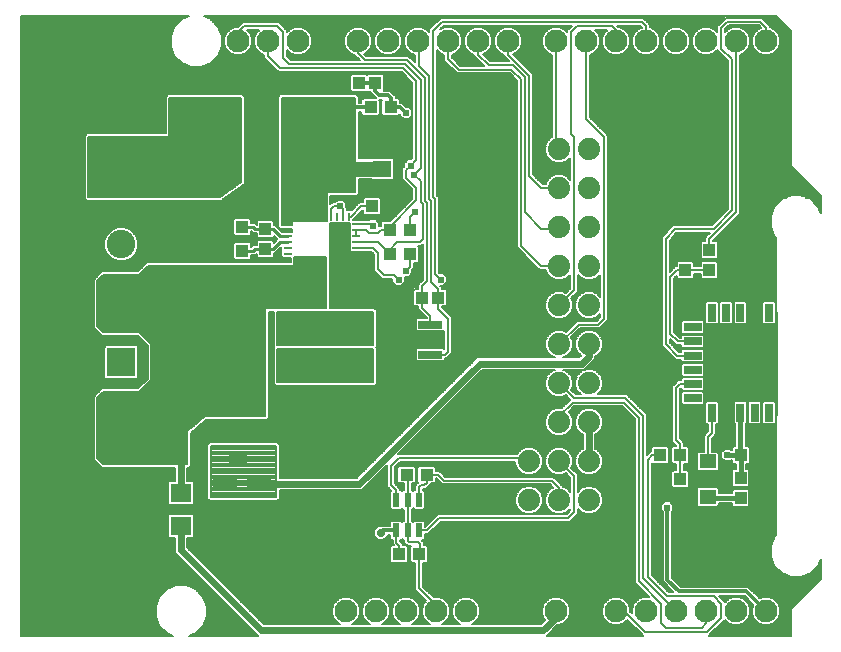
<source format=gtl>
G75*
%MOIN*%
%OFA0B0*%
%FSLAX25Y25*%
%IPPOS*%
%LPD*%
%AMOC8*
5,1,8,0,0,1.08239X$1,22.5*
%
%ADD10R,0.03937X0.04331*%
%ADD11R,0.04331X0.03937*%
%ADD12R,0.06299X0.05512*%
%ADD13R,0.07874X0.04724*%
%ADD14R,0.08000X0.08000*%
%ADD15C,0.08000*%
%ADD16C,0.07400*%
%ADD17R,0.09500X0.09500*%
%ADD18C,0.09500*%
%ADD19C,0.07600*%
%ADD20R,0.07600X0.07600*%
%ADD21R,0.00984X0.02756*%
%ADD22R,0.02756X0.00984*%
%ADD23R,0.06693X0.10630*%
%ADD24R,0.02165X0.04724*%
%ADD25R,0.24409X0.21260*%
%ADD26R,0.06299X0.03937*%
%ADD27R,0.08000X0.02600*%
%ADD28C,0.09450*%
%ADD29R,0.02756X0.05906*%
%ADD30R,0.05906X0.02756*%
%ADD31R,0.05512X0.04724*%
%ADD32R,0.07087X0.06299*%
%ADD33C,0.02400*%
%ADD34C,0.00800*%
%ADD35C,0.00600*%
%ADD36C,0.02400*%
%ADD37C,0.02778*%
%ADD38C,0.01000*%
%ADD39C,0.05000*%
%ADD40C,0.01200*%
%ADD41C,0.01600*%
%ADD42C,0.02600*%
D10*
X0072300Y0084954D03*
X0072300Y0091646D03*
X0089300Y0143954D03*
X0089300Y0150646D03*
X0229300Y0143646D03*
X0229300Y0136954D03*
X0237300Y0136954D03*
X0237300Y0143646D03*
X0247800Y0067646D03*
X0247800Y0060954D03*
D11*
X0247954Y0075300D03*
X0254646Y0075300D03*
X0227646Y0075300D03*
X0220954Y0075300D03*
X0220954Y0067300D03*
X0227646Y0067300D03*
X0153646Y0127800D03*
X0146954Y0127800D03*
X0141646Y0127800D03*
X0134954Y0127800D03*
X0137646Y0142300D03*
X0130954Y0142300D03*
X0130954Y0150300D03*
X0137646Y0150300D03*
X0131646Y0158300D03*
X0124954Y0158300D03*
X0124454Y0191300D03*
X0131146Y0191300D03*
X0132646Y0199300D03*
X0125954Y0199300D03*
X0120746Y0199300D03*
X0114054Y0199300D03*
X0081646Y0151300D03*
X0074954Y0151300D03*
X0074954Y0143300D03*
X0081646Y0143300D03*
X0136454Y0068800D03*
X0143146Y0068800D03*
X0140646Y0042300D03*
X0133954Y0042300D03*
D12*
X0128300Y0170788D03*
X0128300Y0181812D03*
D13*
X0087300Y0065599D03*
X0075800Y0065599D03*
X0075800Y0053001D03*
X0087300Y0053001D03*
D14*
X0041300Y0061300D03*
X0041300Y0170700D03*
D15*
X0041300Y0190385D03*
X0041300Y0080985D03*
D16*
X0177300Y0073300D03*
X0187300Y0073300D03*
X0197300Y0073300D03*
X0207300Y0073300D03*
X0207300Y0060300D03*
X0197300Y0060300D03*
X0187300Y0060300D03*
X0177300Y0060300D03*
X0187300Y0086300D03*
X0197300Y0086300D03*
X0207300Y0086300D03*
X0207300Y0099300D03*
X0197300Y0099300D03*
X0187300Y0099300D03*
X0187300Y0112300D03*
X0197300Y0112300D03*
X0207300Y0112300D03*
X0207300Y0125300D03*
X0197300Y0125300D03*
X0187300Y0125300D03*
X0187300Y0138300D03*
X0197300Y0138300D03*
X0207300Y0138300D03*
X0207300Y0151300D03*
X0197300Y0151300D03*
X0187300Y0151300D03*
X0187300Y0164300D03*
X0197300Y0164300D03*
X0207300Y0164300D03*
X0207300Y0177300D03*
X0197300Y0177300D03*
X0187300Y0177300D03*
D17*
X0041300Y0106200D03*
D18*
X0041300Y0125885D03*
X0041300Y0145570D03*
D19*
X0080300Y0213300D03*
X0090300Y0213300D03*
X0100300Y0213300D03*
X0120300Y0213300D03*
X0130300Y0213300D03*
X0140300Y0213300D03*
X0150300Y0213300D03*
X0160300Y0213300D03*
X0170300Y0213300D03*
X0186300Y0213300D03*
X0196300Y0213300D03*
X0206300Y0213300D03*
X0216300Y0213300D03*
X0226300Y0213300D03*
X0236300Y0213300D03*
X0246300Y0213300D03*
X0256300Y0213300D03*
X0256300Y0023300D03*
X0246300Y0023300D03*
X0236300Y0023300D03*
X0226300Y0023300D03*
X0216300Y0023300D03*
X0206300Y0023300D03*
X0186300Y0023300D03*
X0156300Y0023300D03*
X0146300Y0023300D03*
X0136300Y0023300D03*
X0126300Y0023300D03*
X0116300Y0023300D03*
D20*
X0166300Y0023300D03*
X0176300Y0023300D03*
X0110300Y0213300D03*
D21*
X0111253Y0154780D03*
X0113221Y0154780D03*
X0115190Y0154780D03*
X0117158Y0154780D03*
X0109284Y0154780D03*
X0107316Y0154780D03*
X0105347Y0154780D03*
X0103379Y0154780D03*
X0101410Y0154780D03*
X0099442Y0154780D03*
X0099442Y0139820D03*
X0101410Y0139820D03*
X0103379Y0139820D03*
X0105347Y0139820D03*
X0107316Y0139820D03*
X0109284Y0139820D03*
X0111253Y0139820D03*
X0113221Y0139820D03*
X0115190Y0139820D03*
X0117158Y0139820D03*
D22*
X0119717Y0142379D03*
X0119717Y0144347D03*
X0119717Y0146316D03*
X0119717Y0148284D03*
X0119717Y0150253D03*
X0119717Y0152221D03*
X0096883Y0152221D03*
X0096883Y0150253D03*
X0096883Y0148284D03*
X0096883Y0146316D03*
X0096883Y0144347D03*
X0096883Y0142379D03*
D23*
X0114206Y0147300D03*
D24*
X0133060Y0060418D03*
X0136800Y0060418D03*
X0140540Y0060418D03*
X0140540Y0050182D03*
X0136800Y0050182D03*
X0133060Y0050182D03*
D25*
X0109143Y0083300D03*
X0074457Y0111300D03*
D26*
X0080402Y0092276D03*
X0080402Y0074324D03*
X0103198Y0102324D03*
X0103198Y0120276D03*
D27*
X0120200Y0118800D03*
X0120200Y0113800D03*
X0120200Y0108800D03*
X0120200Y0103800D03*
X0144400Y0103800D03*
X0144400Y0108800D03*
X0144400Y0113800D03*
X0144400Y0118800D03*
D28*
X0108900Y0170500D03*
X0108900Y0183900D03*
X0069900Y0183900D03*
X0069900Y0170500D03*
D29*
X0238280Y0122816D03*
X0243005Y0122816D03*
X0247729Y0122816D03*
X0252454Y0122816D03*
X0257178Y0122816D03*
X0257178Y0089351D03*
X0252454Y0089351D03*
X0247729Y0089351D03*
X0243005Y0089351D03*
X0238280Y0089351D03*
D30*
X0231784Y0094272D03*
X0231784Y0098997D03*
X0231784Y0103721D03*
X0231784Y0108446D03*
X0231784Y0113170D03*
X0231784Y0117894D03*
D31*
X0236800Y0073206D03*
X0236800Y0061394D03*
D32*
X0061210Y0062722D03*
X0061210Y0051698D03*
D33*
X0061210Y0043698D01*
X0087998Y0016910D01*
X0182050Y0016910D01*
X0186300Y0021160D01*
X0186300Y0023300D01*
X0197300Y0073300D02*
X0197300Y0086300D01*
X0194800Y0105800D02*
X0160800Y0105800D01*
X0120599Y0065599D01*
X0087300Y0065599D01*
X0061210Y0062722D02*
X0061210Y0077390D01*
X0057300Y0081300D01*
X0041615Y0081300D01*
X0041300Y0080985D01*
X0194800Y0105800D02*
X0197300Y0108300D01*
X0197300Y0112300D01*
D34*
X0200300Y0118800D02*
X0193800Y0118800D01*
X0187300Y0112300D01*
X0200300Y0118800D02*
X0202300Y0120800D01*
X0202300Y0181300D01*
X0196300Y0187300D01*
X0196300Y0213300D01*
X0191300Y0216350D02*
X0193300Y0218350D01*
X0204800Y0218350D01*
X0206300Y0216850D01*
X0206300Y0213300D01*
X0216300Y0213300D02*
X0216300Y0218280D01*
X0214800Y0219780D01*
X0148300Y0219780D01*
X0145300Y0216780D01*
X0145300Y0161300D01*
X0145800Y0160800D01*
X0145800Y0160780D01*
X0146000Y0160580D01*
X0146000Y0135600D01*
X0147800Y0133800D01*
X0146954Y0130646D02*
X0144600Y0133000D01*
X0144600Y0160000D01*
X0143900Y0160700D01*
X0143900Y0201640D01*
X0140520Y0205020D01*
X0140520Y0213080D01*
X0140300Y0213300D01*
X0136460Y0207100D02*
X0142500Y0201060D01*
X0142500Y0160120D01*
X0143200Y0159420D01*
X0143200Y0133200D01*
X0141646Y0131646D01*
X0141646Y0127800D01*
X0141646Y0124454D01*
X0144400Y0121700D01*
X0144400Y0118800D01*
X0146954Y0124146D02*
X0150300Y0120800D01*
X0150300Y0109800D01*
X0149300Y0108800D01*
X0144400Y0108800D01*
X0146954Y0124146D02*
X0146954Y0127800D01*
X0146954Y0130646D01*
X0137646Y0138146D02*
X0136300Y0136800D01*
X0137646Y0138146D02*
X0137646Y0142300D01*
X0140800Y0146300D02*
X0133361Y0146300D01*
X0130157Y0143096D01*
X0130954Y0142300D01*
X0130157Y0143096D02*
X0126938Y0146316D01*
X0119717Y0146316D01*
X0119717Y0148284D02*
X0119717Y0150253D01*
X0122847Y0150253D01*
X0123800Y0149300D01*
X0126800Y0149300D01*
X0127800Y0150300D01*
X0130954Y0150300D01*
X0130954Y0151454D01*
X0139700Y0160200D01*
X0139700Y0164400D01*
X0136300Y0167800D01*
X0136300Y0170300D01*
X0137800Y0171800D01*
X0139700Y0173700D01*
X0139700Y0199900D01*
X0135300Y0204300D01*
X0094300Y0204300D01*
X0090300Y0208300D01*
X0090300Y0213300D01*
X0093300Y0218300D02*
X0082300Y0218300D01*
X0080300Y0216300D01*
X0080300Y0213300D01*
X0093300Y0218300D02*
X0095300Y0216300D01*
X0095300Y0207800D01*
X0097400Y0205700D01*
X0135880Y0205700D01*
X0141100Y0200480D01*
X0141100Y0171100D01*
X0138800Y0168800D01*
X0141100Y0166500D01*
X0141100Y0159540D01*
X0141800Y0158840D01*
X0141800Y0147300D01*
X0140800Y0146300D01*
X0137646Y0150300D02*
X0137646Y0154646D01*
X0139300Y0156300D01*
X0124954Y0158300D02*
X0121300Y0158300D01*
X0117780Y0154780D01*
X0117158Y0154780D01*
X0115190Y0154780D02*
X0115190Y0157410D01*
X0114300Y0158300D01*
X0112300Y0158300D01*
X0111253Y0157253D01*
X0111253Y0154780D01*
X0119717Y0152221D02*
X0124879Y0152221D01*
X0125300Y0151800D01*
X0125253Y0144347D02*
X0119717Y0144347D01*
X0125253Y0144347D02*
X0126800Y0142800D01*
X0126800Y0137300D01*
X0128800Y0135300D01*
X0132300Y0135300D01*
X0133800Y0133800D01*
X0174500Y0145100D02*
X0181300Y0138300D01*
X0187300Y0138300D01*
X0192300Y0130300D02*
X0187300Y0125300D01*
X0192300Y0130300D02*
X0192300Y0181300D01*
X0191300Y0182300D01*
X0191300Y0216350D01*
X0186300Y0213300D02*
X0186300Y0178300D01*
X0187300Y0177300D01*
X0177300Y0168300D02*
X0181300Y0164300D01*
X0187300Y0164300D01*
X0177300Y0168300D02*
X0177300Y0201800D01*
X0170300Y0208800D01*
X0170300Y0213300D01*
X0160300Y0213300D02*
X0160300Y0208800D01*
X0163800Y0205300D01*
X0171820Y0205300D01*
X0175900Y0201220D01*
X0175900Y0156200D01*
X0181300Y0150800D01*
X0186800Y0150800D01*
X0187300Y0151300D01*
X0174500Y0145100D02*
X0174500Y0200640D01*
X0171340Y0203800D01*
X0153800Y0203800D01*
X0150300Y0207300D01*
X0150300Y0213300D01*
X0136460Y0207100D02*
X0122500Y0207100D01*
X0120300Y0209300D01*
X0120300Y0213300D01*
X0222800Y0147300D02*
X0222800Y0112300D01*
X0226654Y0108446D01*
X0231784Y0108446D01*
X0231784Y0113170D02*
X0226930Y0113170D01*
X0224300Y0115800D01*
X0224300Y0134800D01*
X0226454Y0136954D01*
X0229300Y0136954D01*
X0237300Y0136954D01*
X0237300Y0143646D02*
X0237300Y0147300D01*
X0246300Y0156300D01*
X0246300Y0213300D01*
X0241300Y0210800D02*
X0241300Y0217800D01*
X0243300Y0219800D01*
X0254300Y0219800D01*
X0256300Y0217800D01*
X0256300Y0213300D01*
X0244900Y0207200D02*
X0244900Y0156880D01*
X0238810Y0150790D01*
X0225790Y0150790D01*
X0222800Y0147300D01*
X0227497Y0098997D02*
X0226300Y0097800D01*
X0226300Y0080300D01*
X0227646Y0078954D01*
X0227646Y0075300D01*
X0227646Y0067300D01*
X0220954Y0075300D02*
X0218300Y0075300D01*
X0216800Y0073800D01*
X0216800Y0034780D01*
X0223290Y0028290D01*
X0238810Y0028290D01*
X0241300Y0025800D01*
X0241300Y0021012D01*
X0236688Y0016400D01*
X0215912Y0016400D01*
X0209012Y0023300D01*
X0206300Y0023300D01*
X0213800Y0033300D02*
X0213800Y0087800D01*
X0208800Y0092800D01*
X0191800Y0092800D01*
X0187300Y0088300D01*
X0187300Y0086300D01*
X0192300Y0094300D02*
X0209300Y0094300D01*
X0215300Y0088300D01*
X0215300Y0034300D01*
X0226300Y0023300D01*
X0221300Y0025800D02*
X0221300Y0019300D01*
X0222800Y0017800D01*
X0234800Y0017800D01*
X0236300Y0019300D01*
X0236300Y0023300D01*
X0221300Y0025800D02*
X0213800Y0033300D01*
X0192300Y0056300D02*
X0190300Y0054300D01*
X0147300Y0054300D01*
X0143182Y0050182D01*
X0140540Y0050182D01*
X0136800Y0050182D02*
X0136800Y0046800D01*
X0137300Y0046300D01*
X0140300Y0046300D01*
X0140800Y0045800D01*
X0140800Y0042454D01*
X0140646Y0042300D01*
X0140646Y0030954D01*
X0146300Y0025300D01*
X0146300Y0023300D01*
X0133954Y0042300D02*
X0133954Y0045146D01*
X0133060Y0046040D01*
X0133060Y0050182D01*
X0136800Y0050182D02*
X0136800Y0060418D01*
X0136800Y0068454D01*
X0136454Y0068800D01*
X0140540Y0064540D02*
X0141300Y0065300D01*
X0142300Y0065300D01*
X0143146Y0066146D01*
X0143146Y0068800D01*
X0146800Y0068800D01*
X0148800Y0066800D01*
X0173574Y0066800D01*
X0173300Y0066800D01*
X0173574Y0066800D02*
X0173800Y0066800D01*
X0173574Y0066800D02*
X0184800Y0066800D01*
X0187300Y0064300D01*
X0187300Y0060300D01*
X0192300Y0056300D02*
X0192300Y0068300D01*
X0187300Y0073300D01*
X0177300Y0073300D02*
X0176300Y0074300D01*
X0133800Y0074300D01*
X0131300Y0071800D01*
X0131300Y0065300D01*
X0133060Y0063540D01*
X0133060Y0060418D01*
X0140540Y0060418D02*
X0140540Y0064540D01*
X0187300Y0099300D02*
X0192300Y0094300D01*
X0227497Y0098997D02*
X0231784Y0098997D01*
X0238280Y0089351D02*
X0238280Y0082780D01*
X0236800Y0081300D01*
X0236800Y0073206D01*
X0236801Y0061413D02*
X0236800Y0061394D01*
X0092800Y0061300D02*
X0071300Y0061300D01*
X0071300Y0078300D01*
X0092800Y0078300D01*
X0092800Y0061300D01*
X0092800Y0062009D02*
X0071300Y0062009D01*
X0071300Y0062808D02*
X0092800Y0062808D01*
X0092800Y0063606D02*
X0071300Y0063606D01*
X0071300Y0064405D02*
X0092800Y0064405D01*
X0092800Y0065203D02*
X0071300Y0065203D01*
X0071300Y0066002D02*
X0092800Y0066002D01*
X0092800Y0066800D02*
X0071300Y0066800D01*
X0071300Y0067599D02*
X0092800Y0067599D01*
X0092800Y0068397D02*
X0071300Y0068397D01*
X0071300Y0069196D02*
X0092800Y0069196D01*
X0092800Y0069994D02*
X0071300Y0069994D01*
X0071300Y0070793D02*
X0092800Y0070793D01*
X0092800Y0071591D02*
X0071300Y0071591D01*
X0071300Y0072390D02*
X0092800Y0072390D01*
X0092800Y0073188D02*
X0071300Y0073188D01*
X0071300Y0073987D02*
X0092800Y0073987D01*
X0092800Y0074785D02*
X0071300Y0074785D01*
X0071300Y0075584D02*
X0092800Y0075584D01*
X0092800Y0076382D02*
X0071300Y0076382D01*
X0071300Y0077181D02*
X0092800Y0077181D01*
X0092800Y0077979D02*
X0071300Y0077979D01*
X0241300Y0210800D02*
X0244900Y0207200D01*
D35*
X0007899Y0221500D02*
X0007899Y0015139D01*
X0058659Y0015139D01*
X0056457Y0016052D01*
X0054052Y0018457D01*
X0052750Y0021599D01*
X0052750Y0025001D01*
X0054052Y0028143D01*
X0056457Y0030548D01*
X0059599Y0031850D01*
X0063001Y0031850D01*
X0066143Y0030548D01*
X0068548Y0028143D01*
X0069850Y0025001D01*
X0069850Y0021599D01*
X0068548Y0018457D01*
X0066143Y0016052D01*
X0063941Y0015139D01*
X0086799Y0015139D01*
X0059110Y0042828D01*
X0059110Y0047649D01*
X0057294Y0047649D01*
X0056767Y0048176D01*
X0056767Y0055221D01*
X0057294Y0055748D01*
X0065126Y0055748D01*
X0065653Y0055221D01*
X0065653Y0048176D01*
X0065126Y0047649D01*
X0063310Y0047649D01*
X0063310Y0044568D01*
X0088868Y0019010D01*
X0114375Y0019010D01*
X0113638Y0019316D01*
X0112316Y0020638D01*
X0111600Y0022365D01*
X0111600Y0024235D01*
X0112316Y0025962D01*
X0113638Y0027284D01*
X0115365Y0028000D01*
X0117235Y0028000D01*
X0118962Y0027284D01*
X0120284Y0025962D01*
X0121000Y0024235D01*
X0121000Y0022365D01*
X0120284Y0020638D01*
X0118962Y0019316D01*
X0118225Y0019010D01*
X0124375Y0019010D01*
X0123638Y0019316D01*
X0122316Y0020638D01*
X0121600Y0022365D01*
X0121600Y0024235D01*
X0122316Y0025962D01*
X0123638Y0027284D01*
X0125365Y0028000D01*
X0127235Y0028000D01*
X0128962Y0027284D01*
X0130284Y0025962D01*
X0131000Y0024235D01*
X0131000Y0022365D01*
X0130284Y0020638D01*
X0128962Y0019316D01*
X0128225Y0019010D01*
X0134375Y0019010D01*
X0133638Y0019316D01*
X0132316Y0020638D01*
X0131600Y0022365D01*
X0131600Y0024235D01*
X0132316Y0025962D01*
X0133638Y0027284D01*
X0135365Y0028000D01*
X0137235Y0028000D01*
X0138962Y0027284D01*
X0140284Y0025962D01*
X0141000Y0024235D01*
X0141000Y0022365D01*
X0140284Y0020638D01*
X0138962Y0019316D01*
X0138225Y0019010D01*
X0144375Y0019010D01*
X0143638Y0019316D01*
X0142316Y0020638D01*
X0141600Y0022365D01*
X0141600Y0024235D01*
X0142316Y0025962D01*
X0143057Y0026704D01*
X0139346Y0030415D01*
X0139346Y0039431D01*
X0138108Y0039431D01*
X0137581Y0039959D01*
X0137581Y0044641D01*
X0137940Y0045000D01*
X0136762Y0045000D01*
X0136000Y0045762D01*
X0135500Y0046262D01*
X0135500Y0046920D01*
X0135345Y0046920D01*
X0134930Y0047334D01*
X0134515Y0046920D01*
X0134360Y0046920D01*
X0134360Y0046579D01*
X0135254Y0045685D01*
X0135254Y0045168D01*
X0136492Y0045168D01*
X0137019Y0044641D01*
X0137019Y0039959D01*
X0136492Y0039431D01*
X0131415Y0039431D01*
X0130888Y0039959D01*
X0130888Y0044641D01*
X0131415Y0045168D01*
X0132093Y0045168D01*
X0131760Y0045502D01*
X0131760Y0046920D01*
X0131604Y0046920D01*
X0131077Y0047447D01*
X0131077Y0048682D01*
X0130089Y0048682D01*
X0130089Y0048352D01*
X0128748Y0047011D01*
X0126852Y0047011D01*
X0125511Y0048352D01*
X0125511Y0050248D01*
X0126852Y0051589D01*
X0127968Y0051589D01*
X0128061Y0051682D01*
X0131077Y0051682D01*
X0131077Y0052917D01*
X0131604Y0053444D01*
X0134515Y0053444D01*
X0134930Y0053029D01*
X0135345Y0053444D01*
X0135500Y0053444D01*
X0135500Y0057156D01*
X0135345Y0057156D01*
X0134930Y0057571D01*
X0134515Y0057156D01*
X0131604Y0057156D01*
X0131077Y0057683D01*
X0131077Y0063153D01*
X0131343Y0063419D01*
X0130762Y0064000D01*
X0130000Y0064762D01*
X0130000Y0072030D01*
X0121469Y0063499D01*
X0094100Y0063499D01*
X0094100Y0060762D01*
X0093338Y0060000D01*
X0070762Y0060000D01*
X0070000Y0060762D01*
X0070000Y0078838D01*
X0070762Y0079600D01*
X0093338Y0079600D01*
X0094100Y0078838D01*
X0094100Y0067699D01*
X0119729Y0067699D01*
X0159930Y0107900D01*
X0185902Y0107900D01*
X0184694Y0108400D01*
X0183400Y0109694D01*
X0182700Y0111385D01*
X0182700Y0113215D01*
X0183400Y0114906D01*
X0184694Y0116200D01*
X0186385Y0116900D01*
X0188215Y0116900D01*
X0189521Y0116359D01*
X0193262Y0120100D01*
X0199762Y0120100D01*
X0201000Y0121338D01*
X0201000Y0122495D01*
X0199906Y0121400D01*
X0198215Y0120700D01*
X0196385Y0120700D01*
X0194694Y0121400D01*
X0193400Y0122694D01*
X0192700Y0124385D01*
X0192700Y0126215D01*
X0193400Y0127906D01*
X0194694Y0129200D01*
X0196385Y0129900D01*
X0198215Y0129900D01*
X0199906Y0129200D01*
X0201000Y0128105D01*
X0201000Y0135495D01*
X0199906Y0134400D01*
X0198215Y0133700D01*
X0196385Y0133700D01*
X0194694Y0134400D01*
X0193600Y0135495D01*
X0193600Y0129762D01*
X0191359Y0127521D01*
X0191900Y0126215D01*
X0191900Y0124385D01*
X0191200Y0122694D01*
X0189906Y0121400D01*
X0188215Y0120700D01*
X0186385Y0120700D01*
X0184694Y0121400D01*
X0183400Y0122694D01*
X0182700Y0124385D01*
X0182700Y0126215D01*
X0183400Y0127906D01*
X0184694Y0129200D01*
X0186385Y0129900D01*
X0188215Y0129900D01*
X0189521Y0129359D01*
X0191000Y0130838D01*
X0191000Y0135495D01*
X0189906Y0134400D01*
X0188215Y0133700D01*
X0186385Y0133700D01*
X0184694Y0134400D01*
X0183400Y0135694D01*
X0182859Y0137000D01*
X0180762Y0137000D01*
X0180000Y0137762D01*
X0173200Y0144562D01*
X0173200Y0200102D01*
X0170802Y0202500D01*
X0153262Y0202500D01*
X0149000Y0206762D01*
X0149000Y0208751D01*
X0147638Y0209316D01*
X0146600Y0210353D01*
X0146600Y0161838D01*
X0147100Y0161338D01*
X0147100Y0161318D01*
X0147300Y0161118D01*
X0147300Y0136138D01*
X0147538Y0135900D01*
X0148670Y0135900D01*
X0149900Y0134670D01*
X0149900Y0132930D01*
X0148670Y0131700D01*
X0147738Y0131700D01*
X0148254Y0131185D01*
X0148254Y0130668D01*
X0149492Y0130668D01*
X0150019Y0130141D01*
X0150019Y0125459D01*
X0149492Y0124931D01*
X0148254Y0124931D01*
X0148254Y0124685D01*
X0151600Y0121338D01*
X0151600Y0109262D01*
X0150838Y0108500D01*
X0149838Y0107500D01*
X0149300Y0107500D01*
X0149300Y0107127D01*
X0148773Y0106600D01*
X0140027Y0106600D01*
X0139500Y0107127D01*
X0139500Y0110473D01*
X0140027Y0111000D01*
X0148773Y0111000D01*
X0149000Y0110773D01*
X0149000Y0116827D01*
X0148773Y0116600D01*
X0140027Y0116600D01*
X0139500Y0117127D01*
X0139500Y0120473D01*
X0140027Y0121000D01*
X0143100Y0121000D01*
X0143100Y0121162D01*
X0140346Y0123915D01*
X0140346Y0124931D01*
X0139108Y0124931D01*
X0138581Y0125459D01*
X0138581Y0130141D01*
X0139108Y0130668D01*
X0140346Y0130668D01*
X0140346Y0132185D01*
X0141900Y0133738D01*
X0141900Y0145562D01*
X0141338Y0145000D01*
X0140353Y0145000D01*
X0140712Y0144641D01*
X0140712Y0139959D01*
X0140185Y0139431D01*
X0138946Y0139431D01*
X0138946Y0137608D01*
X0138400Y0137062D01*
X0138400Y0135930D01*
X0137170Y0134700D01*
X0135870Y0134700D01*
X0135900Y0134670D01*
X0135900Y0132930D01*
X0134670Y0131700D01*
X0132930Y0131700D01*
X0131700Y0132930D01*
X0131700Y0134000D01*
X0128262Y0134000D01*
X0127500Y0134762D01*
X0125500Y0136762D01*
X0125500Y0142262D01*
X0124714Y0143047D01*
X0121560Y0143047D01*
X0121468Y0142955D01*
X0117967Y0142955D01*
X0117439Y0143482D01*
X0117439Y0145212D01*
X0117559Y0145331D01*
X0117439Y0145451D01*
X0117439Y0147181D01*
X0117559Y0147300D01*
X0117439Y0147419D01*
X0117439Y0149149D01*
X0117559Y0149269D01*
X0117439Y0149388D01*
X0117439Y0151118D01*
X0117559Y0151237D01*
X0117439Y0151356D01*
X0117439Y0152502D01*
X0116293Y0152502D01*
X0116174Y0152622D01*
X0116055Y0152502D01*
X0114325Y0152502D01*
X0114205Y0152622D01*
X0114086Y0152502D01*
X0112356Y0152502D01*
X0112237Y0152622D01*
X0112118Y0152502D01*
X0111000Y0152502D01*
X0111000Y0151403D01*
X0110750Y0151153D01*
X0110750Y0141847D01*
X0110800Y0141797D01*
X0110800Y0124200D01*
X0125797Y0124200D01*
X0126500Y0123497D01*
X0126500Y0111403D01*
X0126297Y0111200D01*
X0126500Y0110997D01*
X0126500Y0099103D01*
X0125797Y0098400D01*
X0092803Y0098400D01*
X0092100Y0099103D01*
X0092100Y0110997D01*
X0092303Y0111200D01*
X0092100Y0111403D01*
X0092100Y0123100D01*
X0090500Y0123100D01*
X0090500Y0087803D01*
X0089797Y0087100D01*
X0069734Y0087100D01*
X0064500Y0082738D01*
X0064500Y0071803D01*
X0063797Y0071100D01*
X0063310Y0071100D01*
X0063310Y0066771D01*
X0065126Y0066771D01*
X0065653Y0066244D01*
X0065653Y0059199D01*
X0065126Y0058672D01*
X0057294Y0058672D01*
X0056767Y0059199D01*
X0056767Y0066244D01*
X0057294Y0066771D01*
X0059110Y0066771D01*
X0059110Y0071100D01*
X0034803Y0071100D01*
X0032100Y0073803D01*
X0032100Y0094797D01*
X0032803Y0095500D01*
X0034803Y0097500D01*
X0046803Y0097500D01*
X0050100Y0100797D01*
X0050100Y0111803D01*
X0046803Y0115100D01*
X0034803Y0115100D01*
X0034100Y0115803D01*
X0032100Y0117803D01*
X0032100Y0133797D01*
X0032803Y0134500D01*
X0034803Y0136500D01*
X0046803Y0136500D01*
X0049803Y0139500D01*
X0097800Y0139500D01*
X0097800Y0140987D01*
X0095132Y0140987D01*
X0094605Y0141514D01*
X0094605Y0143244D01*
X0094724Y0143363D01*
X0094605Y0143482D01*
X0094605Y0144625D01*
X0092533Y0142554D01*
X0092168Y0142554D01*
X0092168Y0141415D01*
X0091641Y0140888D01*
X0086959Y0140888D01*
X0086431Y0141415D01*
X0086431Y0142452D01*
X0085880Y0141900D01*
X0084712Y0141900D01*
X0084712Y0140959D01*
X0084185Y0140431D01*
X0079108Y0140431D01*
X0078581Y0140959D01*
X0078581Y0145641D01*
X0079108Y0146168D01*
X0084185Y0146168D01*
X0084712Y0145641D01*
X0084712Y0144700D01*
X0084720Y0144700D01*
X0085374Y0145354D01*
X0086431Y0145354D01*
X0086431Y0146492D01*
X0086959Y0147019D01*
X0091641Y0147019D01*
X0092168Y0146492D01*
X0092168Y0146148D01*
X0093320Y0147300D01*
X0092168Y0148452D01*
X0092168Y0148108D01*
X0091641Y0147581D01*
X0086959Y0147581D01*
X0086431Y0148108D01*
X0086431Y0149246D01*
X0085374Y0149246D01*
X0084720Y0149900D01*
X0084712Y0149900D01*
X0084712Y0148959D01*
X0084185Y0148431D01*
X0079108Y0148431D01*
X0078581Y0148959D01*
X0078581Y0153641D01*
X0079108Y0154168D01*
X0084185Y0154168D01*
X0084712Y0153641D01*
X0084712Y0152700D01*
X0085880Y0152700D01*
X0086431Y0152148D01*
X0086431Y0153185D01*
X0086959Y0153712D01*
X0091641Y0153712D01*
X0092168Y0153185D01*
X0092168Y0152046D01*
X0092533Y0152046D01*
X0094896Y0149684D01*
X0097463Y0149684D01*
X0097470Y0149676D01*
X0098350Y0149676D01*
X0098350Y0150700D01*
X0094303Y0150700D01*
X0093600Y0151403D01*
X0093600Y0194797D01*
X0094303Y0195500D01*
X0119797Y0195500D01*
X0120500Y0194797D01*
X0120500Y0192800D01*
X0121388Y0192800D01*
X0121388Y0193641D01*
X0121915Y0194168D01*
X0126310Y0194168D01*
X0125800Y0194679D01*
X0124454Y0196025D01*
X0124454Y0196431D01*
X0123415Y0196431D01*
X0123350Y0196497D01*
X0123285Y0196431D01*
X0118208Y0196431D01*
X0117681Y0196959D01*
X0117681Y0201641D01*
X0118208Y0202168D01*
X0123285Y0202168D01*
X0123350Y0202103D01*
X0123415Y0202168D01*
X0128492Y0202168D01*
X0129019Y0201641D01*
X0129019Y0196959D01*
X0128860Y0196800D01*
X0130921Y0196800D01*
X0131921Y0195800D01*
X0132800Y0194921D01*
X0132800Y0194168D01*
X0133685Y0194168D01*
X0134212Y0193641D01*
X0134212Y0192800D01*
X0134921Y0192800D01*
X0136321Y0191400D01*
X0137170Y0191400D01*
X0138400Y0190170D01*
X0138400Y0188430D01*
X0137170Y0187200D01*
X0135430Y0187200D01*
X0134200Y0188430D01*
X0134200Y0188947D01*
X0133685Y0188431D01*
X0128608Y0188431D01*
X0128081Y0188959D01*
X0128081Y0193641D01*
X0128240Y0193800D01*
X0127360Y0193800D01*
X0127519Y0193641D01*
X0127519Y0188959D01*
X0126992Y0188431D01*
X0121915Y0188431D01*
X0121388Y0188959D01*
X0121388Y0189800D01*
X0120500Y0189800D01*
X0120500Y0174188D01*
X0124522Y0174188D01*
X0124778Y0174444D01*
X0131822Y0174444D01*
X0132350Y0173917D01*
X0132350Y0167659D01*
X0131822Y0167132D01*
X0124778Y0167132D01*
X0124522Y0167388D01*
X0120500Y0167388D01*
X0120500Y0162403D01*
X0119797Y0161700D01*
X0111000Y0161700D01*
X0111000Y0158838D01*
X0111000Y0158838D01*
X0111762Y0159600D01*
X0112630Y0159600D01*
X0113430Y0160400D01*
X0115170Y0160400D01*
X0116400Y0159170D01*
X0116400Y0158038D01*
X0116490Y0157949D01*
X0116490Y0157058D01*
X0118023Y0157058D01*
X0118121Y0156960D01*
X0120000Y0158838D01*
X0120762Y0159600D01*
X0121888Y0159600D01*
X0121888Y0160641D01*
X0122415Y0161168D01*
X0127492Y0161168D01*
X0128019Y0160641D01*
X0128019Y0155959D01*
X0127492Y0155431D01*
X0122415Y0155431D01*
X0121888Y0155959D01*
X0121888Y0157000D01*
X0121838Y0157000D01*
X0118550Y0153712D01*
X0118550Y0153613D01*
X0121468Y0153613D01*
X0121560Y0153521D01*
X0124051Y0153521D01*
X0124430Y0153900D01*
X0126170Y0153900D01*
X0127400Y0152670D01*
X0127400Y0151600D01*
X0127888Y0151600D01*
X0127888Y0152641D01*
X0128415Y0153168D01*
X0130830Y0153168D01*
X0138400Y0160738D01*
X0138400Y0163862D01*
X0135000Y0167262D01*
X0135000Y0170838D01*
X0135700Y0171538D01*
X0135700Y0172670D01*
X0136930Y0173900D01*
X0138062Y0173900D01*
X0138400Y0174238D01*
X0138400Y0199362D01*
X0134762Y0203000D01*
X0093762Y0203000D01*
X0093000Y0203762D01*
X0089000Y0207762D01*
X0089000Y0208751D01*
X0087638Y0209316D01*
X0086316Y0210638D01*
X0085600Y0212365D01*
X0085600Y0214235D01*
X0086316Y0215962D01*
X0087353Y0217000D01*
X0083247Y0217000D01*
X0084284Y0215962D01*
X0085000Y0214235D01*
X0085000Y0212365D01*
X0084284Y0210638D01*
X0082962Y0209316D01*
X0081235Y0208600D01*
X0079365Y0208600D01*
X0077638Y0209316D01*
X0076316Y0210638D01*
X0075600Y0212365D01*
X0075600Y0214235D01*
X0076316Y0215962D01*
X0077638Y0217284D01*
X0079365Y0218000D01*
X0080162Y0218000D01*
X0081762Y0219600D01*
X0093838Y0219600D01*
X0094600Y0218838D01*
X0095838Y0217600D01*
X0096600Y0216838D01*
X0096600Y0216247D01*
X0097638Y0217284D01*
X0099365Y0218000D01*
X0101235Y0218000D01*
X0102962Y0217284D01*
X0104284Y0215962D01*
X0105000Y0214235D01*
X0105000Y0212365D01*
X0104284Y0210638D01*
X0102962Y0209316D01*
X0101235Y0208600D01*
X0099365Y0208600D01*
X0097638Y0209316D01*
X0096600Y0210353D01*
X0096600Y0208338D01*
X0097938Y0207000D01*
X0120762Y0207000D01*
X0119018Y0208744D01*
X0117638Y0209316D01*
X0116316Y0210638D01*
X0115600Y0212365D01*
X0115600Y0214235D01*
X0116316Y0215962D01*
X0117638Y0217284D01*
X0119365Y0218000D01*
X0121235Y0218000D01*
X0122962Y0217284D01*
X0124284Y0215962D01*
X0125000Y0214235D01*
X0125000Y0212365D01*
X0124284Y0210638D01*
X0122962Y0209316D01*
X0122369Y0209070D01*
X0123038Y0208400D01*
X0136998Y0208400D01*
X0137760Y0207638D01*
X0137760Y0207638D01*
X0139220Y0206178D01*
X0139220Y0208660D01*
X0137638Y0209316D01*
X0136316Y0210638D01*
X0135600Y0212365D01*
X0135600Y0214235D01*
X0136316Y0215962D01*
X0137638Y0217284D01*
X0139365Y0218000D01*
X0141235Y0218000D01*
X0142962Y0217284D01*
X0144000Y0216247D01*
X0144000Y0217318D01*
X0147762Y0221080D01*
X0148838Y0221080D01*
X0214262Y0221080D01*
X0215338Y0221080D01*
X0216100Y0220318D01*
X0217600Y0218818D01*
X0217600Y0217849D01*
X0218962Y0217284D01*
X0220284Y0215962D01*
X0221000Y0214235D01*
X0221000Y0212365D01*
X0220284Y0210638D01*
X0218962Y0209316D01*
X0217235Y0208600D01*
X0215365Y0208600D01*
X0213638Y0209316D01*
X0212316Y0210638D01*
X0211600Y0212365D01*
X0211600Y0214235D01*
X0212316Y0215962D01*
X0213638Y0217284D01*
X0214924Y0217817D01*
X0214262Y0218480D01*
X0206508Y0218480D01*
X0206988Y0218000D01*
X0207235Y0218000D01*
X0208962Y0217284D01*
X0210284Y0215962D01*
X0211000Y0214235D01*
X0211000Y0212365D01*
X0210284Y0210638D01*
X0208962Y0209316D01*
X0207235Y0208600D01*
X0205365Y0208600D01*
X0203638Y0209316D01*
X0202316Y0210638D01*
X0201600Y0212365D01*
X0201600Y0214235D01*
X0202316Y0215962D01*
X0203403Y0217050D01*
X0199197Y0217050D01*
X0200284Y0215962D01*
X0201000Y0214235D01*
X0201000Y0212365D01*
X0200284Y0210638D01*
X0198962Y0209316D01*
X0197600Y0208751D01*
X0197600Y0187838D01*
X0202838Y0182600D01*
X0203600Y0181838D01*
X0203600Y0120262D01*
X0201600Y0118262D01*
X0200838Y0117500D01*
X0194338Y0117500D01*
X0191359Y0114521D01*
X0191900Y0113215D01*
X0191900Y0111385D01*
X0191200Y0109694D01*
X0189906Y0108400D01*
X0188698Y0107900D01*
X0193930Y0107900D01*
X0194562Y0108532D01*
X0193400Y0109694D01*
X0192700Y0111385D01*
X0192700Y0113215D01*
X0193400Y0114906D01*
X0194694Y0116200D01*
X0196385Y0116900D01*
X0198215Y0116900D01*
X0199906Y0116200D01*
X0201200Y0114906D01*
X0201900Y0113215D01*
X0201900Y0111385D01*
X0201200Y0109694D01*
X0199906Y0108400D01*
X0199400Y0108191D01*
X0199400Y0107430D01*
X0196900Y0104930D01*
X0195670Y0103700D01*
X0188698Y0103700D01*
X0189906Y0103200D01*
X0191200Y0101906D01*
X0191900Y0100215D01*
X0191900Y0098385D01*
X0191359Y0097079D01*
X0192838Y0095600D01*
X0194495Y0095600D01*
X0193400Y0096694D01*
X0192700Y0098385D01*
X0192700Y0100215D01*
X0193400Y0101906D01*
X0194694Y0103200D01*
X0196385Y0103900D01*
X0198215Y0103900D01*
X0199906Y0103200D01*
X0201200Y0101906D01*
X0201900Y0100215D01*
X0201900Y0098385D01*
X0201200Y0096694D01*
X0200105Y0095600D01*
X0209838Y0095600D01*
X0216600Y0088838D01*
X0216600Y0075438D01*
X0217762Y0076600D01*
X0217888Y0076600D01*
X0217888Y0077641D01*
X0218415Y0078168D01*
X0223492Y0078168D01*
X0224019Y0077641D01*
X0224019Y0072959D01*
X0223492Y0072431D01*
X0218415Y0072431D01*
X0218100Y0072747D01*
X0218100Y0035318D01*
X0223828Y0029590D01*
X0225389Y0029590D01*
X0221800Y0033179D01*
X0221800Y0056330D01*
X0221200Y0056930D01*
X0221200Y0058670D01*
X0222430Y0059900D01*
X0224170Y0059900D01*
X0225400Y0058670D01*
X0225400Y0056930D01*
X0224800Y0056330D01*
X0224800Y0034421D01*
X0227831Y0031390D01*
X0250331Y0031390D01*
X0254203Y0027519D01*
X0255365Y0028000D01*
X0257235Y0028000D01*
X0258962Y0027284D01*
X0260284Y0025962D01*
X0261000Y0024235D01*
X0261000Y0022365D01*
X0260284Y0020638D01*
X0258962Y0019316D01*
X0257235Y0018600D01*
X0255365Y0018600D01*
X0253638Y0019316D01*
X0252316Y0020638D01*
X0251600Y0022365D01*
X0251600Y0024235D01*
X0252081Y0025397D01*
X0249089Y0028390D01*
X0240548Y0028390D01*
X0242600Y0026338D01*
X0242600Y0026247D01*
X0243638Y0027284D01*
X0245365Y0028000D01*
X0247235Y0028000D01*
X0248962Y0027284D01*
X0250284Y0025962D01*
X0251000Y0024235D01*
X0251000Y0022365D01*
X0250284Y0020638D01*
X0248962Y0019316D01*
X0247235Y0018600D01*
X0245365Y0018600D01*
X0243638Y0019316D01*
X0242540Y0020413D01*
X0241838Y0019712D01*
X0241838Y0019712D01*
X0237988Y0015862D01*
X0237988Y0015862D01*
X0237266Y0015139D01*
X0264500Y0015139D01*
X0264500Y0024046D01*
X0274500Y0034046D01*
X0274500Y0040754D01*
X0273548Y0038457D01*
X0271143Y0036052D01*
X0268001Y0034750D01*
X0264599Y0034750D01*
X0261457Y0036052D01*
X0259052Y0038457D01*
X0257750Y0041599D01*
X0257750Y0045001D01*
X0259052Y0048143D01*
X0259600Y0048692D01*
X0259600Y0088590D01*
X0259778Y0088768D01*
X0259778Y0122832D01*
X0259600Y0123010D01*
X0259600Y0147908D01*
X0259052Y0148457D01*
X0257750Y0151599D01*
X0257750Y0155001D01*
X0259052Y0158143D01*
X0261457Y0160548D01*
X0264599Y0161850D01*
X0268001Y0161850D01*
X0271143Y0160548D01*
X0273548Y0158143D01*
X0274500Y0155846D01*
X0274500Y0161554D01*
X0265554Y0170500D01*
X0264500Y0171554D01*
X0264500Y0216554D01*
X0259554Y0221500D01*
X0068846Y0221500D01*
X0071143Y0220548D01*
X0073548Y0218143D01*
X0074850Y0215001D01*
X0074850Y0211599D01*
X0073548Y0208457D01*
X0071143Y0206052D01*
X0068001Y0204750D01*
X0064599Y0204750D01*
X0061457Y0206052D01*
X0059052Y0208457D01*
X0057750Y0211599D01*
X0057750Y0215001D01*
X0059052Y0218143D01*
X0061457Y0220548D01*
X0063754Y0221500D01*
X0007899Y0221500D01*
X0007899Y0220983D02*
X0062507Y0220983D01*
X0061293Y0220385D02*
X0007899Y0220385D01*
X0007899Y0219786D02*
X0060695Y0219786D01*
X0060096Y0219188D02*
X0007899Y0219188D01*
X0007899Y0218589D02*
X0059498Y0218589D01*
X0058989Y0217991D02*
X0007899Y0217991D01*
X0007899Y0217392D02*
X0058741Y0217392D01*
X0058493Y0216794D02*
X0007899Y0216794D01*
X0007899Y0216195D02*
X0058245Y0216195D01*
X0057997Y0215597D02*
X0007899Y0215597D01*
X0007899Y0214998D02*
X0057750Y0214998D01*
X0057750Y0214400D02*
X0007899Y0214400D01*
X0007899Y0213801D02*
X0057750Y0213801D01*
X0057750Y0213203D02*
X0007899Y0213203D01*
X0007899Y0212604D02*
X0057750Y0212604D01*
X0057750Y0212006D02*
X0007899Y0212006D01*
X0007899Y0211407D02*
X0057830Y0211407D01*
X0058077Y0210809D02*
X0007899Y0210809D01*
X0007899Y0210210D02*
X0058325Y0210210D01*
X0058573Y0209612D02*
X0007899Y0209612D01*
X0007899Y0209013D02*
X0058821Y0209013D01*
X0059094Y0208415D02*
X0007899Y0208415D01*
X0007899Y0207816D02*
X0059692Y0207816D01*
X0060291Y0207218D02*
X0007899Y0207218D01*
X0007899Y0206619D02*
X0060889Y0206619D01*
X0061532Y0206021D02*
X0007899Y0206021D01*
X0007899Y0205422D02*
X0062977Y0205422D01*
X0064422Y0204824D02*
X0007899Y0204824D01*
X0007899Y0204225D02*
X0092536Y0204225D01*
X0091938Y0204824D02*
X0068178Y0204824D01*
X0069623Y0205422D02*
X0091339Y0205422D01*
X0090741Y0206021D02*
X0071068Y0206021D01*
X0071711Y0206619D02*
X0090142Y0206619D01*
X0089544Y0207218D02*
X0072309Y0207218D01*
X0072908Y0207816D02*
X0089000Y0207816D01*
X0089000Y0208415D02*
X0073506Y0208415D01*
X0073779Y0209013D02*
X0078368Y0209013D01*
X0077341Y0209612D02*
X0074027Y0209612D01*
X0074275Y0210210D02*
X0076743Y0210210D01*
X0076245Y0210809D02*
X0074523Y0210809D01*
X0074770Y0211407D02*
X0075997Y0211407D01*
X0075749Y0212006D02*
X0074850Y0212006D01*
X0074850Y0212604D02*
X0075600Y0212604D01*
X0075600Y0213203D02*
X0074850Y0213203D01*
X0074850Y0213801D02*
X0075600Y0213801D01*
X0075668Y0214400D02*
X0074850Y0214400D01*
X0074850Y0214998D02*
X0075916Y0214998D01*
X0076164Y0215597D02*
X0074603Y0215597D01*
X0074355Y0216195D02*
X0076549Y0216195D01*
X0077147Y0216794D02*
X0074107Y0216794D01*
X0073859Y0217392D02*
X0077898Y0217392D01*
X0079343Y0217991D02*
X0073611Y0217991D01*
X0073102Y0218589D02*
X0080751Y0218589D01*
X0081349Y0219188D02*
X0072504Y0219188D01*
X0071905Y0219786D02*
X0146468Y0219786D01*
X0145869Y0219188D02*
X0094251Y0219188D01*
X0094849Y0218589D02*
X0145271Y0218589D01*
X0144672Y0217991D02*
X0141257Y0217991D01*
X0142702Y0217392D02*
X0144074Y0217392D01*
X0144000Y0216794D02*
X0143453Y0216794D01*
X0147647Y0217288D02*
X0148838Y0218480D01*
X0191592Y0218480D01*
X0190762Y0217650D01*
X0190000Y0216888D01*
X0190000Y0216247D01*
X0188962Y0217284D01*
X0187235Y0218000D01*
X0185365Y0218000D01*
X0183638Y0217284D01*
X0182316Y0215962D01*
X0181600Y0214235D01*
X0181600Y0212365D01*
X0182316Y0210638D01*
X0183638Y0209316D01*
X0185000Y0208751D01*
X0185000Y0181326D01*
X0184694Y0181200D01*
X0183400Y0179906D01*
X0182700Y0178215D01*
X0182700Y0176385D01*
X0183400Y0174694D01*
X0184694Y0173400D01*
X0186385Y0172700D01*
X0188215Y0172700D01*
X0189906Y0173400D01*
X0191000Y0174495D01*
X0191000Y0167105D01*
X0189906Y0168200D01*
X0188215Y0168900D01*
X0186385Y0168900D01*
X0184694Y0168200D01*
X0183400Y0166906D01*
X0182859Y0165600D01*
X0181838Y0165600D01*
X0178600Y0168838D01*
X0178600Y0202338D01*
X0177838Y0203100D01*
X0172015Y0208923D01*
X0172962Y0209316D01*
X0174284Y0210638D01*
X0175000Y0212365D01*
X0175000Y0214235D01*
X0174284Y0215962D01*
X0172962Y0217284D01*
X0171235Y0218000D01*
X0169365Y0218000D01*
X0167638Y0217284D01*
X0166316Y0215962D01*
X0165600Y0214235D01*
X0165600Y0212365D01*
X0166316Y0210638D01*
X0167638Y0209316D01*
X0169000Y0208751D01*
X0169000Y0208262D01*
X0170662Y0206600D01*
X0164338Y0206600D01*
X0162015Y0208923D01*
X0162962Y0209316D01*
X0164284Y0210638D01*
X0165000Y0212365D01*
X0165000Y0214235D01*
X0164284Y0215962D01*
X0162962Y0217284D01*
X0161235Y0218000D01*
X0159365Y0218000D01*
X0157638Y0217284D01*
X0156316Y0215962D01*
X0155600Y0214235D01*
X0155600Y0212365D01*
X0156316Y0210638D01*
X0157638Y0209316D01*
X0159000Y0208751D01*
X0159000Y0208262D01*
X0162162Y0205100D01*
X0154338Y0205100D01*
X0151600Y0207838D01*
X0151600Y0208751D01*
X0152962Y0209316D01*
X0154284Y0210638D01*
X0155000Y0212365D01*
X0155000Y0214235D01*
X0154284Y0215962D01*
X0152962Y0217284D01*
X0151235Y0218000D01*
X0149365Y0218000D01*
X0147647Y0217288D01*
X0147751Y0217392D02*
X0147898Y0217392D01*
X0148349Y0217991D02*
X0149343Y0217991D01*
X0151257Y0217991D02*
X0159343Y0217991D01*
X0157898Y0217392D02*
X0152702Y0217392D01*
X0153453Y0216794D02*
X0157147Y0216794D01*
X0156549Y0216195D02*
X0154051Y0216195D01*
X0154436Y0215597D02*
X0156164Y0215597D01*
X0155916Y0214998D02*
X0154684Y0214998D01*
X0154932Y0214400D02*
X0155668Y0214400D01*
X0155600Y0213801D02*
X0155000Y0213801D01*
X0155000Y0213203D02*
X0155600Y0213203D01*
X0155600Y0212604D02*
X0155000Y0212604D01*
X0154851Y0212006D02*
X0155749Y0212006D01*
X0155997Y0211407D02*
X0154603Y0211407D01*
X0154355Y0210809D02*
X0156245Y0210809D01*
X0156743Y0210210D02*
X0153857Y0210210D01*
X0153259Y0209612D02*
X0157341Y0209612D01*
X0158368Y0209013D02*
X0152232Y0209013D01*
X0151600Y0208415D02*
X0159000Y0208415D01*
X0159445Y0207816D02*
X0151622Y0207816D01*
X0152221Y0207218D02*
X0160044Y0207218D01*
X0160642Y0206619D02*
X0152819Y0206619D01*
X0153418Y0206021D02*
X0161241Y0206021D01*
X0161839Y0205422D02*
X0154016Y0205422D01*
X0152135Y0203627D02*
X0146600Y0203627D01*
X0146600Y0204225D02*
X0151536Y0204225D01*
X0150938Y0204824D02*
X0146600Y0204824D01*
X0146600Y0205422D02*
X0150339Y0205422D01*
X0149741Y0206021D02*
X0146600Y0206021D01*
X0146600Y0206619D02*
X0149142Y0206619D01*
X0149000Y0207218D02*
X0146600Y0207218D01*
X0146600Y0207816D02*
X0149000Y0207816D01*
X0149000Y0208415D02*
X0146600Y0208415D01*
X0146600Y0209013D02*
X0148368Y0209013D01*
X0147341Y0209612D02*
X0146600Y0209612D01*
X0146600Y0210210D02*
X0146743Y0210210D01*
X0146600Y0203028D02*
X0152733Y0203028D01*
X0146600Y0202430D02*
X0170872Y0202430D01*
X0171471Y0201831D02*
X0146600Y0201831D01*
X0146600Y0201233D02*
X0172069Y0201233D01*
X0172668Y0200634D02*
X0146600Y0200634D01*
X0146600Y0200036D02*
X0173200Y0200036D01*
X0173200Y0199437D02*
X0146600Y0199437D01*
X0146600Y0198839D02*
X0173200Y0198839D01*
X0173200Y0198240D02*
X0146600Y0198240D01*
X0146600Y0197641D02*
X0173200Y0197641D01*
X0173200Y0197043D02*
X0146600Y0197043D01*
X0146600Y0196444D02*
X0173200Y0196444D01*
X0173200Y0195846D02*
X0146600Y0195846D01*
X0146600Y0195247D02*
X0173200Y0195247D01*
X0173200Y0194649D02*
X0146600Y0194649D01*
X0146600Y0194050D02*
X0173200Y0194050D01*
X0173200Y0193452D02*
X0146600Y0193452D01*
X0146600Y0192853D02*
X0173200Y0192853D01*
X0173200Y0192255D02*
X0146600Y0192255D01*
X0146600Y0191656D02*
X0173200Y0191656D01*
X0173200Y0191058D02*
X0146600Y0191058D01*
X0146600Y0190459D02*
X0173200Y0190459D01*
X0173200Y0189861D02*
X0146600Y0189861D01*
X0146600Y0189262D02*
X0173200Y0189262D01*
X0173200Y0188664D02*
X0146600Y0188664D01*
X0146600Y0188065D02*
X0173200Y0188065D01*
X0173200Y0187467D02*
X0146600Y0187467D01*
X0146600Y0186868D02*
X0173200Y0186868D01*
X0173200Y0186270D02*
X0146600Y0186270D01*
X0146600Y0185671D02*
X0173200Y0185671D01*
X0173200Y0185073D02*
X0146600Y0185073D01*
X0146600Y0184474D02*
X0173200Y0184474D01*
X0173200Y0183876D02*
X0146600Y0183876D01*
X0146600Y0183277D02*
X0173200Y0183277D01*
X0173200Y0182679D02*
X0146600Y0182679D01*
X0146600Y0182080D02*
X0173200Y0182080D01*
X0173200Y0181482D02*
X0146600Y0181482D01*
X0146600Y0180883D02*
X0173200Y0180883D01*
X0173200Y0180285D02*
X0146600Y0180285D01*
X0146600Y0179686D02*
X0173200Y0179686D01*
X0173200Y0179088D02*
X0146600Y0179088D01*
X0146600Y0178489D02*
X0173200Y0178489D01*
X0173200Y0177891D02*
X0146600Y0177891D01*
X0146600Y0177292D02*
X0173200Y0177292D01*
X0173200Y0176694D02*
X0146600Y0176694D01*
X0146600Y0176095D02*
X0173200Y0176095D01*
X0173200Y0175497D02*
X0146600Y0175497D01*
X0146600Y0174898D02*
X0173200Y0174898D01*
X0173200Y0174300D02*
X0146600Y0174300D01*
X0146600Y0173701D02*
X0173200Y0173701D01*
X0173200Y0173103D02*
X0146600Y0173103D01*
X0146600Y0172504D02*
X0173200Y0172504D01*
X0173200Y0171905D02*
X0146600Y0171905D01*
X0146600Y0171307D02*
X0173200Y0171307D01*
X0173200Y0170708D02*
X0146600Y0170708D01*
X0146600Y0170110D02*
X0173200Y0170110D01*
X0173200Y0169511D02*
X0146600Y0169511D01*
X0146600Y0168913D02*
X0173200Y0168913D01*
X0173200Y0168314D02*
X0146600Y0168314D01*
X0146600Y0167716D02*
X0173200Y0167716D01*
X0173200Y0167117D02*
X0146600Y0167117D01*
X0146600Y0166519D02*
X0173200Y0166519D01*
X0173200Y0165920D02*
X0146600Y0165920D01*
X0146600Y0165322D02*
X0173200Y0165322D01*
X0173200Y0164723D02*
X0146600Y0164723D01*
X0146600Y0164125D02*
X0173200Y0164125D01*
X0173200Y0163526D02*
X0146600Y0163526D01*
X0146600Y0162928D02*
X0173200Y0162928D01*
X0173200Y0162329D02*
X0146600Y0162329D01*
X0146708Y0161731D02*
X0173200Y0161731D01*
X0173200Y0161132D02*
X0147286Y0161132D01*
X0147300Y0160534D02*
X0173200Y0160534D01*
X0173200Y0159935D02*
X0147300Y0159935D01*
X0147300Y0159337D02*
X0173200Y0159337D01*
X0173200Y0158738D02*
X0147300Y0158738D01*
X0147300Y0158140D02*
X0173200Y0158140D01*
X0173200Y0157541D02*
X0147300Y0157541D01*
X0147300Y0156943D02*
X0173200Y0156943D01*
X0173200Y0156344D02*
X0147300Y0156344D01*
X0147300Y0155746D02*
X0173200Y0155746D01*
X0173200Y0155147D02*
X0147300Y0155147D01*
X0147300Y0154549D02*
X0173200Y0154549D01*
X0173200Y0153950D02*
X0147300Y0153950D01*
X0147300Y0153352D02*
X0173200Y0153352D01*
X0173200Y0152753D02*
X0147300Y0152753D01*
X0147300Y0152155D02*
X0173200Y0152155D01*
X0173200Y0151556D02*
X0147300Y0151556D01*
X0147300Y0150958D02*
X0173200Y0150958D01*
X0173200Y0150359D02*
X0147300Y0150359D01*
X0147300Y0149761D02*
X0173200Y0149761D01*
X0173200Y0149162D02*
X0147300Y0149162D01*
X0147300Y0148564D02*
X0173200Y0148564D01*
X0173200Y0147965D02*
X0147300Y0147965D01*
X0147300Y0147367D02*
X0173200Y0147367D01*
X0173200Y0146768D02*
X0147300Y0146768D01*
X0147300Y0146170D02*
X0173200Y0146170D01*
X0173200Y0145571D02*
X0147300Y0145571D01*
X0147300Y0144972D02*
X0173200Y0144972D01*
X0173388Y0144374D02*
X0147300Y0144374D01*
X0147300Y0143775D02*
X0173986Y0143775D01*
X0174585Y0143177D02*
X0147300Y0143177D01*
X0147300Y0142578D02*
X0175183Y0142578D01*
X0175782Y0141980D02*
X0147300Y0141980D01*
X0147300Y0141381D02*
X0176380Y0141381D01*
X0176979Y0140783D02*
X0147300Y0140783D01*
X0147300Y0140184D02*
X0177577Y0140184D01*
X0178176Y0139586D02*
X0147300Y0139586D01*
X0147300Y0138987D02*
X0178774Y0138987D01*
X0179373Y0138389D02*
X0147300Y0138389D01*
X0147300Y0137790D02*
X0179971Y0137790D01*
X0180570Y0137192D02*
X0147300Y0137192D01*
X0147300Y0136593D02*
X0183028Y0136593D01*
X0183276Y0135995D02*
X0147444Y0135995D01*
X0149174Y0135396D02*
X0183698Y0135396D01*
X0184297Y0134798D02*
X0149772Y0134798D01*
X0149900Y0134199D02*
X0185180Y0134199D01*
X0189420Y0134199D02*
X0191000Y0134199D01*
X0191000Y0133601D02*
X0149900Y0133601D01*
X0149900Y0133002D02*
X0191000Y0133002D01*
X0191000Y0132404D02*
X0149374Y0132404D01*
X0148775Y0131805D02*
X0191000Y0131805D01*
X0191000Y0131207D02*
X0148232Y0131207D01*
X0149552Y0130608D02*
X0190770Y0130608D01*
X0190171Y0130010D02*
X0150019Y0130010D01*
X0150019Y0129411D02*
X0185205Y0129411D01*
X0184307Y0128813D02*
X0150019Y0128813D01*
X0150019Y0128214D02*
X0183709Y0128214D01*
X0183280Y0127616D02*
X0150019Y0127616D01*
X0150019Y0127017D02*
X0183032Y0127017D01*
X0182784Y0126419D02*
X0150019Y0126419D01*
X0150019Y0125820D02*
X0182700Y0125820D01*
X0182700Y0125222D02*
X0149782Y0125222D01*
X0148914Y0124025D02*
X0182849Y0124025D01*
X0182700Y0124623D02*
X0148315Y0124623D01*
X0149512Y0123426D02*
X0183097Y0123426D01*
X0183345Y0122828D02*
X0150111Y0122828D01*
X0150709Y0122229D02*
X0183866Y0122229D01*
X0184464Y0121631D02*
X0151308Y0121631D01*
X0151600Y0121032D02*
X0185583Y0121032D01*
X0189017Y0121032D02*
X0195583Y0121032D01*
X0194464Y0121631D02*
X0190136Y0121631D01*
X0190734Y0122229D02*
X0193866Y0122229D01*
X0193345Y0122828D02*
X0191255Y0122828D01*
X0191503Y0123426D02*
X0193097Y0123426D01*
X0192849Y0124025D02*
X0191751Y0124025D01*
X0191900Y0124623D02*
X0192700Y0124623D01*
X0192700Y0125222D02*
X0191900Y0125222D01*
X0191900Y0125820D02*
X0192700Y0125820D01*
X0192784Y0126419D02*
X0191816Y0126419D01*
X0191568Y0127017D02*
X0193032Y0127017D01*
X0193280Y0127616D02*
X0191454Y0127616D01*
X0192053Y0128214D02*
X0193709Y0128214D01*
X0194307Y0128813D02*
X0192651Y0128813D01*
X0193250Y0129411D02*
X0195205Y0129411D01*
X0193600Y0130010D02*
X0201000Y0130010D01*
X0201000Y0130608D02*
X0193600Y0130608D01*
X0193600Y0131207D02*
X0201000Y0131207D01*
X0201000Y0131805D02*
X0193600Y0131805D01*
X0193600Y0132404D02*
X0201000Y0132404D01*
X0201000Y0133002D02*
X0193600Y0133002D01*
X0193600Y0133601D02*
X0201000Y0133601D01*
X0201000Y0134199D02*
X0199420Y0134199D01*
X0200303Y0134798D02*
X0201000Y0134798D01*
X0201000Y0135396D02*
X0200902Y0135396D01*
X0203600Y0135396D02*
X0221500Y0135396D01*
X0221500Y0134798D02*
X0203600Y0134798D01*
X0203600Y0134199D02*
X0221500Y0134199D01*
X0221500Y0133601D02*
X0203600Y0133601D01*
X0203600Y0133002D02*
X0221500Y0133002D01*
X0221500Y0132404D02*
X0203600Y0132404D01*
X0203600Y0131805D02*
X0221500Y0131805D01*
X0221500Y0131207D02*
X0203600Y0131207D01*
X0203600Y0130608D02*
X0221500Y0130608D01*
X0221500Y0130010D02*
X0203600Y0130010D01*
X0203600Y0129411D02*
X0221500Y0129411D01*
X0221500Y0128813D02*
X0203600Y0128813D01*
X0203600Y0128214D02*
X0221500Y0128214D01*
X0221500Y0127616D02*
X0203600Y0127616D01*
X0203600Y0127017D02*
X0221500Y0127017D01*
X0221500Y0126419D02*
X0203600Y0126419D01*
X0203600Y0125820D02*
X0221500Y0125820D01*
X0221500Y0125222D02*
X0203600Y0125222D01*
X0203600Y0124623D02*
X0221500Y0124623D01*
X0221500Y0124025D02*
X0203600Y0124025D01*
X0203600Y0123426D02*
X0221500Y0123426D01*
X0221500Y0122828D02*
X0203600Y0122828D01*
X0203600Y0122229D02*
X0221500Y0122229D01*
X0221500Y0121631D02*
X0203600Y0121631D01*
X0203600Y0121032D02*
X0221500Y0121032D01*
X0221500Y0120434D02*
X0203600Y0120434D01*
X0203173Y0119835D02*
X0221500Y0119835D01*
X0221500Y0119237D02*
X0202575Y0119237D01*
X0201976Y0118638D02*
X0221500Y0118638D01*
X0221500Y0118039D02*
X0201378Y0118039D01*
X0199799Y0116244D02*
X0221500Y0116244D01*
X0221500Y0116842D02*
X0198354Y0116842D01*
X0196246Y0116842D02*
X0193681Y0116842D01*
X0193082Y0116244D02*
X0194801Y0116244D01*
X0194140Y0115645D02*
X0192484Y0115645D01*
X0191885Y0115047D02*
X0193542Y0115047D01*
X0193211Y0114448D02*
X0191389Y0114448D01*
X0191637Y0113850D02*
X0192963Y0113850D01*
X0192715Y0113251D02*
X0191885Y0113251D01*
X0191900Y0112653D02*
X0192700Y0112653D01*
X0192700Y0112054D02*
X0191900Y0112054D01*
X0191900Y0111456D02*
X0192700Y0111456D01*
X0192919Y0110857D02*
X0191681Y0110857D01*
X0191434Y0110259D02*
X0193166Y0110259D01*
X0193434Y0109660D02*
X0191166Y0109660D01*
X0190567Y0109062D02*
X0194033Y0109062D01*
X0194493Y0108463D02*
X0189969Y0108463D01*
X0188758Y0103675D02*
X0195842Y0103675D01*
X0196244Y0104274D02*
X0227931Y0104274D01*
X0227931Y0104872D02*
X0196842Y0104872D01*
X0197441Y0105471D02*
X0227931Y0105471D01*
X0227931Y0105472D02*
X0227931Y0101971D01*
X0228459Y0101443D01*
X0235110Y0101443D01*
X0235637Y0101971D01*
X0235637Y0105472D01*
X0235110Y0105999D01*
X0228459Y0105999D01*
X0227931Y0105472D01*
X0228459Y0106168D02*
X0235110Y0106168D01*
X0235637Y0106695D01*
X0235637Y0110196D01*
X0235110Y0110724D01*
X0228459Y0110724D01*
X0227931Y0110196D01*
X0227931Y0109746D01*
X0227193Y0109746D01*
X0224100Y0112838D01*
X0224100Y0114162D01*
X0226391Y0111870D01*
X0227931Y0111870D01*
X0227931Y0111419D01*
X0228459Y0110892D01*
X0235110Y0110892D01*
X0235637Y0111419D01*
X0235637Y0114921D01*
X0235110Y0115448D01*
X0228459Y0115448D01*
X0227931Y0114921D01*
X0227931Y0114470D01*
X0227468Y0114470D01*
X0225600Y0116338D01*
X0225600Y0134262D01*
X0226431Y0135093D01*
X0226431Y0134415D01*
X0226959Y0133888D01*
X0231641Y0133888D01*
X0232168Y0134415D01*
X0232168Y0135654D01*
X0234431Y0135654D01*
X0234431Y0134415D01*
X0234959Y0133888D01*
X0239641Y0133888D01*
X0240168Y0134415D01*
X0240168Y0139492D01*
X0239641Y0140019D01*
X0234959Y0140019D01*
X0234431Y0139492D01*
X0234431Y0138254D01*
X0232168Y0138254D01*
X0232168Y0139492D01*
X0231641Y0140019D01*
X0226959Y0140019D01*
X0226431Y0139492D01*
X0226431Y0138254D01*
X0225915Y0138254D01*
X0224100Y0136438D01*
X0224100Y0146819D01*
X0226388Y0149490D01*
X0237652Y0149490D01*
X0236000Y0147838D01*
X0236000Y0146712D01*
X0234959Y0146712D01*
X0234431Y0146185D01*
X0234431Y0141108D01*
X0234959Y0140581D01*
X0239641Y0140581D01*
X0240168Y0141108D01*
X0240168Y0146185D01*
X0239641Y0146712D01*
X0238600Y0146712D01*
X0238600Y0146762D01*
X0247600Y0155762D01*
X0247600Y0208751D01*
X0248962Y0209316D01*
X0250284Y0210638D01*
X0251000Y0212365D01*
X0251000Y0214235D01*
X0250284Y0215962D01*
X0248962Y0217284D01*
X0247235Y0218000D01*
X0245365Y0218000D01*
X0243638Y0217284D01*
X0242600Y0216247D01*
X0242600Y0217262D01*
X0243838Y0218500D01*
X0253762Y0218500D01*
X0254585Y0217677D01*
X0253638Y0217284D01*
X0252316Y0215962D01*
X0251600Y0214235D01*
X0251600Y0212365D01*
X0252316Y0210638D01*
X0253638Y0209316D01*
X0255365Y0208600D01*
X0257235Y0208600D01*
X0258962Y0209316D01*
X0260284Y0210638D01*
X0261000Y0212365D01*
X0261000Y0214235D01*
X0260284Y0215962D01*
X0258962Y0217284D01*
X0257600Y0217849D01*
X0257600Y0218338D01*
X0255600Y0220338D01*
X0254838Y0221100D01*
X0242762Y0221100D01*
X0240762Y0219100D01*
X0240000Y0218338D01*
X0240000Y0216247D01*
X0238962Y0217284D01*
X0237235Y0218000D01*
X0235365Y0218000D01*
X0233638Y0217284D01*
X0232316Y0215962D01*
X0231600Y0214235D01*
X0231600Y0212365D01*
X0232316Y0210638D01*
X0233638Y0209316D01*
X0235365Y0208600D01*
X0237235Y0208600D01*
X0238962Y0209316D01*
X0240000Y0210353D01*
X0240000Y0210262D01*
X0243600Y0206662D01*
X0243600Y0157418D01*
X0238272Y0152090D01*
X0226271Y0152090D01*
X0226227Y0152128D01*
X0225740Y0152090D01*
X0225251Y0152090D01*
X0225211Y0152049D01*
X0225153Y0152045D01*
X0224835Y0151674D01*
X0224490Y0151328D01*
X0224490Y0151271D01*
X0221845Y0148184D01*
X0221500Y0147838D01*
X0221500Y0147781D01*
X0221462Y0147737D01*
X0221500Y0147250D01*
X0221500Y0111762D01*
X0226116Y0107146D01*
X0227931Y0107146D01*
X0227931Y0106695D01*
X0228459Y0106168D01*
X0227959Y0106668D02*
X0198638Y0106668D01*
X0199236Y0107266D02*
X0225995Y0107266D01*
X0225397Y0107865D02*
X0199400Y0107865D01*
X0199969Y0108463D02*
X0224798Y0108463D01*
X0224200Y0109062D02*
X0200567Y0109062D01*
X0201166Y0109660D02*
X0223601Y0109660D01*
X0223003Y0110259D02*
X0201434Y0110259D01*
X0201681Y0110857D02*
X0222404Y0110857D01*
X0221806Y0111456D02*
X0201900Y0111456D01*
X0201900Y0112054D02*
X0221500Y0112054D01*
X0221500Y0112653D02*
X0201900Y0112653D01*
X0201885Y0113251D02*
X0221500Y0113251D01*
X0221500Y0113850D02*
X0201637Y0113850D01*
X0201389Y0114448D02*
X0221500Y0114448D01*
X0221500Y0115047D02*
X0201058Y0115047D01*
X0200460Y0115645D02*
X0221500Y0115645D01*
X0221500Y0117441D02*
X0194279Y0117441D01*
X0192398Y0119237D02*
X0151600Y0119237D01*
X0151600Y0119835D02*
X0192997Y0119835D01*
X0191800Y0118638D02*
X0151600Y0118638D01*
X0151600Y0118039D02*
X0191201Y0118039D01*
X0190603Y0117441D02*
X0151600Y0117441D01*
X0151600Y0116842D02*
X0186246Y0116842D01*
X0184801Y0116244D02*
X0151600Y0116244D01*
X0151600Y0115645D02*
X0184140Y0115645D01*
X0183542Y0115047D02*
X0151600Y0115047D01*
X0151600Y0114448D02*
X0183211Y0114448D01*
X0182963Y0113850D02*
X0151600Y0113850D01*
X0151600Y0113251D02*
X0182715Y0113251D01*
X0182700Y0112653D02*
X0151600Y0112653D01*
X0151600Y0112054D02*
X0182700Y0112054D01*
X0182700Y0111456D02*
X0151600Y0111456D01*
X0151600Y0110857D02*
X0182919Y0110857D01*
X0183166Y0110259D02*
X0151600Y0110259D01*
X0151600Y0109660D02*
X0183434Y0109660D01*
X0184033Y0109062D02*
X0151400Y0109062D01*
X0150802Y0108463D02*
X0184631Y0108463D01*
X0185902Y0103700D02*
X0184694Y0103200D01*
X0183400Y0101906D01*
X0182700Y0100215D01*
X0182700Y0098385D01*
X0183400Y0096694D01*
X0184694Y0095400D01*
X0186385Y0094700D01*
X0188215Y0094700D01*
X0189521Y0095241D01*
X0190962Y0093800D01*
X0190500Y0093338D01*
X0188062Y0090900D01*
X0186385Y0090900D01*
X0184694Y0090200D01*
X0183400Y0088906D01*
X0182700Y0087215D01*
X0182700Y0085385D01*
X0183400Y0083694D01*
X0184694Y0082400D01*
X0186385Y0081700D01*
X0188215Y0081700D01*
X0189906Y0082400D01*
X0191200Y0083694D01*
X0191900Y0085385D01*
X0191900Y0087215D01*
X0191200Y0088906D01*
X0190472Y0089633D01*
X0192338Y0091500D01*
X0208262Y0091500D01*
X0212500Y0087262D01*
X0212500Y0032762D01*
X0217280Y0027981D01*
X0217235Y0028000D01*
X0215365Y0028000D01*
X0213638Y0027284D01*
X0212316Y0025962D01*
X0211600Y0024235D01*
X0211600Y0022550D01*
X0211000Y0023150D01*
X0211000Y0024235D01*
X0210284Y0025962D01*
X0208962Y0027284D01*
X0207235Y0028000D01*
X0205365Y0028000D01*
X0203638Y0027284D01*
X0202316Y0025962D01*
X0201600Y0024235D01*
X0201600Y0022365D01*
X0202316Y0020638D01*
X0203638Y0019316D01*
X0205365Y0018600D01*
X0207235Y0018600D01*
X0208962Y0019316D01*
X0210060Y0020413D01*
X0214612Y0015862D01*
X0215334Y0015139D01*
X0183249Y0015139D01*
X0186710Y0018600D01*
X0187235Y0018600D01*
X0188962Y0019316D01*
X0190284Y0020638D01*
X0191000Y0022365D01*
X0191000Y0024235D01*
X0190284Y0025962D01*
X0188962Y0027284D01*
X0187235Y0028000D01*
X0185365Y0028000D01*
X0183638Y0027284D01*
X0182316Y0025962D01*
X0181600Y0024235D01*
X0181600Y0022365D01*
X0182316Y0020638D01*
X0182562Y0020392D01*
X0181180Y0019010D01*
X0158225Y0019010D01*
X0158962Y0019316D01*
X0160284Y0020638D01*
X0161000Y0022365D01*
X0161000Y0024235D01*
X0160284Y0025962D01*
X0158962Y0027284D01*
X0157235Y0028000D01*
X0155365Y0028000D01*
X0153638Y0027284D01*
X0152316Y0025962D01*
X0151600Y0024235D01*
X0151600Y0022365D01*
X0152316Y0020638D01*
X0153638Y0019316D01*
X0154375Y0019010D01*
X0148225Y0019010D01*
X0148962Y0019316D01*
X0150284Y0020638D01*
X0151000Y0022365D01*
X0151000Y0024235D01*
X0150284Y0025962D01*
X0148962Y0027284D01*
X0147235Y0028000D01*
X0145438Y0028000D01*
X0141946Y0031492D01*
X0141946Y0039431D01*
X0143185Y0039431D01*
X0143712Y0039959D01*
X0143712Y0044641D01*
X0143185Y0045168D01*
X0142100Y0045168D01*
X0142100Y0046338D01*
X0141519Y0046920D01*
X0141996Y0046920D01*
X0142523Y0047447D01*
X0142523Y0048882D01*
X0143720Y0048882D01*
X0147838Y0053000D01*
X0190838Y0053000D01*
X0191600Y0053762D01*
X0193600Y0055762D01*
X0193600Y0057495D01*
X0194694Y0056400D01*
X0196385Y0055700D01*
X0198215Y0055700D01*
X0199906Y0056400D01*
X0201200Y0057694D01*
X0201900Y0059385D01*
X0201900Y0061215D01*
X0201200Y0062906D01*
X0199906Y0064200D01*
X0198215Y0064900D01*
X0196385Y0064900D01*
X0194694Y0064200D01*
X0193600Y0063105D01*
X0193600Y0068838D01*
X0191359Y0071079D01*
X0191900Y0072385D01*
X0191900Y0074215D01*
X0191200Y0075906D01*
X0189906Y0077200D01*
X0188215Y0077900D01*
X0186385Y0077900D01*
X0184694Y0077200D01*
X0183400Y0075906D01*
X0182700Y0074215D01*
X0182700Y0072385D01*
X0183400Y0070694D01*
X0184694Y0069400D01*
X0186385Y0068700D01*
X0188215Y0068700D01*
X0189521Y0069241D01*
X0191000Y0067762D01*
X0191000Y0063105D01*
X0189906Y0064200D01*
X0188600Y0064741D01*
X0188600Y0064838D01*
X0186100Y0067338D01*
X0185338Y0068100D01*
X0149338Y0068100D01*
X0148100Y0069338D01*
X0147338Y0070100D01*
X0146212Y0070100D01*
X0146212Y0071141D01*
X0145685Y0071668D01*
X0140608Y0071668D01*
X0140081Y0071141D01*
X0140081Y0066459D01*
X0140351Y0066189D01*
X0139240Y0065079D01*
X0139240Y0063680D01*
X0139085Y0063680D01*
X0138670Y0063266D01*
X0138255Y0063680D01*
X0138100Y0063680D01*
X0138100Y0065931D01*
X0138992Y0065931D01*
X0139519Y0066459D01*
X0139519Y0071141D01*
X0138992Y0071668D01*
X0133915Y0071668D01*
X0133388Y0071141D01*
X0133388Y0066459D01*
X0133915Y0065931D01*
X0135500Y0065931D01*
X0135500Y0063680D01*
X0135345Y0063680D01*
X0134930Y0063266D01*
X0134515Y0063680D01*
X0134360Y0063680D01*
X0134360Y0064079D01*
X0132600Y0065838D01*
X0132600Y0071262D01*
X0134338Y0073000D01*
X0172700Y0073000D01*
X0172700Y0072385D01*
X0173400Y0070694D01*
X0174694Y0069400D01*
X0176385Y0068700D01*
X0178215Y0068700D01*
X0179906Y0069400D01*
X0181200Y0070694D01*
X0181900Y0072385D01*
X0181900Y0074215D01*
X0181200Y0075906D01*
X0179906Y0077200D01*
X0178215Y0077900D01*
X0176385Y0077900D01*
X0174694Y0077200D01*
X0173400Y0075906D01*
X0173274Y0075600D01*
X0133570Y0075600D01*
X0161670Y0103700D01*
X0185902Y0103700D01*
X0185842Y0103675D02*
X0161645Y0103675D01*
X0161047Y0103077D02*
X0184571Y0103077D01*
X0183973Y0102478D02*
X0160448Y0102478D01*
X0159850Y0101880D02*
X0183390Y0101880D01*
X0183142Y0101281D02*
X0159251Y0101281D01*
X0158652Y0100683D02*
X0182894Y0100683D01*
X0182700Y0100084D02*
X0158054Y0100084D01*
X0157455Y0099486D02*
X0182700Y0099486D01*
X0182700Y0098887D02*
X0156857Y0098887D01*
X0156258Y0098289D02*
X0182740Y0098289D01*
X0182988Y0097690D02*
X0155660Y0097690D01*
X0155061Y0097092D02*
X0183236Y0097092D01*
X0183602Y0096493D02*
X0154463Y0096493D01*
X0153864Y0095895D02*
X0184200Y0095895D01*
X0184946Y0095296D02*
X0153266Y0095296D01*
X0152667Y0094698D02*
X0190064Y0094698D01*
X0190662Y0094099D02*
X0152069Y0094099D01*
X0151470Y0093501D02*
X0190662Y0093501D01*
X0190064Y0092902D02*
X0150872Y0092902D01*
X0150273Y0092303D02*
X0189465Y0092303D01*
X0188867Y0091705D02*
X0149675Y0091705D01*
X0149076Y0091106D02*
X0188268Y0091106D01*
X0190748Y0089909D02*
X0194404Y0089909D01*
X0194694Y0090200D02*
X0193400Y0088906D01*
X0192700Y0087215D01*
X0192700Y0085385D01*
X0193400Y0083694D01*
X0194694Y0082400D01*
X0195200Y0082191D01*
X0195200Y0077409D01*
X0194694Y0077200D01*
X0193400Y0075906D01*
X0192700Y0074215D01*
X0192700Y0072385D01*
X0193400Y0070694D01*
X0194694Y0069400D01*
X0196385Y0068700D01*
X0198215Y0068700D01*
X0199906Y0069400D01*
X0201200Y0070694D01*
X0201900Y0072385D01*
X0201900Y0074215D01*
X0201200Y0075906D01*
X0199906Y0077200D01*
X0199400Y0077409D01*
X0199400Y0082191D01*
X0199906Y0082400D01*
X0201200Y0083694D01*
X0201900Y0085385D01*
X0201900Y0087215D01*
X0201200Y0088906D01*
X0199906Y0090200D01*
X0198215Y0090900D01*
X0196385Y0090900D01*
X0194694Y0090200D01*
X0195439Y0090508D02*
X0191346Y0090508D01*
X0191945Y0091106D02*
X0208655Y0091106D01*
X0209254Y0090508D02*
X0199161Y0090508D01*
X0200196Y0089909D02*
X0209852Y0089909D01*
X0210451Y0089311D02*
X0200794Y0089311D01*
X0201280Y0088712D02*
X0211049Y0088712D01*
X0211648Y0088114D02*
X0201528Y0088114D01*
X0201776Y0087515D02*
X0212246Y0087515D01*
X0212500Y0086917D02*
X0201900Y0086917D01*
X0201900Y0086318D02*
X0212500Y0086318D01*
X0212500Y0085720D02*
X0201900Y0085720D01*
X0201791Y0085121D02*
X0212500Y0085121D01*
X0212500Y0084523D02*
X0201543Y0084523D01*
X0201295Y0083924D02*
X0212500Y0083924D01*
X0212500Y0083326D02*
X0200831Y0083326D01*
X0200233Y0082727D02*
X0212500Y0082727D01*
X0212500Y0082129D02*
X0199400Y0082129D01*
X0199400Y0081530D02*
X0212500Y0081530D01*
X0212500Y0080932D02*
X0199400Y0080932D01*
X0199400Y0080333D02*
X0212500Y0080333D01*
X0212500Y0079735D02*
X0199400Y0079735D01*
X0199400Y0079136D02*
X0212500Y0079136D01*
X0212500Y0078538D02*
X0199400Y0078538D01*
X0199400Y0077939D02*
X0212500Y0077939D01*
X0212500Y0077341D02*
X0199565Y0077341D01*
X0200363Y0076742D02*
X0212500Y0076742D01*
X0212500Y0076144D02*
X0200962Y0076144D01*
X0201349Y0075545D02*
X0212500Y0075545D01*
X0212500Y0074947D02*
X0201597Y0074947D01*
X0201845Y0074348D02*
X0212500Y0074348D01*
X0212500Y0073750D02*
X0201900Y0073750D01*
X0201900Y0073151D02*
X0212500Y0073151D01*
X0212500Y0072553D02*
X0201900Y0072553D01*
X0201722Y0071954D02*
X0212500Y0071954D01*
X0212500Y0071356D02*
X0201474Y0071356D01*
X0201226Y0070757D02*
X0212500Y0070757D01*
X0212500Y0070159D02*
X0200664Y0070159D01*
X0200065Y0069560D02*
X0212500Y0069560D01*
X0212500Y0068962D02*
X0198846Y0068962D01*
X0195754Y0068962D02*
X0193477Y0068962D01*
X0193600Y0068363D02*
X0212500Y0068363D01*
X0212500Y0067765D02*
X0193600Y0067765D01*
X0193600Y0067166D02*
X0212500Y0067166D01*
X0212500Y0066568D02*
X0193600Y0066568D01*
X0193600Y0065969D02*
X0212500Y0065969D01*
X0212500Y0065370D02*
X0193600Y0065370D01*
X0193600Y0064772D02*
X0196076Y0064772D01*
X0194668Y0064173D02*
X0193600Y0064173D01*
X0193600Y0063575D02*
X0194070Y0063575D01*
X0191000Y0063575D02*
X0190530Y0063575D01*
X0191000Y0064173D02*
X0189932Y0064173D01*
X0191000Y0064772D02*
X0188600Y0064772D01*
X0188068Y0065370D02*
X0191000Y0065370D01*
X0191000Y0065969D02*
X0187469Y0065969D01*
X0186871Y0066568D02*
X0191000Y0066568D01*
X0191000Y0067166D02*
X0186272Y0067166D01*
X0185674Y0067765D02*
X0190997Y0067765D01*
X0190398Y0068363D02*
X0149075Y0068363D01*
X0148477Y0068962D02*
X0175754Y0068962D01*
X0174535Y0069560D02*
X0147878Y0069560D01*
X0146212Y0070159D02*
X0173936Y0070159D01*
X0173374Y0070757D02*
X0146212Y0070757D01*
X0145997Y0071356D02*
X0173126Y0071356D01*
X0172878Y0071954D02*
X0133293Y0071954D01*
X0133602Y0071356D02*
X0132694Y0071356D01*
X0132600Y0070757D02*
X0133388Y0070757D01*
X0133388Y0070159D02*
X0132600Y0070159D01*
X0132600Y0069560D02*
X0133388Y0069560D01*
X0133388Y0068962D02*
X0132600Y0068962D01*
X0132600Y0068363D02*
X0133388Y0068363D01*
X0133388Y0067765D02*
X0132600Y0067765D01*
X0132600Y0067166D02*
X0133388Y0067166D01*
X0133388Y0066568D02*
X0132600Y0066568D01*
X0132600Y0065969D02*
X0133878Y0065969D01*
X0133068Y0065370D02*
X0135500Y0065370D01*
X0135500Y0064772D02*
X0133666Y0064772D01*
X0134265Y0064173D02*
X0135500Y0064173D01*
X0135239Y0063575D02*
X0134621Y0063575D01*
X0138100Y0064173D02*
X0139240Y0064173D01*
X0139240Y0064772D02*
X0138100Y0064772D01*
X0138100Y0065370D02*
X0139532Y0065370D01*
X0139029Y0065969D02*
X0140131Y0065969D01*
X0140081Y0066568D02*
X0139519Y0066568D01*
X0139519Y0067166D02*
X0140081Y0067166D01*
X0140081Y0067765D02*
X0139519Y0067765D01*
X0139519Y0068363D02*
X0140081Y0068363D01*
X0140081Y0068962D02*
X0139519Y0068962D01*
X0139519Y0069560D02*
X0140081Y0069560D01*
X0140081Y0070159D02*
X0139519Y0070159D01*
X0139519Y0070757D02*
X0140081Y0070757D01*
X0140295Y0071356D02*
X0139305Y0071356D01*
X0133891Y0072553D02*
X0172700Y0072553D01*
X0173638Y0076144D02*
X0134114Y0076144D01*
X0134712Y0076742D02*
X0174237Y0076742D01*
X0175035Y0077341D02*
X0135311Y0077341D01*
X0135909Y0077939D02*
X0195200Y0077939D01*
X0195200Y0078538D02*
X0136508Y0078538D01*
X0137106Y0079136D02*
X0195200Y0079136D01*
X0195200Y0079735D02*
X0137705Y0079735D01*
X0138303Y0080333D02*
X0195200Y0080333D01*
X0195200Y0080932D02*
X0138902Y0080932D01*
X0139500Y0081530D02*
X0195200Y0081530D01*
X0195200Y0082129D02*
X0189250Y0082129D01*
X0190233Y0082727D02*
X0194367Y0082727D01*
X0193769Y0083326D02*
X0190831Y0083326D01*
X0191295Y0083924D02*
X0193305Y0083924D01*
X0193057Y0084523D02*
X0191543Y0084523D01*
X0191791Y0085121D02*
X0192809Y0085121D01*
X0192700Y0085720D02*
X0191900Y0085720D01*
X0191900Y0086318D02*
X0192700Y0086318D01*
X0192700Y0086917D02*
X0191900Y0086917D01*
X0191776Y0087515D02*
X0192824Y0087515D01*
X0193072Y0088114D02*
X0191528Y0088114D01*
X0191280Y0088712D02*
X0193320Y0088712D01*
X0193806Y0089311D02*
X0190794Y0089311D01*
X0185439Y0090508D02*
X0148478Y0090508D01*
X0147879Y0089909D02*
X0184404Y0089909D01*
X0183806Y0089311D02*
X0147281Y0089311D01*
X0146682Y0088712D02*
X0183320Y0088712D01*
X0183072Y0088114D02*
X0146084Y0088114D01*
X0145485Y0087515D02*
X0182824Y0087515D01*
X0182700Y0086917D02*
X0144887Y0086917D01*
X0144288Y0086318D02*
X0182700Y0086318D01*
X0182700Y0085720D02*
X0143690Y0085720D01*
X0143091Y0085121D02*
X0182809Y0085121D01*
X0183057Y0084523D02*
X0142493Y0084523D01*
X0141894Y0083924D02*
X0183305Y0083924D01*
X0183769Y0083326D02*
X0141296Y0083326D01*
X0140697Y0082727D02*
X0184367Y0082727D01*
X0185350Y0082129D02*
X0140099Y0082129D01*
X0137152Y0085121D02*
X0067360Y0085121D01*
X0066642Y0084523D02*
X0136553Y0084523D01*
X0135954Y0083924D02*
X0065924Y0083924D01*
X0065205Y0083326D02*
X0135356Y0083326D01*
X0134757Y0082727D02*
X0064500Y0082727D01*
X0064500Y0082129D02*
X0134159Y0082129D01*
X0133560Y0081530D02*
X0064500Y0081530D01*
X0064500Y0080932D02*
X0132962Y0080932D01*
X0132363Y0080333D02*
X0064500Y0080333D01*
X0064500Y0079735D02*
X0131765Y0079735D01*
X0131166Y0079136D02*
X0093802Y0079136D01*
X0094100Y0078538D02*
X0130568Y0078538D01*
X0129969Y0077939D02*
X0094100Y0077939D01*
X0094100Y0077341D02*
X0129371Y0077341D01*
X0128772Y0076742D02*
X0094100Y0076742D01*
X0094100Y0076144D02*
X0128174Y0076144D01*
X0127575Y0075545D02*
X0094100Y0075545D01*
X0094100Y0074947D02*
X0126977Y0074947D01*
X0126378Y0074348D02*
X0094100Y0074348D01*
X0094100Y0073750D02*
X0125780Y0073750D01*
X0125181Y0073151D02*
X0094100Y0073151D01*
X0094100Y0072553D02*
X0124583Y0072553D01*
X0123984Y0071954D02*
X0094100Y0071954D01*
X0094100Y0071356D02*
X0123386Y0071356D01*
X0122787Y0070757D02*
X0094100Y0070757D01*
X0094100Y0070159D02*
X0122189Y0070159D01*
X0121590Y0069560D02*
X0094100Y0069560D01*
X0094100Y0068962D02*
X0120992Y0068962D01*
X0120393Y0068363D02*
X0094100Y0068363D01*
X0094100Y0067765D02*
X0119795Y0067765D01*
X0122742Y0064772D02*
X0130000Y0064772D01*
X0130000Y0065370D02*
X0123340Y0065370D01*
X0123939Y0065969D02*
X0130000Y0065969D01*
X0130000Y0066568D02*
X0124537Y0066568D01*
X0125136Y0067166D02*
X0130000Y0067166D01*
X0130000Y0067765D02*
X0125734Y0067765D01*
X0126333Y0068363D02*
X0130000Y0068363D01*
X0130000Y0068962D02*
X0126931Y0068962D01*
X0127530Y0069560D02*
X0130000Y0069560D01*
X0130000Y0070159D02*
X0128128Y0070159D01*
X0128727Y0070757D02*
X0130000Y0070757D01*
X0130000Y0071356D02*
X0129325Y0071356D01*
X0129924Y0071954D02*
X0130000Y0071954D01*
X0130588Y0064173D02*
X0122143Y0064173D01*
X0121545Y0063575D02*
X0131187Y0063575D01*
X0131077Y0062976D02*
X0094100Y0062976D01*
X0094100Y0062378D02*
X0131077Y0062378D01*
X0131077Y0061779D02*
X0094100Y0061779D01*
X0094100Y0061181D02*
X0131077Y0061181D01*
X0131077Y0060582D02*
X0093921Y0060582D01*
X0070179Y0060582D02*
X0065653Y0060582D01*
X0065653Y0059984D02*
X0131077Y0059984D01*
X0131077Y0059385D02*
X0065653Y0059385D01*
X0065241Y0058787D02*
X0131077Y0058787D01*
X0131077Y0058188D02*
X0007899Y0058188D01*
X0007899Y0057590D02*
X0131170Y0057590D01*
X0131561Y0053400D02*
X0065653Y0053400D01*
X0065653Y0052802D02*
X0131077Y0052802D01*
X0131077Y0052203D02*
X0065653Y0052203D01*
X0065653Y0051605D02*
X0127983Y0051605D01*
X0126269Y0051006D02*
X0065653Y0051006D01*
X0065653Y0050408D02*
X0125671Y0050408D01*
X0125511Y0049809D02*
X0065653Y0049809D01*
X0065653Y0049211D02*
X0125511Y0049211D01*
X0125511Y0048612D02*
X0065653Y0048612D01*
X0065491Y0048014D02*
X0125849Y0048014D01*
X0126448Y0047415D02*
X0063310Y0047415D01*
X0063310Y0046817D02*
X0131760Y0046817D01*
X0131760Y0046218D02*
X0063310Y0046218D01*
X0063310Y0045620D02*
X0131760Y0045620D01*
X0131268Y0045021D02*
X0063310Y0045021D01*
X0063455Y0044423D02*
X0130888Y0044423D01*
X0130888Y0043824D02*
X0064054Y0043824D01*
X0064652Y0043226D02*
X0130888Y0043226D01*
X0130888Y0042627D02*
X0065251Y0042627D01*
X0065849Y0042029D02*
X0130888Y0042029D01*
X0130888Y0041430D02*
X0066448Y0041430D01*
X0067047Y0040832D02*
X0130888Y0040832D01*
X0130888Y0040233D02*
X0067645Y0040233D01*
X0068244Y0039634D02*
X0131212Y0039634D01*
X0136695Y0039634D02*
X0137905Y0039634D01*
X0137581Y0040233D02*
X0137019Y0040233D01*
X0137019Y0040832D02*
X0137581Y0040832D01*
X0137581Y0041430D02*
X0137019Y0041430D01*
X0137019Y0042029D02*
X0137581Y0042029D01*
X0137581Y0042627D02*
X0137019Y0042627D01*
X0137019Y0043226D02*
X0137581Y0043226D01*
X0137581Y0043824D02*
X0137019Y0043824D01*
X0137019Y0044423D02*
X0137581Y0044423D01*
X0136740Y0045021D02*
X0136639Y0045021D01*
X0136142Y0045620D02*
X0135254Y0045620D01*
X0135543Y0046218D02*
X0134720Y0046218D01*
X0134360Y0046817D02*
X0135500Y0046817D01*
X0131109Y0047415D02*
X0129152Y0047415D01*
X0129751Y0048014D02*
X0131077Y0048014D01*
X0131077Y0048612D02*
X0130089Y0048612D01*
X0134559Y0053400D02*
X0135301Y0053400D01*
X0135500Y0053999D02*
X0065653Y0053999D01*
X0065653Y0054597D02*
X0135500Y0054597D01*
X0135500Y0055196D02*
X0065653Y0055196D01*
X0057179Y0058787D02*
X0007899Y0058787D01*
X0007899Y0059385D02*
X0056767Y0059385D01*
X0056767Y0059984D02*
X0007899Y0059984D01*
X0007899Y0060582D02*
X0056767Y0060582D01*
X0056767Y0061181D02*
X0007899Y0061181D01*
X0007899Y0061779D02*
X0056767Y0061779D01*
X0056767Y0062378D02*
X0007899Y0062378D01*
X0007899Y0062976D02*
X0056767Y0062976D01*
X0056767Y0063575D02*
X0007899Y0063575D01*
X0007899Y0064173D02*
X0056767Y0064173D01*
X0056767Y0064772D02*
X0007899Y0064772D01*
X0007899Y0065370D02*
X0056767Y0065370D01*
X0056767Y0065969D02*
X0007899Y0065969D01*
X0007899Y0066568D02*
X0057090Y0066568D01*
X0059110Y0067166D02*
X0007899Y0067166D01*
X0007899Y0067765D02*
X0059110Y0067765D01*
X0059110Y0068363D02*
X0007899Y0068363D01*
X0007899Y0068962D02*
X0059110Y0068962D01*
X0059110Y0069560D02*
X0007899Y0069560D01*
X0007899Y0070159D02*
X0059110Y0070159D01*
X0059110Y0070757D02*
X0007899Y0070757D01*
X0007899Y0071356D02*
X0034547Y0071356D01*
X0033949Y0071954D02*
X0007899Y0071954D01*
X0007899Y0072553D02*
X0033350Y0072553D01*
X0032752Y0073151D02*
X0007899Y0073151D01*
X0007899Y0073750D02*
X0032153Y0073750D01*
X0032100Y0074348D02*
X0007899Y0074348D01*
X0007899Y0074947D02*
X0032100Y0074947D01*
X0032100Y0075545D02*
X0007899Y0075545D01*
X0007899Y0076144D02*
X0032100Y0076144D01*
X0032100Y0076742D02*
X0007899Y0076742D01*
X0007899Y0077341D02*
X0032100Y0077341D01*
X0032100Y0077939D02*
X0007899Y0077939D01*
X0007899Y0078538D02*
X0032100Y0078538D01*
X0032100Y0079136D02*
X0007899Y0079136D01*
X0007899Y0079735D02*
X0032100Y0079735D01*
X0032100Y0080333D02*
X0007899Y0080333D01*
X0007899Y0080932D02*
X0032100Y0080932D01*
X0032100Y0081530D02*
X0007899Y0081530D01*
X0007899Y0082129D02*
X0032100Y0082129D01*
X0032100Y0082727D02*
X0007899Y0082727D01*
X0007899Y0083326D02*
X0032100Y0083326D01*
X0032100Y0083924D02*
X0007899Y0083924D01*
X0007899Y0084523D02*
X0032100Y0084523D01*
X0032100Y0085121D02*
X0007899Y0085121D01*
X0007899Y0085720D02*
X0032100Y0085720D01*
X0032100Y0086318D02*
X0007899Y0086318D01*
X0007899Y0086917D02*
X0032100Y0086917D01*
X0032100Y0087515D02*
X0007899Y0087515D01*
X0007899Y0088114D02*
X0032100Y0088114D01*
X0032100Y0088712D02*
X0007899Y0088712D01*
X0007899Y0089311D02*
X0032100Y0089311D01*
X0032100Y0089909D02*
X0007899Y0089909D01*
X0007899Y0090508D02*
X0032100Y0090508D01*
X0032100Y0091106D02*
X0007899Y0091106D01*
X0007899Y0091705D02*
X0032100Y0091705D01*
X0032100Y0092303D02*
X0007899Y0092303D01*
X0007899Y0092902D02*
X0032100Y0092902D01*
X0032100Y0093501D02*
X0007899Y0093501D01*
X0007899Y0094099D02*
X0032100Y0094099D01*
X0032100Y0094698D02*
X0007899Y0094698D01*
X0007899Y0095296D02*
X0032599Y0095296D01*
X0033198Y0095895D02*
X0007899Y0095895D01*
X0007899Y0096493D02*
X0033796Y0096493D01*
X0034395Y0097092D02*
X0007899Y0097092D01*
X0007899Y0097690D02*
X0046993Y0097690D01*
X0047592Y0098289D02*
X0007899Y0098289D01*
X0007899Y0098887D02*
X0048190Y0098887D01*
X0048789Y0099486D02*
X0007899Y0099486D01*
X0007899Y0100084D02*
X0049387Y0100084D01*
X0049986Y0100683D02*
X0046555Y0100683D01*
X0046423Y0100550D02*
X0046950Y0101077D01*
X0046950Y0111323D01*
X0046423Y0111850D01*
X0036177Y0111850D01*
X0035650Y0111323D01*
X0035650Y0101077D01*
X0036177Y0100550D01*
X0046423Y0100550D01*
X0046950Y0101281D02*
X0050100Y0101281D01*
X0050100Y0101880D02*
X0046950Y0101880D01*
X0046950Y0102478D02*
X0050100Y0102478D01*
X0050100Y0103077D02*
X0046950Y0103077D01*
X0046950Y0103675D02*
X0050100Y0103675D01*
X0050100Y0104274D02*
X0046950Y0104274D01*
X0046950Y0104872D02*
X0050100Y0104872D01*
X0050100Y0105471D02*
X0046950Y0105471D01*
X0046950Y0106069D02*
X0050100Y0106069D01*
X0050100Y0106668D02*
X0046950Y0106668D01*
X0046950Y0107266D02*
X0050100Y0107266D01*
X0050100Y0107865D02*
X0046950Y0107865D01*
X0046950Y0108463D02*
X0050100Y0108463D01*
X0050100Y0109062D02*
X0046950Y0109062D01*
X0046950Y0109660D02*
X0050100Y0109660D01*
X0050100Y0110259D02*
X0046950Y0110259D01*
X0046950Y0110857D02*
X0050100Y0110857D01*
X0050100Y0111456D02*
X0046817Y0111456D01*
X0048652Y0113251D02*
X0007899Y0113251D01*
X0007899Y0112653D02*
X0049250Y0112653D01*
X0049849Y0112054D02*
X0007899Y0112054D01*
X0007899Y0111456D02*
X0035783Y0111456D01*
X0035650Y0110857D02*
X0007899Y0110857D01*
X0007899Y0110259D02*
X0035650Y0110259D01*
X0035650Y0109660D02*
X0007899Y0109660D01*
X0007899Y0109062D02*
X0035650Y0109062D01*
X0035650Y0108463D02*
X0007899Y0108463D01*
X0007899Y0107865D02*
X0035650Y0107865D01*
X0035650Y0107266D02*
X0007899Y0107266D01*
X0007899Y0106668D02*
X0035650Y0106668D01*
X0035650Y0106069D02*
X0007899Y0106069D01*
X0007899Y0105471D02*
X0035650Y0105471D01*
X0035650Y0104872D02*
X0007899Y0104872D01*
X0007899Y0104274D02*
X0035650Y0104274D01*
X0035650Y0103675D02*
X0007899Y0103675D01*
X0007899Y0103077D02*
X0035650Y0103077D01*
X0035650Y0102478D02*
X0007899Y0102478D01*
X0007899Y0101880D02*
X0035650Y0101880D01*
X0035650Y0101281D02*
X0007899Y0101281D01*
X0007899Y0100683D02*
X0036045Y0100683D01*
X0035300Y0096300D02*
X0047300Y0096300D01*
X0051300Y0100300D01*
X0051300Y0112300D01*
X0047300Y0116300D01*
X0035300Y0116300D01*
X0033300Y0118300D01*
X0033300Y0133300D01*
X0035300Y0135300D01*
X0047300Y0135300D01*
X0050300Y0138300D01*
X0069300Y0138300D01*
X0069300Y0088300D01*
X0063300Y0083300D01*
X0063300Y0072300D01*
X0035300Y0072300D01*
X0033300Y0074300D01*
X0033300Y0094300D01*
X0035300Y0096300D01*
X0034895Y0095895D02*
X0069300Y0095895D01*
X0069300Y0096493D02*
X0047493Y0096493D01*
X0048092Y0097092D02*
X0069300Y0097092D01*
X0069300Y0097690D02*
X0048690Y0097690D01*
X0049289Y0098289D02*
X0069300Y0098289D01*
X0069300Y0098887D02*
X0049887Y0098887D01*
X0050486Y0099486D02*
X0069300Y0099486D01*
X0069300Y0100084D02*
X0051084Y0100084D01*
X0051300Y0100683D02*
X0069300Y0100683D01*
X0069300Y0101281D02*
X0051300Y0101281D01*
X0051300Y0101880D02*
X0069300Y0101880D01*
X0069300Y0102478D02*
X0051300Y0102478D01*
X0051300Y0103077D02*
X0069300Y0103077D01*
X0069300Y0103675D02*
X0051300Y0103675D01*
X0051300Y0104274D02*
X0069300Y0104274D01*
X0069300Y0104872D02*
X0051300Y0104872D01*
X0051300Y0105471D02*
X0069300Y0105471D01*
X0069300Y0106069D02*
X0051300Y0106069D01*
X0051300Y0106668D02*
X0069300Y0106668D01*
X0069300Y0107266D02*
X0051300Y0107266D01*
X0051300Y0107865D02*
X0069300Y0107865D01*
X0069300Y0108463D02*
X0051300Y0108463D01*
X0051300Y0109062D02*
X0069300Y0109062D01*
X0069300Y0109660D02*
X0051300Y0109660D01*
X0051300Y0110259D02*
X0069300Y0110259D01*
X0069300Y0110857D02*
X0051300Y0110857D01*
X0051300Y0111456D02*
X0069300Y0111456D01*
X0069300Y0112054D02*
X0051300Y0112054D01*
X0050947Y0112653D02*
X0069300Y0112653D01*
X0069300Y0113251D02*
X0050349Y0113251D01*
X0049750Y0113850D02*
X0069300Y0113850D01*
X0069300Y0114448D02*
X0049152Y0114448D01*
X0048553Y0115047D02*
X0069300Y0115047D01*
X0069300Y0115645D02*
X0047955Y0115645D01*
X0047356Y0116244D02*
X0069300Y0116244D01*
X0069300Y0116842D02*
X0034758Y0116842D01*
X0034159Y0117441D02*
X0069300Y0117441D01*
X0069300Y0118039D02*
X0033561Y0118039D01*
X0033300Y0118638D02*
X0069300Y0118638D01*
X0069300Y0119237D02*
X0033300Y0119237D01*
X0033300Y0119835D02*
X0069300Y0119835D01*
X0069300Y0120434D02*
X0033300Y0120434D01*
X0033300Y0121032D02*
X0069300Y0121032D01*
X0069300Y0121631D02*
X0033300Y0121631D01*
X0033300Y0122229D02*
X0069300Y0122229D01*
X0069300Y0122828D02*
X0033300Y0122828D01*
X0033300Y0123426D02*
X0069300Y0123426D01*
X0069300Y0124025D02*
X0033300Y0124025D01*
X0033300Y0124623D02*
X0069300Y0124623D01*
X0069300Y0125222D02*
X0033300Y0125222D01*
X0033300Y0125820D02*
X0069300Y0125820D01*
X0069300Y0126419D02*
X0033300Y0126419D01*
X0033300Y0127017D02*
X0069300Y0127017D01*
X0069300Y0127616D02*
X0033300Y0127616D01*
X0033300Y0128214D02*
X0069300Y0128214D01*
X0069300Y0128813D02*
X0033300Y0128813D01*
X0033300Y0129411D02*
X0069300Y0129411D01*
X0069300Y0130010D02*
X0033300Y0130010D01*
X0033300Y0130608D02*
X0069300Y0130608D01*
X0069300Y0131207D02*
X0033300Y0131207D01*
X0033300Y0131805D02*
X0069300Y0131805D01*
X0069300Y0132404D02*
X0033300Y0132404D01*
X0033300Y0133002D02*
X0069300Y0133002D01*
X0069300Y0133601D02*
X0033601Y0133601D01*
X0034199Y0134199D02*
X0069300Y0134199D01*
X0069300Y0134798D02*
X0034798Y0134798D01*
X0033699Y0135396D02*
X0007899Y0135396D01*
X0007899Y0134798D02*
X0033101Y0134798D01*
X0032502Y0134199D02*
X0007899Y0134199D01*
X0007899Y0133601D02*
X0032100Y0133601D01*
X0032100Y0133002D02*
X0007899Y0133002D01*
X0007899Y0132404D02*
X0032100Y0132404D01*
X0032100Y0131805D02*
X0007899Y0131805D01*
X0007899Y0131207D02*
X0032100Y0131207D01*
X0032100Y0130608D02*
X0007899Y0130608D01*
X0007899Y0130010D02*
X0032100Y0130010D01*
X0032100Y0129411D02*
X0007899Y0129411D01*
X0007899Y0128813D02*
X0032100Y0128813D01*
X0032100Y0128214D02*
X0007899Y0128214D01*
X0007899Y0127616D02*
X0032100Y0127616D01*
X0032100Y0127017D02*
X0007899Y0127017D01*
X0007899Y0126419D02*
X0032100Y0126419D01*
X0032100Y0125820D02*
X0007899Y0125820D01*
X0007899Y0125222D02*
X0032100Y0125222D01*
X0032100Y0124623D02*
X0007899Y0124623D01*
X0007899Y0124025D02*
X0032100Y0124025D01*
X0032100Y0123426D02*
X0007899Y0123426D01*
X0007899Y0122828D02*
X0032100Y0122828D01*
X0032100Y0122229D02*
X0007899Y0122229D01*
X0007899Y0121631D02*
X0032100Y0121631D01*
X0032100Y0121032D02*
X0007899Y0121032D01*
X0007899Y0120434D02*
X0032100Y0120434D01*
X0032100Y0119835D02*
X0007899Y0119835D01*
X0007899Y0119237D02*
X0032100Y0119237D01*
X0032100Y0118638D02*
X0007899Y0118638D01*
X0007899Y0118039D02*
X0032100Y0118039D01*
X0032462Y0117441D02*
X0007899Y0117441D01*
X0007899Y0116842D02*
X0033060Y0116842D01*
X0033659Y0116244D02*
X0007899Y0116244D01*
X0007899Y0115645D02*
X0034258Y0115645D01*
X0046856Y0115047D02*
X0007899Y0115047D01*
X0007899Y0114448D02*
X0047455Y0114448D01*
X0048053Y0113850D02*
X0007899Y0113850D01*
X0007899Y0135995D02*
X0034298Y0135995D01*
X0038100Y0140780D02*
X0040176Y0139920D01*
X0042424Y0139920D01*
X0044500Y0140780D01*
X0046090Y0142370D01*
X0046950Y0144446D01*
X0046950Y0146694D01*
X0046090Y0148771D01*
X0044500Y0150360D01*
X0042424Y0151220D01*
X0040176Y0151220D01*
X0038100Y0150360D01*
X0036510Y0148771D01*
X0035650Y0146694D01*
X0035650Y0144446D01*
X0036510Y0142370D01*
X0038100Y0140780D01*
X0038097Y0140783D02*
X0007899Y0140783D01*
X0007899Y0141381D02*
X0037498Y0141381D01*
X0036900Y0141980D02*
X0007899Y0141980D01*
X0007899Y0142578D02*
X0036424Y0142578D01*
X0036176Y0143177D02*
X0007899Y0143177D01*
X0007899Y0143775D02*
X0035928Y0143775D01*
X0035680Y0144374D02*
X0007899Y0144374D01*
X0007899Y0144972D02*
X0035650Y0144972D01*
X0035650Y0145571D02*
X0007899Y0145571D01*
X0007899Y0146170D02*
X0035650Y0146170D01*
X0035681Y0146768D02*
X0007899Y0146768D01*
X0007899Y0147367D02*
X0035929Y0147367D01*
X0036177Y0147965D02*
X0007899Y0147965D01*
X0007899Y0148564D02*
X0036424Y0148564D01*
X0036902Y0149162D02*
X0007899Y0149162D01*
X0007899Y0149761D02*
X0037500Y0149761D01*
X0038099Y0150359D02*
X0007899Y0150359D01*
X0007899Y0150958D02*
X0039542Y0150958D01*
X0043058Y0150958D02*
X0078581Y0150958D01*
X0078581Y0151556D02*
X0007899Y0151556D01*
X0007899Y0152155D02*
X0078581Y0152155D01*
X0078581Y0152753D02*
X0007899Y0152753D01*
X0007899Y0153352D02*
X0078581Y0153352D01*
X0078890Y0153950D02*
X0007899Y0153950D01*
X0007899Y0154549D02*
X0093600Y0154549D01*
X0093600Y0155147D02*
X0007899Y0155147D01*
X0007899Y0155746D02*
X0093600Y0155746D01*
X0093600Y0156344D02*
X0007899Y0156344D01*
X0007899Y0156943D02*
X0093600Y0156943D01*
X0093600Y0157541D02*
X0007899Y0157541D01*
X0007899Y0158140D02*
X0093600Y0158140D01*
X0093600Y0158738D02*
X0007899Y0158738D01*
X0007899Y0159337D02*
X0093600Y0159337D01*
X0093600Y0159935D02*
X0007899Y0159935D01*
X0007899Y0160534D02*
X0029369Y0160534D01*
X0029100Y0160803D02*
X0029803Y0160100D01*
X0074201Y0160100D01*
X0074593Y0160035D01*
X0074685Y0160100D01*
X0074797Y0160100D01*
X0075078Y0160381D01*
X0081685Y0165100D01*
X0081797Y0165100D01*
X0082078Y0165381D01*
X0082402Y0165612D01*
X0082420Y0165723D01*
X0082500Y0165803D01*
X0082500Y0166201D01*
X0082565Y0166593D01*
X0082500Y0166685D01*
X0082500Y0194797D01*
X0081797Y0195500D01*
X0056803Y0195500D01*
X0056100Y0194797D01*
X0056100Y0182500D01*
X0029803Y0182500D01*
X0029100Y0181797D01*
X0029100Y0180803D01*
X0029100Y0161797D01*
X0029100Y0160803D01*
X0029100Y0161132D02*
X0007899Y0161132D01*
X0007899Y0161731D02*
X0029100Y0161731D01*
X0029100Y0162329D02*
X0007899Y0162329D01*
X0007899Y0162928D02*
X0029100Y0162928D01*
X0029100Y0163526D02*
X0007899Y0163526D01*
X0007899Y0164125D02*
X0029100Y0164125D01*
X0029100Y0164723D02*
X0007899Y0164723D01*
X0007899Y0165322D02*
X0029100Y0165322D01*
X0029100Y0165920D02*
X0007899Y0165920D01*
X0007899Y0166519D02*
X0029100Y0166519D01*
X0029100Y0167117D02*
X0007899Y0167117D01*
X0007899Y0167716D02*
X0029100Y0167716D01*
X0029100Y0168314D02*
X0007899Y0168314D01*
X0007899Y0168913D02*
X0029100Y0168913D01*
X0029100Y0169511D02*
X0007899Y0169511D01*
X0007899Y0170110D02*
X0029100Y0170110D01*
X0029100Y0170708D02*
X0007899Y0170708D01*
X0007899Y0171307D02*
X0029100Y0171307D01*
X0029100Y0171905D02*
X0007899Y0171905D01*
X0007899Y0172504D02*
X0029100Y0172504D01*
X0029100Y0173103D02*
X0007899Y0173103D01*
X0007899Y0173701D02*
X0029100Y0173701D01*
X0029100Y0174300D02*
X0007899Y0174300D01*
X0007899Y0174898D02*
X0029100Y0174898D01*
X0029100Y0175497D02*
X0007899Y0175497D01*
X0007899Y0176095D02*
X0029100Y0176095D01*
X0029100Y0176694D02*
X0007899Y0176694D01*
X0007899Y0177292D02*
X0029100Y0177292D01*
X0029100Y0177891D02*
X0007899Y0177891D01*
X0007899Y0178489D02*
X0029100Y0178489D01*
X0029100Y0179088D02*
X0007899Y0179088D01*
X0007899Y0179686D02*
X0029100Y0179686D01*
X0029100Y0180285D02*
X0007899Y0180285D01*
X0007899Y0180883D02*
X0029100Y0180883D01*
X0029100Y0181482D02*
X0007899Y0181482D01*
X0007899Y0182080D02*
X0029383Y0182080D01*
X0030300Y0181300D02*
X0057300Y0181300D01*
X0057300Y0194300D01*
X0081300Y0194300D01*
X0081300Y0166300D01*
X0074300Y0161300D01*
X0030300Y0161300D01*
X0030300Y0181300D01*
X0030300Y0180883D02*
X0081300Y0180883D01*
X0081300Y0180285D02*
X0030300Y0180285D01*
X0030300Y0179686D02*
X0081300Y0179686D01*
X0081300Y0179088D02*
X0030300Y0179088D01*
X0030300Y0178489D02*
X0081300Y0178489D01*
X0081300Y0177891D02*
X0030300Y0177891D01*
X0030300Y0177292D02*
X0081300Y0177292D01*
X0081300Y0176694D02*
X0030300Y0176694D01*
X0030300Y0176095D02*
X0081300Y0176095D01*
X0081300Y0175497D02*
X0030300Y0175497D01*
X0030300Y0174898D02*
X0081300Y0174898D01*
X0081300Y0174300D02*
X0030300Y0174300D01*
X0030300Y0173701D02*
X0081300Y0173701D01*
X0081300Y0173103D02*
X0030300Y0173103D01*
X0030300Y0172504D02*
X0081300Y0172504D01*
X0081300Y0171905D02*
X0030300Y0171905D01*
X0030300Y0171307D02*
X0081300Y0171307D01*
X0081300Y0170708D02*
X0030300Y0170708D01*
X0030300Y0170110D02*
X0081300Y0170110D01*
X0081300Y0169511D02*
X0030300Y0169511D01*
X0030300Y0168913D02*
X0081300Y0168913D01*
X0081300Y0168314D02*
X0030300Y0168314D01*
X0030300Y0167716D02*
X0081300Y0167716D01*
X0081300Y0167117D02*
X0030300Y0167117D01*
X0030300Y0166519D02*
X0081300Y0166519D01*
X0080769Y0165920D02*
X0030300Y0165920D01*
X0030300Y0165322D02*
X0079931Y0165322D01*
X0079093Y0164723D02*
X0030300Y0164723D01*
X0030300Y0164125D02*
X0078255Y0164125D01*
X0077417Y0163526D02*
X0030300Y0163526D01*
X0030300Y0162928D02*
X0076579Y0162928D01*
X0075741Y0162329D02*
X0030300Y0162329D01*
X0030300Y0161731D02*
X0074903Y0161731D01*
X0075292Y0160534D02*
X0093600Y0160534D01*
X0093600Y0161132D02*
X0076130Y0161132D01*
X0076968Y0161731D02*
X0093600Y0161731D01*
X0093600Y0162329D02*
X0077806Y0162329D01*
X0078644Y0162928D02*
X0093600Y0162928D01*
X0093600Y0163526D02*
X0079481Y0163526D01*
X0080319Y0164125D02*
X0093600Y0164125D01*
X0093600Y0164723D02*
X0081157Y0164723D01*
X0082019Y0165322D02*
X0093600Y0165322D01*
X0093600Y0165920D02*
X0082500Y0165920D01*
X0082553Y0166519D02*
X0093600Y0166519D01*
X0093600Y0167117D02*
X0082500Y0167117D01*
X0082500Y0167716D02*
X0093600Y0167716D01*
X0093600Y0168314D02*
X0082500Y0168314D01*
X0082500Y0168913D02*
X0093600Y0168913D01*
X0093600Y0169511D02*
X0082500Y0169511D01*
X0082500Y0170110D02*
X0093600Y0170110D01*
X0093600Y0170708D02*
X0082500Y0170708D01*
X0082500Y0171307D02*
X0093600Y0171307D01*
X0093600Y0171905D02*
X0082500Y0171905D01*
X0082500Y0172504D02*
X0093600Y0172504D01*
X0093600Y0173103D02*
X0082500Y0173103D01*
X0082500Y0173701D02*
X0093600Y0173701D01*
X0093600Y0174300D02*
X0082500Y0174300D01*
X0082500Y0174898D02*
X0093600Y0174898D01*
X0093600Y0175497D02*
X0082500Y0175497D01*
X0082500Y0176095D02*
X0093600Y0176095D01*
X0093600Y0176694D02*
X0082500Y0176694D01*
X0082500Y0177292D02*
X0093600Y0177292D01*
X0093600Y0177891D02*
X0082500Y0177891D01*
X0082500Y0178489D02*
X0093600Y0178489D01*
X0093600Y0179088D02*
X0082500Y0179088D01*
X0082500Y0179686D02*
X0093600Y0179686D01*
X0093600Y0180285D02*
X0082500Y0180285D01*
X0082500Y0180883D02*
X0093600Y0180883D01*
X0093600Y0181482D02*
X0082500Y0181482D01*
X0082500Y0182080D02*
X0093600Y0182080D01*
X0093600Y0182679D02*
X0082500Y0182679D01*
X0082500Y0183277D02*
X0093600Y0183277D01*
X0093600Y0183876D02*
X0082500Y0183876D01*
X0082500Y0184474D02*
X0093600Y0184474D01*
X0093600Y0185073D02*
X0082500Y0185073D01*
X0082500Y0185671D02*
X0093600Y0185671D01*
X0093600Y0186270D02*
X0082500Y0186270D01*
X0082500Y0186868D02*
X0093600Y0186868D01*
X0093600Y0187467D02*
X0082500Y0187467D01*
X0082500Y0188065D02*
X0093600Y0188065D01*
X0093600Y0188664D02*
X0082500Y0188664D01*
X0082500Y0189262D02*
X0093600Y0189262D01*
X0093600Y0189861D02*
X0082500Y0189861D01*
X0082500Y0190459D02*
X0093600Y0190459D01*
X0093600Y0191058D02*
X0082500Y0191058D01*
X0082500Y0191656D02*
X0093600Y0191656D01*
X0093600Y0192255D02*
X0082500Y0192255D01*
X0082500Y0192853D02*
X0093600Y0192853D01*
X0093600Y0193452D02*
X0082500Y0193452D01*
X0082500Y0194050D02*
X0093600Y0194050D01*
X0093600Y0194649D02*
X0082500Y0194649D01*
X0082050Y0195247D02*
X0094050Y0195247D01*
X0094800Y0194300D02*
X0094800Y0151900D01*
X0098350Y0151900D01*
X0098350Y0153128D01*
X0098672Y0153450D01*
X0109800Y0153450D01*
X0109800Y0162900D01*
X0119300Y0162900D01*
X0119300Y0194300D01*
X0094800Y0194300D01*
X0094800Y0194050D02*
X0119300Y0194050D01*
X0119300Y0193452D02*
X0094800Y0193452D01*
X0094800Y0192853D02*
X0119300Y0192853D01*
X0119300Y0192255D02*
X0094800Y0192255D01*
X0094800Y0191656D02*
X0119300Y0191656D01*
X0119300Y0191058D02*
X0094800Y0191058D01*
X0094800Y0190459D02*
X0119300Y0190459D01*
X0119300Y0189861D02*
X0094800Y0189861D01*
X0094800Y0189262D02*
X0119300Y0189262D01*
X0119300Y0188664D02*
X0094800Y0188664D01*
X0094800Y0188065D02*
X0119300Y0188065D01*
X0119300Y0187467D02*
X0094800Y0187467D01*
X0094800Y0186868D02*
X0119300Y0186868D01*
X0119300Y0186270D02*
X0094800Y0186270D01*
X0094800Y0185671D02*
X0119300Y0185671D01*
X0119300Y0185073D02*
X0094800Y0185073D01*
X0094800Y0184474D02*
X0119300Y0184474D01*
X0119300Y0183876D02*
X0094800Y0183876D01*
X0094800Y0183277D02*
X0119300Y0183277D01*
X0119300Y0182679D02*
X0094800Y0182679D01*
X0094800Y0182080D02*
X0119300Y0182080D01*
X0119300Y0181482D02*
X0094800Y0181482D01*
X0094800Y0180883D02*
X0119300Y0180883D01*
X0119300Y0180285D02*
X0094800Y0180285D01*
X0094800Y0179686D02*
X0119300Y0179686D01*
X0119300Y0179088D02*
X0094800Y0179088D01*
X0094800Y0178489D02*
X0119300Y0178489D01*
X0119300Y0177891D02*
X0094800Y0177891D01*
X0094800Y0177292D02*
X0119300Y0177292D01*
X0119300Y0176694D02*
X0094800Y0176694D01*
X0094800Y0176095D02*
X0119300Y0176095D01*
X0119300Y0175497D02*
X0094800Y0175497D01*
X0094800Y0174898D02*
X0119300Y0174898D01*
X0119300Y0174300D02*
X0094800Y0174300D01*
X0094800Y0173701D02*
X0119300Y0173701D01*
X0119300Y0173103D02*
X0094800Y0173103D01*
X0094800Y0172504D02*
X0119300Y0172504D01*
X0119300Y0171905D02*
X0094800Y0171905D01*
X0094800Y0171307D02*
X0119300Y0171307D01*
X0119300Y0170708D02*
X0094800Y0170708D01*
X0094800Y0170110D02*
X0119300Y0170110D01*
X0119300Y0169511D02*
X0094800Y0169511D01*
X0094800Y0168913D02*
X0119300Y0168913D01*
X0119300Y0168314D02*
X0094800Y0168314D01*
X0094800Y0167716D02*
X0119300Y0167716D01*
X0119300Y0167117D02*
X0094800Y0167117D01*
X0094800Y0166519D02*
X0119300Y0166519D01*
X0119300Y0165920D02*
X0094800Y0165920D01*
X0094800Y0165322D02*
X0119300Y0165322D01*
X0119300Y0164723D02*
X0094800Y0164723D01*
X0094800Y0164125D02*
X0119300Y0164125D01*
X0119300Y0163526D02*
X0094800Y0163526D01*
X0094800Y0162928D02*
X0119300Y0162928D01*
X0120500Y0162928D02*
X0138400Y0162928D01*
X0138400Y0163526D02*
X0120500Y0163526D01*
X0120500Y0164125D02*
X0138137Y0164125D01*
X0137538Y0164723D02*
X0120500Y0164723D01*
X0120500Y0165322D02*
X0136940Y0165322D01*
X0136341Y0165920D02*
X0120500Y0165920D01*
X0120500Y0166519D02*
X0135743Y0166519D01*
X0135144Y0167117D02*
X0120500Y0167117D01*
X0120426Y0162329D02*
X0138400Y0162329D01*
X0138400Y0161731D02*
X0119828Y0161731D01*
X0121888Y0160534D02*
X0111000Y0160534D01*
X0111000Y0161132D02*
X0122379Y0161132D01*
X0121888Y0159935D02*
X0115635Y0159935D01*
X0116233Y0159337D02*
X0120498Y0159337D01*
X0119900Y0158738D02*
X0116400Y0158738D01*
X0116400Y0158140D02*
X0119301Y0158140D01*
X0118703Y0157541D02*
X0116490Y0157541D01*
X0112965Y0159935D02*
X0111000Y0159935D01*
X0111000Y0159337D02*
X0111498Y0159337D01*
X0109800Y0159337D02*
X0094800Y0159337D01*
X0094800Y0159935D02*
X0109800Y0159935D01*
X0109800Y0160534D02*
X0094800Y0160534D01*
X0094800Y0161132D02*
X0109800Y0161132D01*
X0109800Y0161731D02*
X0094800Y0161731D01*
X0094800Y0162329D02*
X0109800Y0162329D01*
X0109800Y0158738D02*
X0094800Y0158738D01*
X0094800Y0158140D02*
X0109800Y0158140D01*
X0109800Y0157541D02*
X0094800Y0157541D01*
X0094800Y0156943D02*
X0109800Y0156943D01*
X0109800Y0156344D02*
X0094800Y0156344D01*
X0094800Y0155746D02*
X0109800Y0155746D01*
X0109800Y0155147D02*
X0094800Y0155147D01*
X0094800Y0154549D02*
X0109800Y0154549D01*
X0109800Y0153950D02*
X0094800Y0153950D01*
X0094800Y0153352D02*
X0098574Y0153352D01*
X0098350Y0152753D02*
X0094800Y0152753D01*
X0094800Y0152155D02*
X0098350Y0152155D01*
X0098350Y0150359D02*
X0094221Y0150359D01*
X0094045Y0150958D02*
X0093622Y0150958D01*
X0093600Y0151556D02*
X0093024Y0151556D01*
X0093600Y0152155D02*
X0092168Y0152155D01*
X0092168Y0152753D02*
X0093600Y0152753D01*
X0093600Y0153352D02*
X0092001Y0153352D01*
X0093600Y0153950D02*
X0084403Y0153950D01*
X0084712Y0153352D02*
X0086599Y0153352D01*
X0086431Y0152753D02*
X0084712Y0152753D01*
X0086425Y0152155D02*
X0086431Y0152155D01*
X0084860Y0149761D02*
X0084712Y0149761D01*
X0084712Y0149162D02*
X0086431Y0149162D01*
X0086431Y0148564D02*
X0084317Y0148564D01*
X0086575Y0147965D02*
X0046423Y0147965D01*
X0046176Y0148564D02*
X0078976Y0148564D01*
X0078581Y0149162D02*
X0045698Y0149162D01*
X0045100Y0149761D02*
X0078581Y0149761D01*
X0078581Y0150359D02*
X0044501Y0150359D01*
X0046671Y0147367D02*
X0093254Y0147367D01*
X0092788Y0146768D02*
X0091892Y0146768D01*
X0092168Y0146170D02*
X0092190Y0146170D01*
X0092025Y0147965D02*
X0092655Y0147965D01*
X0094819Y0149761D02*
X0098350Y0149761D01*
X0094605Y0144374D02*
X0094354Y0144374D01*
X0094605Y0143775D02*
X0093755Y0143775D01*
X0093157Y0143177D02*
X0094605Y0143177D01*
X0094605Y0142578D02*
X0092558Y0142578D01*
X0092168Y0141980D02*
X0094605Y0141980D01*
X0094737Y0141381D02*
X0092135Y0141381D01*
X0086465Y0141381D02*
X0084712Y0141381D01*
X0084536Y0140783D02*
X0097800Y0140783D01*
X0097800Y0140184D02*
X0043062Y0140184D01*
X0044503Y0140783D02*
X0078757Y0140783D01*
X0078581Y0141381D02*
X0045102Y0141381D01*
X0045700Y0141980D02*
X0078581Y0141980D01*
X0078581Y0142578D02*
X0046176Y0142578D01*
X0046424Y0143177D02*
X0078581Y0143177D01*
X0078581Y0143775D02*
X0046672Y0143775D01*
X0046920Y0144374D02*
X0078581Y0144374D01*
X0078581Y0144972D02*
X0046950Y0144972D01*
X0046950Y0145571D02*
X0078581Y0145571D01*
X0084712Y0145571D02*
X0086431Y0145571D01*
X0086431Y0146170D02*
X0046950Y0146170D01*
X0046919Y0146768D02*
X0086708Y0146768D01*
X0084993Y0144972D02*
X0084712Y0144972D01*
X0085960Y0141980D02*
X0086431Y0141980D01*
X0097800Y0139586D02*
X0007899Y0139586D01*
X0007899Y0140184D02*
X0039538Y0140184D01*
X0046896Y0136593D02*
X0007899Y0136593D01*
X0007899Y0137192D02*
X0047495Y0137192D01*
X0048093Y0137790D02*
X0007899Y0137790D01*
X0007899Y0138389D02*
X0048692Y0138389D01*
X0049290Y0138987D02*
X0007899Y0138987D01*
X0047396Y0135396D02*
X0069300Y0135396D01*
X0069300Y0135995D02*
X0047995Y0135995D01*
X0048593Y0136593D02*
X0069300Y0136593D01*
X0069300Y0137192D02*
X0049192Y0137192D01*
X0049790Y0137790D02*
X0069300Y0137790D01*
X0060300Y0137790D02*
X0109600Y0137790D01*
X0109600Y0137192D02*
X0060300Y0137192D01*
X0060300Y0136593D02*
X0109600Y0136593D01*
X0109600Y0135995D02*
X0060300Y0135995D01*
X0060300Y0135396D02*
X0109600Y0135396D01*
X0109600Y0134798D02*
X0060300Y0134798D01*
X0060300Y0134199D02*
X0109600Y0134199D01*
X0109600Y0133601D02*
X0060300Y0133601D01*
X0060300Y0133002D02*
X0109600Y0133002D01*
X0109600Y0132404D02*
X0060300Y0132404D01*
X0060300Y0131805D02*
X0109600Y0131805D01*
X0109600Y0131207D02*
X0060300Y0131207D01*
X0060300Y0130608D02*
X0109600Y0130608D01*
X0109600Y0130010D02*
X0060300Y0130010D01*
X0060300Y0129411D02*
X0109600Y0129411D01*
X0109600Y0128813D02*
X0060300Y0128813D01*
X0060300Y0128214D02*
X0109600Y0128214D01*
X0109600Y0127616D02*
X0060300Y0127616D01*
X0060300Y0127017D02*
X0109600Y0127017D01*
X0109600Y0126419D02*
X0060300Y0126419D01*
X0060300Y0125820D02*
X0109600Y0125820D01*
X0109600Y0125222D02*
X0060300Y0125222D01*
X0060300Y0124623D02*
X0109600Y0124623D01*
X0109600Y0124300D02*
X0089300Y0124300D01*
X0089300Y0088300D01*
X0060300Y0088300D01*
X0060300Y0138300D01*
X0099000Y0138300D01*
X0099000Y0141300D01*
X0109600Y0141300D01*
X0109600Y0124300D01*
X0110800Y0124623D02*
X0140346Y0124623D01*
X0140346Y0124025D02*
X0125972Y0124025D01*
X0126500Y0123426D02*
X0140835Y0123426D01*
X0141434Y0122828D02*
X0126500Y0122828D01*
X0126500Y0122229D02*
X0142032Y0122229D01*
X0142631Y0121631D02*
X0126500Y0121631D01*
X0126500Y0121032D02*
X0143100Y0121032D01*
X0139500Y0120434D02*
X0126500Y0120434D01*
X0126500Y0119835D02*
X0139500Y0119835D01*
X0139500Y0119237D02*
X0126500Y0119237D01*
X0126500Y0118638D02*
X0139500Y0118638D01*
X0139500Y0118039D02*
X0126500Y0118039D01*
X0126500Y0117441D02*
X0139500Y0117441D01*
X0139785Y0116842D02*
X0126500Y0116842D01*
X0126500Y0116244D02*
X0149000Y0116244D01*
X0149000Y0115645D02*
X0126500Y0115645D01*
X0126500Y0115047D02*
X0149000Y0115047D01*
X0149000Y0114448D02*
X0126500Y0114448D01*
X0126500Y0113850D02*
X0149000Y0113850D01*
X0149000Y0113251D02*
X0126500Y0113251D01*
X0126500Y0112653D02*
X0149000Y0112653D01*
X0149000Y0112054D02*
X0126500Y0112054D01*
X0126500Y0111456D02*
X0149000Y0111456D01*
X0149000Y0110857D02*
X0148915Y0110857D01*
X0150203Y0107865D02*
X0159895Y0107865D01*
X0159296Y0107266D02*
X0149300Y0107266D01*
X0148841Y0106668D02*
X0158698Y0106668D01*
X0158099Y0106069D02*
X0126500Y0106069D01*
X0126500Y0105471D02*
X0157501Y0105471D01*
X0156902Y0104872D02*
X0126500Y0104872D01*
X0126500Y0104274D02*
X0156304Y0104274D01*
X0155705Y0103675D02*
X0126500Y0103675D01*
X0126500Y0103077D02*
X0155107Y0103077D01*
X0154508Y0102478D02*
X0126500Y0102478D01*
X0126500Y0101880D02*
X0153910Y0101880D01*
X0153311Y0101281D02*
X0126500Y0101281D01*
X0126500Y0100683D02*
X0152713Y0100683D01*
X0152114Y0100084D02*
X0126500Y0100084D01*
X0126500Y0099486D02*
X0151516Y0099486D01*
X0150917Y0098887D02*
X0126284Y0098887D01*
X0125300Y0099600D02*
X0093300Y0099600D01*
X0093300Y0110500D01*
X0125300Y0110500D01*
X0125300Y0099600D01*
X0125300Y0100084D02*
X0093300Y0100084D01*
X0093300Y0100683D02*
X0125300Y0100683D01*
X0125300Y0101281D02*
X0093300Y0101281D01*
X0093300Y0101880D02*
X0125300Y0101880D01*
X0125300Y0102478D02*
X0093300Y0102478D01*
X0093300Y0103077D02*
X0125300Y0103077D01*
X0125300Y0103675D02*
X0093300Y0103675D01*
X0093300Y0104274D02*
X0125300Y0104274D01*
X0125300Y0104872D02*
X0093300Y0104872D01*
X0093300Y0105471D02*
X0125300Y0105471D01*
X0125300Y0106069D02*
X0093300Y0106069D01*
X0093300Y0106668D02*
X0125300Y0106668D01*
X0125300Y0107266D02*
X0093300Y0107266D01*
X0093300Y0107865D02*
X0125300Y0107865D01*
X0125300Y0108463D02*
X0093300Y0108463D01*
X0093300Y0109062D02*
X0125300Y0109062D01*
X0125300Y0109660D02*
X0093300Y0109660D01*
X0093300Y0110259D02*
X0125300Y0110259D01*
X0126500Y0110259D02*
X0139500Y0110259D01*
X0139500Y0109660D02*
X0126500Y0109660D01*
X0126500Y0109062D02*
X0139500Y0109062D01*
X0139500Y0108463D02*
X0126500Y0108463D01*
X0126500Y0107865D02*
X0139500Y0107865D01*
X0139500Y0107266D02*
X0126500Y0107266D01*
X0126500Y0106668D02*
X0139959Y0106668D01*
X0139885Y0110857D02*
X0126500Y0110857D01*
X0125300Y0111900D02*
X0093300Y0111900D01*
X0093300Y0123000D01*
X0125300Y0123000D01*
X0125300Y0111900D01*
X0125300Y0112054D02*
X0093300Y0112054D01*
X0093300Y0112653D02*
X0125300Y0112653D01*
X0125300Y0113251D02*
X0093300Y0113251D01*
X0093300Y0113850D02*
X0125300Y0113850D01*
X0125300Y0114448D02*
X0093300Y0114448D01*
X0093300Y0115047D02*
X0125300Y0115047D01*
X0125300Y0115645D02*
X0093300Y0115645D01*
X0093300Y0116244D02*
X0125300Y0116244D01*
X0125300Y0116842D02*
X0093300Y0116842D01*
X0093300Y0117441D02*
X0125300Y0117441D01*
X0125300Y0118039D02*
X0093300Y0118039D01*
X0093300Y0118638D02*
X0125300Y0118638D01*
X0125300Y0119237D02*
X0093300Y0119237D01*
X0093300Y0119835D02*
X0125300Y0119835D01*
X0125300Y0120434D02*
X0093300Y0120434D01*
X0093300Y0121032D02*
X0125300Y0121032D01*
X0125300Y0121631D02*
X0093300Y0121631D01*
X0093300Y0122229D02*
X0125300Y0122229D01*
X0125300Y0122828D02*
X0093300Y0122828D01*
X0092100Y0122828D02*
X0090500Y0122828D01*
X0090500Y0122229D02*
X0092100Y0122229D01*
X0092100Y0121631D02*
X0090500Y0121631D01*
X0090500Y0121032D02*
X0092100Y0121032D01*
X0092100Y0120434D02*
X0090500Y0120434D01*
X0090500Y0119835D02*
X0092100Y0119835D01*
X0092100Y0119237D02*
X0090500Y0119237D01*
X0090500Y0118638D02*
X0092100Y0118638D01*
X0092100Y0118039D02*
X0090500Y0118039D01*
X0090500Y0117441D02*
X0092100Y0117441D01*
X0092100Y0116842D02*
X0090500Y0116842D01*
X0090500Y0116244D02*
X0092100Y0116244D01*
X0092100Y0115645D02*
X0090500Y0115645D01*
X0090500Y0115047D02*
X0092100Y0115047D01*
X0092100Y0114448D02*
X0090500Y0114448D01*
X0090500Y0113850D02*
X0092100Y0113850D01*
X0092100Y0113251D02*
X0090500Y0113251D01*
X0090500Y0112653D02*
X0092100Y0112653D01*
X0092100Y0112054D02*
X0090500Y0112054D01*
X0090500Y0111456D02*
X0092100Y0111456D01*
X0092100Y0110857D02*
X0090500Y0110857D01*
X0090500Y0110259D02*
X0092100Y0110259D01*
X0092100Y0109660D02*
X0090500Y0109660D01*
X0090500Y0109062D02*
X0092100Y0109062D01*
X0092100Y0108463D02*
X0090500Y0108463D01*
X0090500Y0107865D02*
X0092100Y0107865D01*
X0092100Y0107266D02*
X0090500Y0107266D01*
X0090500Y0106668D02*
X0092100Y0106668D01*
X0092100Y0106069D02*
X0090500Y0106069D01*
X0090500Y0105471D02*
X0092100Y0105471D01*
X0092100Y0104872D02*
X0090500Y0104872D01*
X0090500Y0104274D02*
X0092100Y0104274D01*
X0092100Y0103675D02*
X0090500Y0103675D01*
X0090500Y0103077D02*
X0092100Y0103077D01*
X0092100Y0102478D02*
X0090500Y0102478D01*
X0090500Y0101880D02*
X0092100Y0101880D01*
X0092100Y0101281D02*
X0090500Y0101281D01*
X0090500Y0100683D02*
X0092100Y0100683D01*
X0092100Y0100084D02*
X0090500Y0100084D01*
X0090500Y0099486D02*
X0092100Y0099486D01*
X0092316Y0098887D02*
X0090500Y0098887D01*
X0090500Y0098289D02*
X0150319Y0098289D01*
X0149720Y0097690D02*
X0090500Y0097690D01*
X0090500Y0097092D02*
X0149122Y0097092D01*
X0148523Y0096493D02*
X0090500Y0096493D01*
X0090500Y0095895D02*
X0147925Y0095895D01*
X0147326Y0095296D02*
X0090500Y0095296D01*
X0090500Y0094698D02*
X0146728Y0094698D01*
X0146129Y0094099D02*
X0090500Y0094099D01*
X0090500Y0093501D02*
X0145531Y0093501D01*
X0144932Y0092902D02*
X0090500Y0092902D01*
X0090500Y0092303D02*
X0144334Y0092303D01*
X0143735Y0091705D02*
X0090500Y0091705D01*
X0090500Y0091106D02*
X0143137Y0091106D01*
X0142538Y0090508D02*
X0090500Y0090508D01*
X0090500Y0089909D02*
X0141940Y0089909D01*
X0141341Y0089311D02*
X0090500Y0089311D01*
X0090500Y0088712D02*
X0140743Y0088712D01*
X0140144Y0088114D02*
X0090500Y0088114D01*
X0090212Y0087515D02*
X0139546Y0087515D01*
X0138947Y0086917D02*
X0069515Y0086917D01*
X0068796Y0086318D02*
X0138349Y0086318D01*
X0137750Y0085720D02*
X0068078Y0085720D01*
X0067640Y0086917D02*
X0033300Y0086917D01*
X0033300Y0087515D02*
X0068358Y0087515D01*
X0069077Y0088114D02*
X0033300Y0088114D01*
X0033300Y0088712D02*
X0069300Y0088712D01*
X0069300Y0089311D02*
X0033300Y0089311D01*
X0033300Y0089909D02*
X0069300Y0089909D01*
X0069300Y0090508D02*
X0033300Y0090508D01*
X0033300Y0091106D02*
X0069300Y0091106D01*
X0069300Y0091705D02*
X0033300Y0091705D01*
X0033300Y0092303D02*
X0069300Y0092303D01*
X0069300Y0092902D02*
X0033300Y0092902D01*
X0033300Y0093501D02*
X0069300Y0093501D01*
X0069300Y0094099D02*
X0033300Y0094099D01*
X0033698Y0094698D02*
X0069300Y0094698D01*
X0069300Y0095296D02*
X0034296Y0095296D01*
X0033300Y0086318D02*
X0066922Y0086318D01*
X0066204Y0085720D02*
X0033300Y0085720D01*
X0033300Y0085121D02*
X0065486Y0085121D01*
X0064767Y0084523D02*
X0033300Y0084523D01*
X0033300Y0083924D02*
X0064049Y0083924D01*
X0063331Y0083326D02*
X0033300Y0083326D01*
X0033300Y0082727D02*
X0063300Y0082727D01*
X0063300Y0082129D02*
X0033300Y0082129D01*
X0033300Y0081530D02*
X0063300Y0081530D01*
X0063300Y0080932D02*
X0033300Y0080932D01*
X0033300Y0080333D02*
X0063300Y0080333D01*
X0063300Y0079735D02*
X0033300Y0079735D01*
X0033300Y0079136D02*
X0063300Y0079136D01*
X0063300Y0078538D02*
X0033300Y0078538D01*
X0033300Y0077939D02*
X0063300Y0077939D01*
X0063300Y0077341D02*
X0033300Y0077341D01*
X0033300Y0076742D02*
X0063300Y0076742D01*
X0063300Y0076144D02*
X0033300Y0076144D01*
X0033300Y0075545D02*
X0063300Y0075545D01*
X0063300Y0074947D02*
X0033300Y0074947D01*
X0033300Y0074348D02*
X0063300Y0074348D01*
X0063300Y0073750D02*
X0033850Y0073750D01*
X0034449Y0073151D02*
X0063300Y0073151D01*
X0063300Y0072553D02*
X0035047Y0072553D01*
X0056767Y0055196D02*
X0007899Y0055196D01*
X0007899Y0055794D02*
X0135500Y0055794D01*
X0135500Y0056393D02*
X0007899Y0056393D01*
X0007899Y0056991D02*
X0135500Y0056991D01*
X0138100Y0056991D02*
X0174103Y0056991D01*
X0174694Y0056400D02*
X0173400Y0057694D01*
X0172700Y0059385D01*
X0172700Y0061215D01*
X0173400Y0062906D01*
X0174694Y0064200D01*
X0176385Y0064900D01*
X0178215Y0064900D01*
X0179906Y0064200D01*
X0181200Y0062906D01*
X0181900Y0061215D01*
X0181900Y0059385D01*
X0181200Y0057694D01*
X0179906Y0056400D01*
X0178215Y0055700D01*
X0176385Y0055700D01*
X0174694Y0056400D01*
X0174712Y0056393D02*
X0138100Y0056393D01*
X0138100Y0055794D02*
X0176157Y0055794D01*
X0178443Y0055794D02*
X0186157Y0055794D01*
X0186385Y0055700D02*
X0188215Y0055700D01*
X0189906Y0056400D01*
X0191000Y0057495D01*
X0191000Y0056838D01*
X0189762Y0055600D01*
X0146762Y0055600D01*
X0142643Y0051482D01*
X0142523Y0051482D01*
X0142523Y0052917D01*
X0141996Y0053444D01*
X0139085Y0053444D01*
X0138670Y0053029D01*
X0138255Y0053444D01*
X0138100Y0053444D01*
X0138100Y0057156D01*
X0138255Y0057156D01*
X0138670Y0057571D01*
X0139085Y0057156D01*
X0141996Y0057156D01*
X0142523Y0057683D01*
X0142523Y0063153D01*
X0141996Y0063680D01*
X0141840Y0063680D01*
X0141840Y0064000D01*
X0142838Y0064000D01*
X0144446Y0065608D01*
X0144446Y0065931D01*
X0145685Y0065931D01*
X0146212Y0066459D01*
X0146212Y0067500D01*
X0146262Y0067500D01*
X0148262Y0065500D01*
X0173036Y0065500D01*
X0184262Y0065500D01*
X0185308Y0064454D01*
X0184694Y0064200D01*
X0183400Y0062906D01*
X0182700Y0061215D01*
X0182700Y0059385D01*
X0183400Y0057694D01*
X0184694Y0056400D01*
X0186385Y0055700D01*
X0184712Y0056393D02*
X0179888Y0056393D01*
X0180497Y0056991D02*
X0184103Y0056991D01*
X0183505Y0057590D02*
X0181095Y0057590D01*
X0181404Y0058188D02*
X0183196Y0058188D01*
X0182948Y0058787D02*
X0181652Y0058787D01*
X0181900Y0059385D02*
X0182700Y0059385D01*
X0182700Y0059984D02*
X0181900Y0059984D01*
X0181900Y0060582D02*
X0182700Y0060582D01*
X0182700Y0061181D02*
X0181900Y0061181D01*
X0181666Y0061779D02*
X0182934Y0061779D01*
X0183182Y0062378D02*
X0181418Y0062378D01*
X0181129Y0062976D02*
X0183471Y0062976D01*
X0184070Y0063575D02*
X0180530Y0063575D01*
X0179932Y0064173D02*
X0184668Y0064173D01*
X0184990Y0064772D02*
X0178524Y0064772D01*
X0176076Y0064772D02*
X0143610Y0064772D01*
X0143012Y0064173D02*
X0174668Y0064173D01*
X0174070Y0063575D02*
X0142101Y0063575D01*
X0142523Y0062976D02*
X0173471Y0062976D01*
X0173182Y0062378D02*
X0142523Y0062378D01*
X0142523Y0061779D02*
X0172934Y0061779D01*
X0172700Y0061181D02*
X0142523Y0061181D01*
X0142523Y0060582D02*
X0172700Y0060582D01*
X0172700Y0059984D02*
X0142523Y0059984D01*
X0142523Y0059385D02*
X0172700Y0059385D01*
X0172948Y0058787D02*
X0142523Y0058787D01*
X0142523Y0058188D02*
X0173196Y0058188D01*
X0173505Y0057590D02*
X0142430Y0057590D01*
X0142039Y0053400D02*
X0144562Y0053400D01*
X0143963Y0052802D02*
X0142523Y0052802D01*
X0142523Y0052203D02*
X0143365Y0052203D01*
X0142766Y0051605D02*
X0142523Y0051605D01*
X0144648Y0049809D02*
X0212500Y0049809D01*
X0212500Y0049211D02*
X0144049Y0049211D01*
X0142523Y0048612D02*
X0212500Y0048612D01*
X0212500Y0048014D02*
X0142523Y0048014D01*
X0142491Y0047415D02*
X0212500Y0047415D01*
X0212500Y0046817D02*
X0141622Y0046817D01*
X0142100Y0046218D02*
X0212500Y0046218D01*
X0212500Y0045620D02*
X0142100Y0045620D01*
X0143332Y0045021D02*
X0212500Y0045021D01*
X0212500Y0044423D02*
X0143712Y0044423D01*
X0143712Y0043824D02*
X0212500Y0043824D01*
X0212500Y0043226D02*
X0143712Y0043226D01*
X0143712Y0042627D02*
X0212500Y0042627D01*
X0212500Y0042029D02*
X0143712Y0042029D01*
X0143712Y0041430D02*
X0212500Y0041430D01*
X0212500Y0040832D02*
X0143712Y0040832D01*
X0143712Y0040233D02*
X0212500Y0040233D01*
X0212500Y0039634D02*
X0143388Y0039634D01*
X0141946Y0039036D02*
X0212500Y0039036D01*
X0212500Y0038437D02*
X0141946Y0038437D01*
X0141946Y0037839D02*
X0212500Y0037839D01*
X0212500Y0037240D02*
X0141946Y0037240D01*
X0141946Y0036642D02*
X0212500Y0036642D01*
X0212500Y0036043D02*
X0141946Y0036043D01*
X0141946Y0035445D02*
X0212500Y0035445D01*
X0212500Y0034846D02*
X0141946Y0034846D01*
X0141946Y0034248D02*
X0212500Y0034248D01*
X0212500Y0033649D02*
X0141946Y0033649D01*
X0141946Y0033051D02*
X0212500Y0033051D01*
X0212809Y0032452D02*
X0141946Y0032452D01*
X0141946Y0031854D02*
X0213408Y0031854D01*
X0214006Y0031255D02*
X0142183Y0031255D01*
X0142782Y0030657D02*
X0214605Y0030657D01*
X0215203Y0030058D02*
X0143380Y0030058D01*
X0143979Y0029460D02*
X0215802Y0029460D01*
X0216400Y0028861D02*
X0144577Y0028861D01*
X0145176Y0028263D02*
X0216999Y0028263D01*
X0214555Y0027664D02*
X0208045Y0027664D01*
X0209181Y0027066D02*
X0213419Y0027066D01*
X0212820Y0026467D02*
X0209780Y0026467D01*
X0210323Y0025869D02*
X0212277Y0025869D01*
X0212029Y0025270D02*
X0210571Y0025270D01*
X0210819Y0024672D02*
X0211781Y0024672D01*
X0211600Y0024073D02*
X0211000Y0024073D01*
X0211000Y0023475D02*
X0211600Y0023475D01*
X0211600Y0022876D02*
X0211274Y0022876D01*
X0210590Y0019884D02*
X0209530Y0019884D01*
X0208889Y0019285D02*
X0211188Y0019285D01*
X0211787Y0018687D02*
X0207444Y0018687D01*
X0205156Y0018687D02*
X0187444Y0018687D01*
X0186198Y0018088D02*
X0212385Y0018088D01*
X0212984Y0017490D02*
X0185599Y0017490D01*
X0185001Y0016891D02*
X0213582Y0016891D01*
X0214181Y0016293D02*
X0184402Y0016293D01*
X0183804Y0015694D02*
X0214779Y0015694D01*
X0203711Y0019285D02*
X0188889Y0019285D01*
X0189530Y0019884D02*
X0203070Y0019884D01*
X0202471Y0020482D02*
X0190129Y0020482D01*
X0190468Y0021081D02*
X0202132Y0021081D01*
X0201884Y0021679D02*
X0190716Y0021679D01*
X0190964Y0022278D02*
X0201636Y0022278D01*
X0201600Y0022876D02*
X0191000Y0022876D01*
X0191000Y0023475D02*
X0201600Y0023475D01*
X0201600Y0024073D02*
X0191000Y0024073D01*
X0190819Y0024672D02*
X0201781Y0024672D01*
X0202029Y0025270D02*
X0190571Y0025270D01*
X0190323Y0025869D02*
X0202277Y0025869D01*
X0202820Y0026467D02*
X0189780Y0026467D01*
X0189181Y0027066D02*
X0203419Y0027066D01*
X0204555Y0027664D02*
X0188045Y0027664D01*
X0184555Y0027664D02*
X0158045Y0027664D01*
X0159181Y0027066D02*
X0183419Y0027066D01*
X0182820Y0026467D02*
X0159780Y0026467D01*
X0160323Y0025869D02*
X0182277Y0025869D01*
X0182029Y0025270D02*
X0160571Y0025270D01*
X0160819Y0024672D02*
X0181781Y0024672D01*
X0181600Y0024073D02*
X0161000Y0024073D01*
X0161000Y0023475D02*
X0181600Y0023475D01*
X0181600Y0022876D02*
X0161000Y0022876D01*
X0160964Y0022278D02*
X0181636Y0022278D01*
X0181884Y0021679D02*
X0160716Y0021679D01*
X0160468Y0021081D02*
X0182132Y0021081D01*
X0182471Y0020482D02*
X0160129Y0020482D01*
X0159530Y0019884D02*
X0182054Y0019884D01*
X0181455Y0019285D02*
X0158889Y0019285D01*
X0153711Y0019285D02*
X0148889Y0019285D01*
X0149530Y0019884D02*
X0153070Y0019884D01*
X0152471Y0020482D02*
X0150129Y0020482D01*
X0150468Y0021081D02*
X0152132Y0021081D01*
X0151884Y0021679D02*
X0150716Y0021679D01*
X0150964Y0022278D02*
X0151636Y0022278D01*
X0151600Y0022876D02*
X0151000Y0022876D01*
X0151000Y0023475D02*
X0151600Y0023475D01*
X0151600Y0024073D02*
X0151000Y0024073D01*
X0150819Y0024672D02*
X0151781Y0024672D01*
X0152029Y0025270D02*
X0150571Y0025270D01*
X0150323Y0025869D02*
X0152277Y0025869D01*
X0152820Y0026467D02*
X0149780Y0026467D01*
X0149181Y0027066D02*
X0153419Y0027066D01*
X0154555Y0027664D02*
X0148045Y0027664D01*
X0142820Y0026467D02*
X0139780Y0026467D01*
X0140323Y0025869D02*
X0142277Y0025869D01*
X0142029Y0025270D02*
X0140571Y0025270D01*
X0140819Y0024672D02*
X0141781Y0024672D01*
X0141600Y0024073D02*
X0141000Y0024073D01*
X0141000Y0023475D02*
X0141600Y0023475D01*
X0141600Y0022876D02*
X0141000Y0022876D01*
X0140964Y0022278D02*
X0141636Y0022278D01*
X0141884Y0021679D02*
X0140716Y0021679D01*
X0140468Y0021081D02*
X0142132Y0021081D01*
X0142471Y0020482D02*
X0140129Y0020482D01*
X0139530Y0019884D02*
X0143070Y0019884D01*
X0143711Y0019285D02*
X0138889Y0019285D01*
X0133711Y0019285D02*
X0128889Y0019285D01*
X0129530Y0019884D02*
X0133070Y0019884D01*
X0132471Y0020482D02*
X0130129Y0020482D01*
X0130468Y0021081D02*
X0132132Y0021081D01*
X0131884Y0021679D02*
X0130716Y0021679D01*
X0130964Y0022278D02*
X0131636Y0022278D01*
X0131600Y0022876D02*
X0131000Y0022876D01*
X0131000Y0023475D02*
X0131600Y0023475D01*
X0131600Y0024073D02*
X0131000Y0024073D01*
X0130819Y0024672D02*
X0131781Y0024672D01*
X0132029Y0025270D02*
X0130571Y0025270D01*
X0130323Y0025869D02*
X0132277Y0025869D01*
X0132820Y0026467D02*
X0129780Y0026467D01*
X0129181Y0027066D02*
X0133419Y0027066D01*
X0134555Y0027664D02*
X0128045Y0027664D01*
X0124555Y0027664D02*
X0118045Y0027664D01*
X0119181Y0027066D02*
X0123419Y0027066D01*
X0122820Y0026467D02*
X0119780Y0026467D01*
X0120323Y0025869D02*
X0122277Y0025869D01*
X0122029Y0025270D02*
X0120571Y0025270D01*
X0120819Y0024672D02*
X0121781Y0024672D01*
X0121600Y0024073D02*
X0121000Y0024073D01*
X0121000Y0023475D02*
X0121600Y0023475D01*
X0121600Y0022876D02*
X0121000Y0022876D01*
X0120964Y0022278D02*
X0121636Y0022278D01*
X0121884Y0021679D02*
X0120716Y0021679D01*
X0120468Y0021081D02*
X0122132Y0021081D01*
X0122471Y0020482D02*
X0120129Y0020482D01*
X0119530Y0019884D02*
X0123070Y0019884D01*
X0123711Y0019285D02*
X0118889Y0019285D01*
X0113711Y0019285D02*
X0088593Y0019285D01*
X0087994Y0019884D02*
X0113070Y0019884D01*
X0112471Y0020482D02*
X0087396Y0020482D01*
X0086797Y0021081D02*
X0112132Y0021081D01*
X0111884Y0021679D02*
X0086199Y0021679D01*
X0085600Y0022278D02*
X0111636Y0022278D01*
X0111600Y0022876D02*
X0085002Y0022876D01*
X0084403Y0023475D02*
X0111600Y0023475D01*
X0111600Y0024073D02*
X0083805Y0024073D01*
X0083206Y0024672D02*
X0111781Y0024672D01*
X0112029Y0025270D02*
X0082608Y0025270D01*
X0082009Y0025869D02*
X0112277Y0025869D01*
X0112820Y0026467D02*
X0081411Y0026467D01*
X0080812Y0027066D02*
X0113419Y0027066D01*
X0114555Y0027664D02*
X0080214Y0027664D01*
X0079615Y0028263D02*
X0141499Y0028263D01*
X0142097Y0027664D02*
X0138045Y0027664D01*
X0139181Y0027066D02*
X0142696Y0027066D01*
X0140900Y0028861D02*
X0079017Y0028861D01*
X0078418Y0029460D02*
X0140302Y0029460D01*
X0139703Y0030058D02*
X0077820Y0030058D01*
X0077221Y0030657D02*
X0139346Y0030657D01*
X0139346Y0031255D02*
X0076623Y0031255D01*
X0076024Y0031854D02*
X0139346Y0031854D01*
X0139346Y0032452D02*
X0075426Y0032452D01*
X0074827Y0033051D02*
X0139346Y0033051D01*
X0139346Y0033649D02*
X0074229Y0033649D01*
X0073630Y0034248D02*
X0139346Y0034248D01*
X0139346Y0034846D02*
X0073032Y0034846D01*
X0072433Y0035445D02*
X0139346Y0035445D01*
X0139346Y0036043D02*
X0071835Y0036043D01*
X0071236Y0036642D02*
X0139346Y0036642D01*
X0139346Y0037240D02*
X0070638Y0037240D01*
X0070039Y0037839D02*
X0139346Y0037839D01*
X0139346Y0038437D02*
X0069441Y0038437D01*
X0068842Y0039036D02*
X0139346Y0039036D01*
X0145246Y0050408D02*
X0212500Y0050408D01*
X0212500Y0051006D02*
X0145845Y0051006D01*
X0146443Y0051605D02*
X0212500Y0051605D01*
X0212500Y0052203D02*
X0147042Y0052203D01*
X0147640Y0052802D02*
X0212500Y0052802D01*
X0212500Y0053400D02*
X0191239Y0053400D01*
X0191837Y0053999D02*
X0212500Y0053999D01*
X0212500Y0054597D02*
X0192436Y0054597D01*
X0193034Y0055196D02*
X0212500Y0055196D01*
X0212500Y0055794D02*
X0198443Y0055794D01*
X0199888Y0056393D02*
X0212500Y0056393D01*
X0212500Y0056991D02*
X0200497Y0056991D01*
X0201095Y0057590D02*
X0212500Y0057590D01*
X0212500Y0058188D02*
X0201404Y0058188D01*
X0201652Y0058787D02*
X0212500Y0058787D01*
X0212500Y0059385D02*
X0201900Y0059385D01*
X0201900Y0059984D02*
X0212500Y0059984D01*
X0212500Y0060582D02*
X0201900Y0060582D01*
X0201900Y0061181D02*
X0212500Y0061181D01*
X0212500Y0061779D02*
X0201666Y0061779D01*
X0201418Y0062378D02*
X0212500Y0062378D01*
X0212500Y0062976D02*
X0201129Y0062976D01*
X0200530Y0063575D02*
X0212500Y0063575D01*
X0212500Y0064173D02*
X0199932Y0064173D01*
X0198524Y0064772D02*
X0212500Y0064772D01*
X0218100Y0064772D02*
X0224768Y0064772D01*
X0224581Y0064959D02*
X0225108Y0064431D01*
X0230185Y0064431D01*
X0230712Y0064959D01*
X0230712Y0069641D01*
X0230185Y0070168D01*
X0228946Y0070168D01*
X0228946Y0072431D01*
X0230185Y0072431D01*
X0230712Y0072959D01*
X0230712Y0077641D01*
X0230185Y0078168D01*
X0228946Y0078168D01*
X0228946Y0079492D01*
X0227600Y0080838D01*
X0227600Y0097262D01*
X0227931Y0097593D01*
X0227931Y0097246D01*
X0228459Y0096719D01*
X0235110Y0096719D01*
X0235637Y0097246D01*
X0235637Y0100748D01*
X0235110Y0101275D01*
X0228459Y0101275D01*
X0227931Y0100748D01*
X0227931Y0100297D01*
X0226958Y0100297D01*
X0225762Y0099100D01*
X0225000Y0098338D01*
X0225000Y0079762D01*
X0226346Y0078415D01*
X0226346Y0078168D01*
X0225108Y0078168D01*
X0224581Y0077641D01*
X0224581Y0072959D01*
X0225108Y0072431D01*
X0226346Y0072431D01*
X0226346Y0070168D01*
X0225108Y0070168D01*
X0224581Y0069641D01*
X0224581Y0064959D01*
X0224581Y0065370D02*
X0218100Y0065370D01*
X0218100Y0065969D02*
X0224581Y0065969D01*
X0224581Y0066568D02*
X0218100Y0066568D01*
X0218100Y0067166D02*
X0224581Y0067166D01*
X0224581Y0067765D02*
X0218100Y0067765D01*
X0218100Y0068363D02*
X0224581Y0068363D01*
X0224581Y0068962D02*
X0218100Y0068962D01*
X0218100Y0069560D02*
X0224581Y0069560D01*
X0225098Y0070159D02*
X0218100Y0070159D01*
X0218100Y0070757D02*
X0226346Y0070757D01*
X0226346Y0071356D02*
X0218100Y0071356D01*
X0218100Y0071954D02*
X0226346Y0071954D01*
X0224987Y0072553D02*
X0223613Y0072553D01*
X0224019Y0073151D02*
X0224581Y0073151D01*
X0224581Y0073750D02*
X0224019Y0073750D01*
X0224019Y0074348D02*
X0224581Y0074348D01*
X0224581Y0074947D02*
X0224019Y0074947D01*
X0224019Y0075545D02*
X0224581Y0075545D01*
X0224581Y0076144D02*
X0224019Y0076144D01*
X0224019Y0076742D02*
X0224581Y0076742D01*
X0224581Y0077341D02*
X0224019Y0077341D01*
X0223721Y0077939D02*
X0224879Y0077939D01*
X0225625Y0079136D02*
X0216600Y0079136D01*
X0216600Y0078538D02*
X0226224Y0078538D01*
X0225027Y0079735D02*
X0216600Y0079735D01*
X0216600Y0080333D02*
X0225000Y0080333D01*
X0225000Y0080932D02*
X0216600Y0080932D01*
X0216600Y0081530D02*
X0225000Y0081530D01*
X0225000Y0082129D02*
X0216600Y0082129D01*
X0216600Y0082727D02*
X0225000Y0082727D01*
X0225000Y0083326D02*
X0216600Y0083326D01*
X0216600Y0083924D02*
X0225000Y0083924D01*
X0225000Y0084523D02*
X0216600Y0084523D01*
X0216600Y0085121D02*
X0225000Y0085121D01*
X0225000Y0085720D02*
X0216600Y0085720D01*
X0216600Y0086318D02*
X0225000Y0086318D01*
X0225000Y0086917D02*
X0216600Y0086917D01*
X0216600Y0087515D02*
X0225000Y0087515D01*
X0225000Y0088114D02*
X0216600Y0088114D01*
X0216600Y0088712D02*
X0225000Y0088712D01*
X0225000Y0089311D02*
X0216128Y0089311D01*
X0215529Y0089909D02*
X0225000Y0089909D01*
X0225000Y0090508D02*
X0214930Y0090508D01*
X0214332Y0091106D02*
X0225000Y0091106D01*
X0225000Y0091705D02*
X0213733Y0091705D01*
X0213135Y0092303D02*
X0225000Y0092303D01*
X0225000Y0092902D02*
X0212536Y0092902D01*
X0211938Y0093501D02*
X0225000Y0093501D01*
X0225000Y0094099D02*
X0211339Y0094099D01*
X0210741Y0094698D02*
X0225000Y0094698D01*
X0225000Y0095296D02*
X0210142Y0095296D01*
X0201860Y0098289D02*
X0225000Y0098289D01*
X0225000Y0097690D02*
X0201612Y0097690D01*
X0201364Y0097092D02*
X0225000Y0097092D01*
X0225000Y0096493D02*
X0200998Y0096493D01*
X0200400Y0095895D02*
X0225000Y0095895D01*
X0227600Y0095895D02*
X0227931Y0095895D01*
X0227931Y0096023D02*
X0227931Y0092522D01*
X0228459Y0091994D01*
X0235110Y0091994D01*
X0235637Y0092522D01*
X0235637Y0096023D01*
X0235110Y0096550D01*
X0228459Y0096550D01*
X0227931Y0096023D01*
X0227600Y0096493D02*
X0228401Y0096493D01*
X0228086Y0097092D02*
X0227600Y0097092D01*
X0227600Y0095296D02*
X0227931Y0095296D01*
X0227931Y0094698D02*
X0227600Y0094698D01*
X0227600Y0094099D02*
X0227931Y0094099D01*
X0227931Y0093501D02*
X0227600Y0093501D01*
X0227600Y0092902D02*
X0227931Y0092902D01*
X0228150Y0092303D02*
X0227600Y0092303D01*
X0227600Y0091705D02*
X0236002Y0091705D01*
X0236002Y0092303D02*
X0235419Y0092303D01*
X0235637Y0092902D02*
X0236228Y0092902D01*
X0236002Y0092677D02*
X0236002Y0086026D01*
X0236530Y0085498D01*
X0236980Y0085498D01*
X0236980Y0083319D01*
X0236262Y0082600D01*
X0235500Y0081838D01*
X0235500Y0076468D01*
X0233671Y0076468D01*
X0233144Y0075941D01*
X0233144Y0070471D01*
X0233671Y0069943D01*
X0239929Y0069943D01*
X0240456Y0070471D01*
X0240456Y0075941D01*
X0239929Y0076468D01*
X0238100Y0076468D01*
X0238100Y0080762D01*
X0239580Y0082242D01*
X0239580Y0085498D01*
X0240031Y0085498D01*
X0240558Y0086026D01*
X0240558Y0092677D01*
X0240031Y0093204D01*
X0236530Y0093204D01*
X0236002Y0092677D01*
X0235637Y0093501D02*
X0259778Y0093501D01*
X0259778Y0094099D02*
X0235637Y0094099D01*
X0235637Y0094698D02*
X0259778Y0094698D01*
X0259778Y0095296D02*
X0235637Y0095296D01*
X0235637Y0095895D02*
X0259778Y0095895D01*
X0259778Y0096493D02*
X0235167Y0096493D01*
X0235482Y0097092D02*
X0259778Y0097092D01*
X0259778Y0097690D02*
X0235637Y0097690D01*
X0235637Y0098289D02*
X0259778Y0098289D01*
X0259778Y0098887D02*
X0235637Y0098887D01*
X0235637Y0099486D02*
X0259778Y0099486D01*
X0259778Y0100084D02*
X0235637Y0100084D01*
X0235637Y0100683D02*
X0259778Y0100683D01*
X0259778Y0101281D02*
X0201458Y0101281D01*
X0201706Y0100683D02*
X0227931Y0100683D01*
X0228022Y0101880D02*
X0201210Y0101880D01*
X0200627Y0102478D02*
X0227931Y0102478D01*
X0227931Y0103077D02*
X0200029Y0103077D01*
X0198758Y0103675D02*
X0227931Y0103675D01*
X0226746Y0100084D02*
X0201900Y0100084D01*
X0201900Y0099486D02*
X0226147Y0099486D01*
X0225549Y0098887D02*
X0201900Y0098887D01*
X0194571Y0103077D02*
X0190029Y0103077D01*
X0190627Y0102478D02*
X0193973Y0102478D01*
X0193390Y0101880D02*
X0191210Y0101880D01*
X0191458Y0101281D02*
X0193142Y0101281D01*
X0192894Y0100683D02*
X0191706Y0100683D01*
X0191900Y0100084D02*
X0192700Y0100084D01*
X0192700Y0099486D02*
X0191900Y0099486D01*
X0191900Y0098887D02*
X0192700Y0098887D01*
X0192740Y0098289D02*
X0191860Y0098289D01*
X0191612Y0097690D02*
X0192988Y0097690D01*
X0193236Y0097092D02*
X0191364Y0097092D01*
X0191945Y0096493D02*
X0193602Y0096493D01*
X0194200Y0095895D02*
X0192544Y0095895D01*
X0198039Y0106069D02*
X0259778Y0106069D01*
X0259778Y0105471D02*
X0235637Y0105471D01*
X0235637Y0104872D02*
X0259778Y0104872D01*
X0259778Y0104274D02*
X0235637Y0104274D01*
X0235637Y0103675D02*
X0259778Y0103675D01*
X0259778Y0103077D02*
X0235637Y0103077D01*
X0235637Y0102478D02*
X0259778Y0102478D01*
X0259778Y0101880D02*
X0235546Y0101880D01*
X0235610Y0106668D02*
X0259778Y0106668D01*
X0259778Y0107266D02*
X0235637Y0107266D01*
X0235637Y0107865D02*
X0259778Y0107865D01*
X0259778Y0108463D02*
X0235637Y0108463D01*
X0235637Y0109062D02*
X0259778Y0109062D01*
X0259778Y0109660D02*
X0235637Y0109660D01*
X0235575Y0110259D02*
X0259778Y0110259D01*
X0259778Y0110857D02*
X0226081Y0110857D01*
X0226680Y0110259D02*
X0227994Y0110259D01*
X0227931Y0111456D02*
X0225483Y0111456D01*
X0224884Y0112054D02*
X0226207Y0112054D01*
X0225609Y0112653D02*
X0224286Y0112653D01*
X0224100Y0113251D02*
X0225010Y0113251D01*
X0224412Y0113850D02*
X0224100Y0113850D01*
X0226293Y0115645D02*
X0228430Y0115645D01*
X0228459Y0115617D02*
X0235110Y0115617D01*
X0235637Y0116144D01*
X0235637Y0119645D01*
X0235110Y0120172D01*
X0228459Y0120172D01*
X0227931Y0119645D01*
X0227931Y0116144D01*
X0228459Y0115617D01*
X0228058Y0115047D02*
X0226892Y0115047D01*
X0227931Y0116244D02*
X0225695Y0116244D01*
X0225600Y0116842D02*
X0227931Y0116842D01*
X0227931Y0117441D02*
X0225600Y0117441D01*
X0225600Y0118039D02*
X0227931Y0118039D01*
X0227931Y0118638D02*
X0225600Y0118638D01*
X0225600Y0119237D02*
X0227931Y0119237D01*
X0228121Y0119835D02*
X0225600Y0119835D01*
X0225600Y0120434D02*
X0236002Y0120434D01*
X0236002Y0121032D02*
X0225600Y0121032D01*
X0225600Y0121631D02*
X0236002Y0121631D01*
X0236002Y0122229D02*
X0225600Y0122229D01*
X0225600Y0122828D02*
X0236002Y0122828D01*
X0236002Y0123426D02*
X0225600Y0123426D01*
X0225600Y0124025D02*
X0236002Y0124025D01*
X0236002Y0124623D02*
X0225600Y0124623D01*
X0225600Y0125222D02*
X0236002Y0125222D01*
X0236002Y0125820D02*
X0225600Y0125820D01*
X0225600Y0126419D02*
X0236280Y0126419D01*
X0236530Y0126668D02*
X0236002Y0126141D01*
X0236002Y0119490D01*
X0236530Y0118963D01*
X0240031Y0118963D01*
X0240558Y0119490D01*
X0240558Y0126141D01*
X0240031Y0126668D01*
X0236530Y0126668D01*
X0240281Y0126419D02*
X0241004Y0126419D01*
X0241254Y0126668D02*
X0240727Y0126141D01*
X0240727Y0119490D01*
X0241254Y0118963D01*
X0244755Y0118963D01*
X0245283Y0119490D01*
X0245283Y0126141D01*
X0244755Y0126668D01*
X0241254Y0126668D01*
X0240727Y0125820D02*
X0240558Y0125820D01*
X0240558Y0125222D02*
X0240727Y0125222D01*
X0240727Y0124623D02*
X0240558Y0124623D01*
X0240558Y0124025D02*
X0240727Y0124025D01*
X0240727Y0123426D02*
X0240558Y0123426D01*
X0240558Y0122828D02*
X0240727Y0122828D01*
X0240727Y0122229D02*
X0240558Y0122229D01*
X0240558Y0121631D02*
X0240727Y0121631D01*
X0240727Y0121032D02*
X0240558Y0121032D01*
X0240558Y0120434D02*
X0240727Y0120434D01*
X0240727Y0119835D02*
X0240558Y0119835D01*
X0240305Y0119237D02*
X0240980Y0119237D01*
X0245029Y0119237D02*
X0245705Y0119237D01*
X0245451Y0119490D02*
X0245978Y0118963D01*
X0249480Y0118963D01*
X0250007Y0119490D01*
X0250007Y0126141D01*
X0249480Y0126668D01*
X0245978Y0126668D01*
X0245451Y0126141D01*
X0245451Y0119490D01*
X0245451Y0119835D02*
X0245283Y0119835D01*
X0245283Y0120434D02*
X0245451Y0120434D01*
X0245451Y0121032D02*
X0245283Y0121032D01*
X0245283Y0121631D02*
X0245451Y0121631D01*
X0245451Y0122229D02*
X0245283Y0122229D01*
X0245283Y0122828D02*
X0245451Y0122828D01*
X0245451Y0123426D02*
X0245283Y0123426D01*
X0245283Y0124025D02*
X0245451Y0124025D01*
X0245451Y0124623D02*
X0245283Y0124623D01*
X0245283Y0125222D02*
X0245451Y0125222D01*
X0245451Y0125820D02*
X0245283Y0125820D01*
X0245005Y0126419D02*
X0245729Y0126419D01*
X0249730Y0126419D02*
X0255177Y0126419D01*
X0255427Y0126668D02*
X0254900Y0126141D01*
X0254900Y0119490D01*
X0255427Y0118963D01*
X0258929Y0118963D01*
X0259456Y0119490D01*
X0259456Y0126141D01*
X0258929Y0126668D01*
X0255427Y0126668D01*
X0254900Y0125820D02*
X0250007Y0125820D01*
X0250007Y0125222D02*
X0254900Y0125222D01*
X0254900Y0124623D02*
X0250007Y0124623D01*
X0250007Y0124025D02*
X0254900Y0124025D01*
X0254900Y0123426D02*
X0250007Y0123426D01*
X0250007Y0122828D02*
X0254900Y0122828D01*
X0254900Y0122229D02*
X0250007Y0122229D01*
X0250007Y0121631D02*
X0254900Y0121631D01*
X0254900Y0121032D02*
X0250007Y0121032D01*
X0250007Y0120434D02*
X0254900Y0120434D01*
X0254900Y0119835D02*
X0250007Y0119835D01*
X0249753Y0119237D02*
X0255154Y0119237D01*
X0259202Y0119237D02*
X0259778Y0119237D01*
X0259778Y0119835D02*
X0259456Y0119835D01*
X0259456Y0120434D02*
X0259778Y0120434D01*
X0259778Y0121032D02*
X0259456Y0121032D01*
X0259456Y0121631D02*
X0259778Y0121631D01*
X0259778Y0122229D02*
X0259456Y0122229D01*
X0259456Y0122828D02*
X0259778Y0122828D01*
X0259600Y0123426D02*
X0259456Y0123426D01*
X0259456Y0124025D02*
X0259600Y0124025D01*
X0259600Y0124623D02*
X0259456Y0124623D01*
X0259456Y0125222D02*
X0259600Y0125222D01*
X0259600Y0125820D02*
X0259456Y0125820D01*
X0259600Y0126419D02*
X0259179Y0126419D01*
X0259600Y0127017D02*
X0225600Y0127017D01*
X0225600Y0127616D02*
X0259600Y0127616D01*
X0259600Y0128214D02*
X0225600Y0128214D01*
X0225600Y0128813D02*
X0259600Y0128813D01*
X0259600Y0129411D02*
X0225600Y0129411D01*
X0225600Y0130010D02*
X0259600Y0130010D01*
X0259600Y0130608D02*
X0225600Y0130608D01*
X0225600Y0131207D02*
X0259600Y0131207D01*
X0259600Y0131805D02*
X0225600Y0131805D01*
X0225600Y0132404D02*
X0259600Y0132404D01*
X0259600Y0133002D02*
X0225600Y0133002D01*
X0225600Y0133601D02*
X0259600Y0133601D01*
X0259600Y0134199D02*
X0239952Y0134199D01*
X0240168Y0134798D02*
X0259600Y0134798D01*
X0259600Y0135396D02*
X0240168Y0135396D01*
X0240168Y0135995D02*
X0259600Y0135995D01*
X0259600Y0136593D02*
X0240168Y0136593D01*
X0240168Y0137192D02*
X0259600Y0137192D01*
X0259600Y0137790D02*
X0240168Y0137790D01*
X0240168Y0138389D02*
X0259600Y0138389D01*
X0259600Y0138987D02*
X0240168Y0138987D01*
X0240074Y0139586D02*
X0259600Y0139586D01*
X0259600Y0140184D02*
X0224100Y0140184D01*
X0224100Y0139586D02*
X0226526Y0139586D01*
X0226431Y0138987D02*
X0224100Y0138987D01*
X0224100Y0138389D02*
X0226431Y0138389D01*
X0225452Y0137790D02*
X0224100Y0137790D01*
X0224100Y0137192D02*
X0224853Y0137192D01*
X0224255Y0136593D02*
X0224100Y0136593D01*
X0221500Y0136593D02*
X0203600Y0136593D01*
X0203600Y0135995D02*
X0221500Y0135995D01*
X0221500Y0137192D02*
X0203600Y0137192D01*
X0203600Y0137790D02*
X0221500Y0137790D01*
X0221500Y0138389D02*
X0203600Y0138389D01*
X0203600Y0138987D02*
X0221500Y0138987D01*
X0221500Y0139586D02*
X0203600Y0139586D01*
X0203600Y0140184D02*
X0221500Y0140184D01*
X0221500Y0140783D02*
X0203600Y0140783D01*
X0203600Y0141381D02*
X0221500Y0141381D01*
X0221500Y0141980D02*
X0203600Y0141980D01*
X0203600Y0142578D02*
X0221500Y0142578D01*
X0221500Y0143177D02*
X0203600Y0143177D01*
X0203600Y0143775D02*
X0221500Y0143775D01*
X0221500Y0144374D02*
X0203600Y0144374D01*
X0203600Y0144972D02*
X0221500Y0144972D01*
X0221500Y0145571D02*
X0203600Y0145571D01*
X0203600Y0146170D02*
X0221500Y0146170D01*
X0221500Y0146768D02*
X0203600Y0146768D01*
X0203600Y0147367D02*
X0221491Y0147367D01*
X0221627Y0147965D02*
X0203600Y0147965D01*
X0203600Y0148564D02*
X0222171Y0148564D01*
X0222683Y0149162D02*
X0203600Y0149162D01*
X0203600Y0149761D02*
X0223196Y0149761D01*
X0223709Y0150359D02*
X0203600Y0150359D01*
X0203600Y0150958D02*
X0224222Y0150958D01*
X0224718Y0151556D02*
X0203600Y0151556D01*
X0203600Y0152155D02*
X0238336Y0152155D01*
X0238935Y0152753D02*
X0203600Y0152753D01*
X0203600Y0153352D02*
X0239533Y0153352D01*
X0240132Y0153950D02*
X0203600Y0153950D01*
X0203600Y0154549D02*
X0240730Y0154549D01*
X0241329Y0155147D02*
X0203600Y0155147D01*
X0203600Y0155746D02*
X0241927Y0155746D01*
X0242526Y0156344D02*
X0203600Y0156344D01*
X0203600Y0156943D02*
X0243124Y0156943D01*
X0243600Y0157541D02*
X0203600Y0157541D01*
X0203600Y0158140D02*
X0243600Y0158140D01*
X0243600Y0158738D02*
X0203600Y0158738D01*
X0203600Y0159337D02*
X0243600Y0159337D01*
X0243600Y0159935D02*
X0203600Y0159935D01*
X0203600Y0160534D02*
X0243600Y0160534D01*
X0243600Y0161132D02*
X0203600Y0161132D01*
X0203600Y0161731D02*
X0243600Y0161731D01*
X0243600Y0162329D02*
X0203600Y0162329D01*
X0203600Y0162928D02*
X0243600Y0162928D01*
X0243600Y0163526D02*
X0203600Y0163526D01*
X0203600Y0164125D02*
X0243600Y0164125D01*
X0243600Y0164723D02*
X0203600Y0164723D01*
X0203600Y0165322D02*
X0243600Y0165322D01*
X0243600Y0165920D02*
X0203600Y0165920D01*
X0203600Y0166519D02*
X0243600Y0166519D01*
X0243600Y0167117D02*
X0203600Y0167117D01*
X0203600Y0167716D02*
X0243600Y0167716D01*
X0243600Y0168314D02*
X0203600Y0168314D01*
X0203600Y0168913D02*
X0243600Y0168913D01*
X0243600Y0169511D02*
X0203600Y0169511D01*
X0203600Y0170110D02*
X0243600Y0170110D01*
X0243600Y0170708D02*
X0203600Y0170708D01*
X0203600Y0171307D02*
X0243600Y0171307D01*
X0243600Y0171905D02*
X0203600Y0171905D01*
X0203600Y0172504D02*
X0243600Y0172504D01*
X0243600Y0173103D02*
X0203600Y0173103D01*
X0203600Y0173701D02*
X0243600Y0173701D01*
X0243600Y0174300D02*
X0203600Y0174300D01*
X0203600Y0174898D02*
X0243600Y0174898D01*
X0243600Y0175497D02*
X0203600Y0175497D01*
X0203600Y0176095D02*
X0243600Y0176095D01*
X0243600Y0176694D02*
X0203600Y0176694D01*
X0203600Y0177292D02*
X0243600Y0177292D01*
X0243600Y0177891D02*
X0203600Y0177891D01*
X0203600Y0178489D02*
X0243600Y0178489D01*
X0243600Y0179088D02*
X0203600Y0179088D01*
X0203600Y0179686D02*
X0243600Y0179686D01*
X0243600Y0180285D02*
X0203600Y0180285D01*
X0203600Y0180883D02*
X0243600Y0180883D01*
X0243600Y0181482D02*
X0203600Y0181482D01*
X0203358Y0182080D02*
X0243600Y0182080D01*
X0243600Y0182679D02*
X0202760Y0182679D01*
X0202161Y0183277D02*
X0243600Y0183277D01*
X0243600Y0183876D02*
X0201563Y0183876D01*
X0200964Y0184474D02*
X0243600Y0184474D01*
X0243600Y0185073D02*
X0200366Y0185073D01*
X0199767Y0185671D02*
X0243600Y0185671D01*
X0243600Y0186270D02*
X0199169Y0186270D01*
X0198570Y0186868D02*
X0243600Y0186868D01*
X0243600Y0187467D02*
X0197972Y0187467D01*
X0197600Y0188065D02*
X0243600Y0188065D01*
X0243600Y0188664D02*
X0197600Y0188664D01*
X0197600Y0189262D02*
X0243600Y0189262D01*
X0243600Y0189861D02*
X0197600Y0189861D01*
X0197600Y0190459D02*
X0243600Y0190459D01*
X0243600Y0191058D02*
X0197600Y0191058D01*
X0197600Y0191656D02*
X0243600Y0191656D01*
X0243600Y0192255D02*
X0197600Y0192255D01*
X0197600Y0192853D02*
X0243600Y0192853D01*
X0243600Y0193452D02*
X0197600Y0193452D01*
X0197600Y0194050D02*
X0243600Y0194050D01*
X0243600Y0194649D02*
X0197600Y0194649D01*
X0197600Y0195247D02*
X0243600Y0195247D01*
X0243600Y0195846D02*
X0197600Y0195846D01*
X0197600Y0196444D02*
X0243600Y0196444D01*
X0243600Y0197043D02*
X0197600Y0197043D01*
X0197600Y0197641D02*
X0243600Y0197641D01*
X0243600Y0198240D02*
X0197600Y0198240D01*
X0197600Y0198839D02*
X0243600Y0198839D01*
X0243600Y0199437D02*
X0197600Y0199437D01*
X0197600Y0200036D02*
X0243600Y0200036D01*
X0243600Y0200634D02*
X0197600Y0200634D01*
X0197600Y0201233D02*
X0243600Y0201233D01*
X0243600Y0201831D02*
X0197600Y0201831D01*
X0197600Y0202430D02*
X0243600Y0202430D01*
X0243600Y0203028D02*
X0197600Y0203028D01*
X0197600Y0203627D02*
X0243600Y0203627D01*
X0243600Y0204225D02*
X0197600Y0204225D01*
X0197600Y0204824D02*
X0243600Y0204824D01*
X0243600Y0205422D02*
X0197600Y0205422D01*
X0197600Y0206021D02*
X0243600Y0206021D01*
X0243600Y0206619D02*
X0197600Y0206619D01*
X0197600Y0207218D02*
X0243044Y0207218D01*
X0242445Y0207816D02*
X0197600Y0207816D01*
X0197600Y0208415D02*
X0241847Y0208415D01*
X0241248Y0209013D02*
X0238232Y0209013D01*
X0239259Y0209612D02*
X0240650Y0209612D01*
X0240051Y0210210D02*
X0239857Y0210210D01*
X0234368Y0209013D02*
X0228232Y0209013D01*
X0228962Y0209316D02*
X0227235Y0208600D01*
X0225365Y0208600D01*
X0223638Y0209316D01*
X0222316Y0210638D01*
X0221600Y0212365D01*
X0221600Y0214235D01*
X0222316Y0215962D01*
X0223638Y0217284D01*
X0225365Y0218000D01*
X0227235Y0218000D01*
X0228962Y0217284D01*
X0230284Y0215962D01*
X0231000Y0214235D01*
X0231000Y0212365D01*
X0230284Y0210638D01*
X0228962Y0209316D01*
X0229259Y0209612D02*
X0233341Y0209612D01*
X0232743Y0210210D02*
X0229857Y0210210D01*
X0230355Y0210809D02*
X0232245Y0210809D01*
X0231997Y0211407D02*
X0230603Y0211407D01*
X0230851Y0212006D02*
X0231749Y0212006D01*
X0231600Y0212604D02*
X0231000Y0212604D01*
X0231000Y0213203D02*
X0231600Y0213203D01*
X0231600Y0213801D02*
X0231000Y0213801D01*
X0230932Y0214400D02*
X0231668Y0214400D01*
X0231916Y0214998D02*
X0230684Y0214998D01*
X0230436Y0215597D02*
X0232164Y0215597D01*
X0232549Y0216195D02*
X0230051Y0216195D01*
X0229453Y0216794D02*
X0233147Y0216794D01*
X0233898Y0217392D02*
X0228702Y0217392D01*
X0227257Y0217991D02*
X0235343Y0217991D01*
X0237257Y0217991D02*
X0240000Y0217991D01*
X0240000Y0217392D02*
X0238702Y0217392D01*
X0239453Y0216794D02*
X0240000Y0216794D01*
X0240251Y0218589D02*
X0217600Y0218589D01*
X0217600Y0217991D02*
X0225343Y0217991D01*
X0223898Y0217392D02*
X0218702Y0217392D01*
X0219453Y0216794D02*
X0223147Y0216794D01*
X0222549Y0216195D02*
X0220051Y0216195D01*
X0220436Y0215597D02*
X0222164Y0215597D01*
X0221916Y0214998D02*
X0220684Y0214998D01*
X0220932Y0214400D02*
X0221668Y0214400D01*
X0221600Y0213801D02*
X0221000Y0213801D01*
X0221000Y0213203D02*
X0221600Y0213203D01*
X0221600Y0212604D02*
X0221000Y0212604D01*
X0220851Y0212006D02*
X0221749Y0212006D01*
X0221997Y0211407D02*
X0220603Y0211407D01*
X0220355Y0210809D02*
X0222245Y0210809D01*
X0222743Y0210210D02*
X0219857Y0210210D01*
X0219259Y0209612D02*
X0223341Y0209612D01*
X0224368Y0209013D02*
X0218232Y0209013D01*
X0214368Y0209013D02*
X0208232Y0209013D01*
X0209259Y0209612D02*
X0213341Y0209612D01*
X0212743Y0210210D02*
X0209857Y0210210D01*
X0210355Y0210809D02*
X0212245Y0210809D01*
X0211997Y0211407D02*
X0210603Y0211407D01*
X0210851Y0212006D02*
X0211749Y0212006D01*
X0211600Y0212604D02*
X0211000Y0212604D01*
X0211000Y0213203D02*
X0211600Y0213203D01*
X0211600Y0213801D02*
X0211000Y0213801D01*
X0210932Y0214400D02*
X0211668Y0214400D01*
X0211916Y0214998D02*
X0210684Y0214998D01*
X0210436Y0215597D02*
X0212164Y0215597D01*
X0212549Y0216195D02*
X0210051Y0216195D01*
X0209453Y0216794D02*
X0213147Y0216794D01*
X0213898Y0217392D02*
X0208702Y0217392D01*
X0207257Y0217991D02*
X0214751Y0217991D01*
X0216632Y0219786D02*
X0241448Y0219786D01*
X0240849Y0219188D02*
X0217231Y0219188D01*
X0216034Y0220385D02*
X0242046Y0220385D01*
X0242645Y0220983D02*
X0215435Y0220983D01*
X0203147Y0216794D02*
X0199453Y0216794D01*
X0200051Y0216195D02*
X0202549Y0216195D01*
X0202164Y0215597D02*
X0200436Y0215597D01*
X0200684Y0214998D02*
X0201916Y0214998D01*
X0201668Y0214400D02*
X0200932Y0214400D01*
X0201000Y0213801D02*
X0201600Y0213801D01*
X0201600Y0213203D02*
X0201000Y0213203D01*
X0201000Y0212604D02*
X0201600Y0212604D01*
X0201749Y0212006D02*
X0200851Y0212006D01*
X0200603Y0211407D02*
X0201997Y0211407D01*
X0202245Y0210809D02*
X0200355Y0210809D01*
X0199857Y0210210D02*
X0202743Y0210210D01*
X0203341Y0209612D02*
X0199259Y0209612D01*
X0198232Y0209013D02*
X0204368Y0209013D01*
X0191102Y0217991D02*
X0187257Y0217991D01*
X0188702Y0217392D02*
X0190504Y0217392D01*
X0190000Y0216794D02*
X0189453Y0216794D01*
X0185343Y0217991D02*
X0171257Y0217991D01*
X0172702Y0217392D02*
X0183898Y0217392D01*
X0183147Y0216794D02*
X0173453Y0216794D01*
X0174051Y0216195D02*
X0182549Y0216195D01*
X0182164Y0215597D02*
X0174436Y0215597D01*
X0174684Y0214998D02*
X0181916Y0214998D01*
X0181668Y0214400D02*
X0174932Y0214400D01*
X0175000Y0213801D02*
X0181600Y0213801D01*
X0181600Y0213203D02*
X0175000Y0213203D01*
X0175000Y0212604D02*
X0181600Y0212604D01*
X0181749Y0212006D02*
X0174851Y0212006D01*
X0174603Y0211407D02*
X0181997Y0211407D01*
X0182245Y0210809D02*
X0174355Y0210809D01*
X0173857Y0210210D02*
X0182743Y0210210D01*
X0183341Y0209612D02*
X0173259Y0209612D01*
X0172232Y0209013D02*
X0184368Y0209013D01*
X0185000Y0208415D02*
X0172524Y0208415D01*
X0173122Y0207816D02*
X0185000Y0207816D01*
X0185000Y0207218D02*
X0173721Y0207218D01*
X0174319Y0206619D02*
X0185000Y0206619D01*
X0185000Y0206021D02*
X0174918Y0206021D01*
X0175516Y0205422D02*
X0185000Y0205422D01*
X0185000Y0204824D02*
X0176115Y0204824D01*
X0176713Y0204225D02*
X0185000Y0204225D01*
X0185000Y0203627D02*
X0177312Y0203627D01*
X0177910Y0203028D02*
X0185000Y0203028D01*
X0185000Y0202430D02*
X0178509Y0202430D01*
X0178600Y0201831D02*
X0185000Y0201831D01*
X0185000Y0201233D02*
X0178600Y0201233D01*
X0178600Y0200634D02*
X0185000Y0200634D01*
X0185000Y0200036D02*
X0178600Y0200036D01*
X0178600Y0199437D02*
X0185000Y0199437D01*
X0185000Y0198839D02*
X0178600Y0198839D01*
X0178600Y0198240D02*
X0185000Y0198240D01*
X0185000Y0197641D02*
X0178600Y0197641D01*
X0178600Y0197043D02*
X0185000Y0197043D01*
X0185000Y0196444D02*
X0178600Y0196444D01*
X0178600Y0195846D02*
X0185000Y0195846D01*
X0185000Y0195247D02*
X0178600Y0195247D01*
X0178600Y0194649D02*
X0185000Y0194649D01*
X0185000Y0194050D02*
X0178600Y0194050D01*
X0178600Y0193452D02*
X0185000Y0193452D01*
X0185000Y0192853D02*
X0178600Y0192853D01*
X0178600Y0192255D02*
X0185000Y0192255D01*
X0185000Y0191656D02*
X0178600Y0191656D01*
X0178600Y0191058D02*
X0185000Y0191058D01*
X0185000Y0190459D02*
X0178600Y0190459D01*
X0178600Y0189861D02*
X0185000Y0189861D01*
X0185000Y0189262D02*
X0178600Y0189262D01*
X0178600Y0188664D02*
X0185000Y0188664D01*
X0185000Y0188065D02*
X0178600Y0188065D01*
X0178600Y0187467D02*
X0185000Y0187467D01*
X0185000Y0186868D02*
X0178600Y0186868D01*
X0178600Y0186270D02*
X0185000Y0186270D01*
X0185000Y0185671D02*
X0178600Y0185671D01*
X0178600Y0185073D02*
X0185000Y0185073D01*
X0185000Y0184474D02*
X0178600Y0184474D01*
X0178600Y0183876D02*
X0185000Y0183876D01*
X0185000Y0183277D02*
X0178600Y0183277D01*
X0178600Y0182679D02*
X0185000Y0182679D01*
X0185000Y0182080D02*
X0178600Y0182080D01*
X0178600Y0181482D02*
X0185000Y0181482D01*
X0184378Y0180883D02*
X0178600Y0180883D01*
X0178600Y0180285D02*
X0183779Y0180285D01*
X0183309Y0179686D02*
X0178600Y0179686D01*
X0178600Y0179088D02*
X0183061Y0179088D01*
X0182814Y0178489D02*
X0178600Y0178489D01*
X0178600Y0177891D02*
X0182700Y0177891D01*
X0182700Y0177292D02*
X0178600Y0177292D01*
X0178600Y0176694D02*
X0182700Y0176694D01*
X0182820Y0176095D02*
X0178600Y0176095D01*
X0178600Y0175497D02*
X0183068Y0175497D01*
X0183316Y0174898D02*
X0178600Y0174898D01*
X0178600Y0174300D02*
X0183795Y0174300D01*
X0184394Y0173701D02*
X0178600Y0173701D01*
X0178600Y0173103D02*
X0185413Y0173103D01*
X0189187Y0173103D02*
X0191000Y0173103D01*
X0191000Y0173701D02*
X0190206Y0173701D01*
X0190805Y0174300D02*
X0191000Y0174300D01*
X0191000Y0172504D02*
X0178600Y0172504D01*
X0178600Y0171905D02*
X0191000Y0171905D01*
X0191000Y0171307D02*
X0178600Y0171307D01*
X0178600Y0170708D02*
X0191000Y0170708D01*
X0191000Y0170110D02*
X0178600Y0170110D01*
X0178600Y0169511D02*
X0191000Y0169511D01*
X0191000Y0168913D02*
X0178600Y0168913D01*
X0179124Y0168314D02*
X0184971Y0168314D01*
X0184211Y0167716D02*
X0179723Y0167716D01*
X0180321Y0167117D02*
X0183612Y0167117D01*
X0183240Y0166519D02*
X0180920Y0166519D01*
X0181518Y0165920D02*
X0182992Y0165920D01*
X0189629Y0168314D02*
X0191000Y0168314D01*
X0191000Y0167716D02*
X0190389Y0167716D01*
X0190988Y0167117D02*
X0191000Y0167117D01*
X0224100Y0146768D02*
X0236000Y0146768D01*
X0236000Y0147367D02*
X0224569Y0147367D01*
X0225082Y0147965D02*
X0236127Y0147965D01*
X0236725Y0148564D02*
X0225594Y0148564D01*
X0226107Y0149162D02*
X0237324Y0149162D01*
X0239205Y0147367D02*
X0259600Y0147367D01*
X0259600Y0146768D02*
X0238606Y0146768D01*
X0240168Y0146170D02*
X0259600Y0146170D01*
X0259600Y0145571D02*
X0240168Y0145571D01*
X0240168Y0144972D02*
X0259600Y0144972D01*
X0259600Y0144374D02*
X0240168Y0144374D01*
X0240168Y0143775D02*
X0259600Y0143775D01*
X0259600Y0143177D02*
X0240168Y0143177D01*
X0240168Y0142578D02*
X0259600Y0142578D01*
X0259600Y0141980D02*
X0240168Y0141980D01*
X0240168Y0141381D02*
X0259600Y0141381D01*
X0259600Y0140783D02*
X0239843Y0140783D01*
X0234757Y0140783D02*
X0224100Y0140783D01*
X0224100Y0141381D02*
X0234431Y0141381D01*
X0234431Y0141980D02*
X0224100Y0141980D01*
X0224100Y0142578D02*
X0234431Y0142578D01*
X0234431Y0143177D02*
X0224100Y0143177D01*
X0224100Y0143775D02*
X0234431Y0143775D01*
X0234431Y0144374D02*
X0224100Y0144374D01*
X0224100Y0144972D02*
X0234431Y0144972D01*
X0234431Y0145571D02*
X0224100Y0145571D01*
X0224100Y0146170D02*
X0234431Y0146170D01*
X0239804Y0147965D02*
X0259543Y0147965D01*
X0259007Y0148564D02*
X0240402Y0148564D01*
X0241001Y0149162D02*
X0258760Y0149162D01*
X0258512Y0149761D02*
X0241599Y0149761D01*
X0242198Y0150359D02*
X0258264Y0150359D01*
X0258016Y0150958D02*
X0242796Y0150958D01*
X0243395Y0151556D02*
X0257768Y0151556D01*
X0257750Y0152155D02*
X0243993Y0152155D01*
X0244592Y0152753D02*
X0257750Y0152753D01*
X0257750Y0153352D02*
X0245190Y0153352D01*
X0245789Y0153950D02*
X0257750Y0153950D01*
X0257750Y0154549D02*
X0246387Y0154549D01*
X0246986Y0155147D02*
X0257811Y0155147D01*
X0258059Y0155746D02*
X0247584Y0155746D01*
X0247600Y0156344D02*
X0258307Y0156344D01*
X0258554Y0156943D02*
X0247600Y0156943D01*
X0247600Y0157541D02*
X0258802Y0157541D01*
X0259050Y0158140D02*
X0247600Y0158140D01*
X0247600Y0158738D02*
X0259647Y0158738D01*
X0260245Y0159337D02*
X0247600Y0159337D01*
X0247600Y0159935D02*
X0260844Y0159935D01*
X0261442Y0160534D02*
X0247600Y0160534D01*
X0247600Y0161132D02*
X0262867Y0161132D01*
X0264312Y0161731D02*
X0247600Y0161731D01*
X0247600Y0162329D02*
X0273725Y0162329D01*
X0274324Y0161731D02*
X0268288Y0161731D01*
X0269733Y0161132D02*
X0274500Y0161132D01*
X0274500Y0160534D02*
X0271158Y0160534D01*
X0271756Y0159935D02*
X0274500Y0159935D01*
X0274500Y0159337D02*
X0272355Y0159337D01*
X0272953Y0158738D02*
X0274500Y0158738D01*
X0274500Y0158140D02*
X0273550Y0158140D01*
X0273798Y0157541D02*
X0274500Y0157541D01*
X0274500Y0156943D02*
X0274046Y0156943D01*
X0274293Y0156344D02*
X0274500Y0156344D01*
X0273127Y0162928D02*
X0247600Y0162928D01*
X0247600Y0163526D02*
X0272528Y0163526D01*
X0271930Y0164125D02*
X0247600Y0164125D01*
X0247600Y0164723D02*
X0271331Y0164723D01*
X0270733Y0165322D02*
X0247600Y0165322D01*
X0247600Y0165920D02*
X0270134Y0165920D01*
X0269536Y0166519D02*
X0247600Y0166519D01*
X0247600Y0167117D02*
X0268937Y0167117D01*
X0268338Y0167716D02*
X0247600Y0167716D01*
X0247600Y0168314D02*
X0267740Y0168314D01*
X0267141Y0168913D02*
X0247600Y0168913D01*
X0247600Y0169511D02*
X0266543Y0169511D01*
X0265944Y0170110D02*
X0247600Y0170110D01*
X0247600Y0170708D02*
X0265346Y0170708D01*
X0264747Y0171307D02*
X0247600Y0171307D01*
X0247600Y0171905D02*
X0264500Y0171905D01*
X0264500Y0172504D02*
X0247600Y0172504D01*
X0247600Y0173103D02*
X0264500Y0173103D01*
X0264500Y0173701D02*
X0247600Y0173701D01*
X0247600Y0174300D02*
X0264500Y0174300D01*
X0264500Y0174898D02*
X0247600Y0174898D01*
X0247600Y0175497D02*
X0264500Y0175497D01*
X0264500Y0176095D02*
X0247600Y0176095D01*
X0247600Y0176694D02*
X0264500Y0176694D01*
X0264500Y0177292D02*
X0247600Y0177292D01*
X0247600Y0177891D02*
X0264500Y0177891D01*
X0264500Y0178489D02*
X0247600Y0178489D01*
X0247600Y0179088D02*
X0264500Y0179088D01*
X0264500Y0179686D02*
X0247600Y0179686D01*
X0247600Y0180285D02*
X0264500Y0180285D01*
X0264500Y0180883D02*
X0247600Y0180883D01*
X0247600Y0181482D02*
X0264500Y0181482D01*
X0264500Y0182080D02*
X0247600Y0182080D01*
X0247600Y0182679D02*
X0264500Y0182679D01*
X0264500Y0183277D02*
X0247600Y0183277D01*
X0247600Y0183876D02*
X0264500Y0183876D01*
X0264500Y0184474D02*
X0247600Y0184474D01*
X0247600Y0185073D02*
X0264500Y0185073D01*
X0264500Y0185671D02*
X0247600Y0185671D01*
X0247600Y0186270D02*
X0264500Y0186270D01*
X0264500Y0186868D02*
X0247600Y0186868D01*
X0247600Y0187467D02*
X0264500Y0187467D01*
X0264500Y0188065D02*
X0247600Y0188065D01*
X0247600Y0188664D02*
X0264500Y0188664D01*
X0264500Y0189262D02*
X0247600Y0189262D01*
X0247600Y0189861D02*
X0264500Y0189861D01*
X0264500Y0190459D02*
X0247600Y0190459D01*
X0247600Y0191058D02*
X0264500Y0191058D01*
X0264500Y0191656D02*
X0247600Y0191656D01*
X0247600Y0192255D02*
X0264500Y0192255D01*
X0264500Y0192853D02*
X0247600Y0192853D01*
X0247600Y0193452D02*
X0264500Y0193452D01*
X0264500Y0194050D02*
X0247600Y0194050D01*
X0247600Y0194649D02*
X0264500Y0194649D01*
X0264500Y0195247D02*
X0247600Y0195247D01*
X0247600Y0195846D02*
X0264500Y0195846D01*
X0264500Y0196444D02*
X0247600Y0196444D01*
X0247600Y0197043D02*
X0264500Y0197043D01*
X0264500Y0197641D02*
X0247600Y0197641D01*
X0247600Y0198240D02*
X0264500Y0198240D01*
X0264500Y0198839D02*
X0247600Y0198839D01*
X0247600Y0199437D02*
X0264500Y0199437D01*
X0264500Y0200036D02*
X0247600Y0200036D01*
X0247600Y0200634D02*
X0264500Y0200634D01*
X0264500Y0201233D02*
X0247600Y0201233D01*
X0247600Y0201831D02*
X0264500Y0201831D01*
X0264500Y0202430D02*
X0247600Y0202430D01*
X0247600Y0203028D02*
X0264500Y0203028D01*
X0264500Y0203627D02*
X0247600Y0203627D01*
X0247600Y0204225D02*
X0264500Y0204225D01*
X0264500Y0204824D02*
X0247600Y0204824D01*
X0247600Y0205422D02*
X0264500Y0205422D01*
X0264500Y0206021D02*
X0247600Y0206021D01*
X0247600Y0206619D02*
X0264500Y0206619D01*
X0264500Y0207218D02*
X0247600Y0207218D01*
X0247600Y0207816D02*
X0264500Y0207816D01*
X0264500Y0208415D02*
X0247600Y0208415D01*
X0248232Y0209013D02*
X0254368Y0209013D01*
X0253341Y0209612D02*
X0249259Y0209612D01*
X0249857Y0210210D02*
X0252743Y0210210D01*
X0252245Y0210809D02*
X0250355Y0210809D01*
X0250603Y0211407D02*
X0251997Y0211407D01*
X0251749Y0212006D02*
X0250851Y0212006D01*
X0251000Y0212604D02*
X0251600Y0212604D01*
X0251600Y0213203D02*
X0251000Y0213203D01*
X0251000Y0213801D02*
X0251600Y0213801D01*
X0251668Y0214400D02*
X0250932Y0214400D01*
X0250684Y0214998D02*
X0251916Y0214998D01*
X0252164Y0215597D02*
X0250436Y0215597D01*
X0250051Y0216195D02*
X0252549Y0216195D01*
X0253147Y0216794D02*
X0249453Y0216794D01*
X0248702Y0217392D02*
X0253898Y0217392D01*
X0254271Y0217991D02*
X0247257Y0217991D01*
X0245343Y0217991D02*
X0243329Y0217991D01*
X0243898Y0217392D02*
X0242731Y0217392D01*
X0242600Y0216794D02*
X0243147Y0216794D01*
X0254955Y0220983D02*
X0260071Y0220983D01*
X0260669Y0220385D02*
X0255554Y0220385D01*
X0256152Y0219786D02*
X0261268Y0219786D01*
X0261867Y0219188D02*
X0256751Y0219188D01*
X0257349Y0218589D02*
X0262465Y0218589D01*
X0263064Y0217991D02*
X0257600Y0217991D01*
X0258702Y0217392D02*
X0263662Y0217392D01*
X0264261Y0216794D02*
X0259453Y0216794D01*
X0260051Y0216195D02*
X0264500Y0216195D01*
X0264500Y0215597D02*
X0260436Y0215597D01*
X0260684Y0214998D02*
X0264500Y0214998D01*
X0264500Y0214400D02*
X0260932Y0214400D01*
X0261000Y0213801D02*
X0264500Y0213801D01*
X0264500Y0213203D02*
X0261000Y0213203D01*
X0261000Y0212604D02*
X0264500Y0212604D01*
X0264500Y0212006D02*
X0260851Y0212006D01*
X0260603Y0211407D02*
X0264500Y0211407D01*
X0264500Y0210809D02*
X0260355Y0210809D01*
X0259857Y0210210D02*
X0264500Y0210210D01*
X0264500Y0209612D02*
X0259259Y0209612D01*
X0258232Y0209013D02*
X0264500Y0209013D01*
X0234526Y0139586D02*
X0232074Y0139586D01*
X0232168Y0138987D02*
X0234431Y0138987D01*
X0234431Y0138389D02*
X0232168Y0138389D01*
X0232168Y0135396D02*
X0234431Y0135396D01*
X0234431Y0134798D02*
X0232168Y0134798D01*
X0231952Y0134199D02*
X0234648Y0134199D01*
X0226648Y0134199D02*
X0225600Y0134199D01*
X0226136Y0134798D02*
X0226431Y0134798D01*
X0235447Y0119835D02*
X0236002Y0119835D01*
X0236256Y0119237D02*
X0235637Y0119237D01*
X0235637Y0118638D02*
X0259778Y0118638D01*
X0259778Y0118039D02*
X0235637Y0118039D01*
X0235637Y0117441D02*
X0259778Y0117441D01*
X0259778Y0116842D02*
X0235637Y0116842D01*
X0235637Y0116244D02*
X0259778Y0116244D01*
X0259778Y0115645D02*
X0235139Y0115645D01*
X0235511Y0115047D02*
X0259778Y0115047D01*
X0259778Y0114448D02*
X0235637Y0114448D01*
X0235637Y0113850D02*
X0259778Y0113850D01*
X0259778Y0113251D02*
X0235637Y0113251D01*
X0235637Y0112653D02*
X0259778Y0112653D01*
X0259778Y0112054D02*
X0235637Y0112054D01*
X0235637Y0111456D02*
X0259778Y0111456D01*
X0258929Y0093204D02*
X0255427Y0093204D01*
X0254900Y0092677D01*
X0254900Y0086026D01*
X0255427Y0085498D01*
X0258929Y0085498D01*
X0259456Y0086026D01*
X0259456Y0092677D01*
X0258929Y0093204D01*
X0259231Y0092902D02*
X0259778Y0092902D01*
X0259778Y0092303D02*
X0259456Y0092303D01*
X0259456Y0091705D02*
X0259778Y0091705D01*
X0259778Y0091106D02*
X0259456Y0091106D01*
X0259456Y0090508D02*
X0259778Y0090508D01*
X0259778Y0089909D02*
X0259456Y0089909D01*
X0259456Y0089311D02*
X0259778Y0089311D01*
X0259722Y0088712D02*
X0259456Y0088712D01*
X0259456Y0088114D02*
X0259600Y0088114D01*
X0259600Y0087515D02*
X0259456Y0087515D01*
X0259456Y0086917D02*
X0259600Y0086917D01*
X0259600Y0086318D02*
X0259456Y0086318D01*
X0259600Y0085720D02*
X0259150Y0085720D01*
X0259600Y0085121D02*
X0249429Y0085121D01*
X0249429Y0085498D02*
X0249480Y0085498D01*
X0250007Y0086026D01*
X0250007Y0092677D01*
X0249480Y0093204D01*
X0245978Y0093204D01*
X0245451Y0092677D01*
X0245451Y0086026D01*
X0245978Y0085498D01*
X0246029Y0085498D01*
X0246029Y0078168D01*
X0245415Y0078168D01*
X0244888Y0077641D01*
X0244888Y0077000D01*
X0244570Y0077000D01*
X0244170Y0077400D01*
X0242430Y0077400D01*
X0241200Y0076170D01*
X0241200Y0074430D01*
X0242430Y0073200D01*
X0244170Y0073200D01*
X0244570Y0073600D01*
X0244888Y0073600D01*
X0244888Y0072959D01*
X0245415Y0072431D01*
X0246254Y0072431D01*
X0246254Y0070712D01*
X0245459Y0070712D01*
X0244931Y0070185D01*
X0244931Y0065108D01*
X0245459Y0064581D01*
X0250141Y0064581D01*
X0250668Y0065108D01*
X0250668Y0070185D01*
X0250141Y0070712D01*
X0249654Y0070712D01*
X0249654Y0072431D01*
X0250492Y0072431D01*
X0251019Y0072959D01*
X0251019Y0077641D01*
X0250492Y0078168D01*
X0249429Y0078168D01*
X0249429Y0085498D01*
X0249701Y0085720D02*
X0250481Y0085720D01*
X0250703Y0085498D02*
X0250176Y0086026D01*
X0250176Y0092677D01*
X0250703Y0093204D01*
X0254204Y0093204D01*
X0254731Y0092677D01*
X0254731Y0086026D01*
X0254204Y0085498D01*
X0250703Y0085498D01*
X0250176Y0086318D02*
X0250007Y0086318D01*
X0250007Y0086917D02*
X0250176Y0086917D01*
X0250176Y0087515D02*
X0250007Y0087515D01*
X0250007Y0088114D02*
X0250176Y0088114D01*
X0250176Y0088712D02*
X0250007Y0088712D01*
X0250007Y0089311D02*
X0250176Y0089311D01*
X0250176Y0089909D02*
X0250007Y0089909D01*
X0250007Y0090508D02*
X0250176Y0090508D01*
X0250176Y0091106D02*
X0250007Y0091106D01*
X0250007Y0091705D02*
X0250176Y0091705D01*
X0250176Y0092303D02*
X0250007Y0092303D01*
X0249782Y0092902D02*
X0250401Y0092902D01*
X0245676Y0092902D02*
X0240333Y0092902D01*
X0240558Y0092303D02*
X0245451Y0092303D01*
X0245451Y0091705D02*
X0240558Y0091705D01*
X0240558Y0091106D02*
X0245451Y0091106D01*
X0245451Y0090508D02*
X0240558Y0090508D01*
X0240558Y0089909D02*
X0245451Y0089909D01*
X0245451Y0089311D02*
X0240558Y0089311D01*
X0240558Y0088712D02*
X0245451Y0088712D01*
X0245451Y0088114D02*
X0240558Y0088114D01*
X0240558Y0087515D02*
X0245451Y0087515D01*
X0245451Y0086917D02*
X0240558Y0086917D01*
X0240558Y0086318D02*
X0245451Y0086318D01*
X0245757Y0085720D02*
X0240252Y0085720D01*
X0239580Y0085121D02*
X0246029Y0085121D01*
X0246029Y0084523D02*
X0239580Y0084523D01*
X0239580Y0083924D02*
X0246029Y0083924D01*
X0246029Y0083326D02*
X0239580Y0083326D01*
X0239580Y0082727D02*
X0246029Y0082727D01*
X0246029Y0082129D02*
X0239467Y0082129D01*
X0238869Y0081530D02*
X0246029Y0081530D01*
X0246029Y0080932D02*
X0238270Y0080932D01*
X0238100Y0080333D02*
X0246029Y0080333D01*
X0246029Y0079735D02*
X0238100Y0079735D01*
X0238100Y0079136D02*
X0246029Y0079136D01*
X0246029Y0078538D02*
X0238100Y0078538D01*
X0238100Y0077939D02*
X0245186Y0077939D01*
X0244888Y0077341D02*
X0244229Y0077341D01*
X0242371Y0077341D02*
X0238100Y0077341D01*
X0238100Y0076742D02*
X0241772Y0076742D01*
X0241200Y0076144D02*
X0240253Y0076144D01*
X0240456Y0075545D02*
X0241200Y0075545D01*
X0241200Y0074947D02*
X0240456Y0074947D01*
X0240456Y0074348D02*
X0241282Y0074348D01*
X0241880Y0073750D02*
X0240456Y0073750D01*
X0240456Y0073151D02*
X0244888Y0073151D01*
X0245294Y0072553D02*
X0240456Y0072553D01*
X0240456Y0071954D02*
X0246254Y0071954D01*
X0246254Y0071356D02*
X0240456Y0071356D01*
X0240456Y0070757D02*
X0246254Y0070757D01*
X0244931Y0070159D02*
X0240144Y0070159D01*
X0244931Y0069560D02*
X0230712Y0069560D01*
X0230712Y0068962D02*
X0244931Y0068962D01*
X0244931Y0068363D02*
X0230712Y0068363D01*
X0230712Y0067765D02*
X0244931Y0067765D01*
X0244931Y0067166D02*
X0230712Y0067166D01*
X0230712Y0066568D02*
X0244931Y0066568D01*
X0244931Y0065969D02*
X0230712Y0065969D01*
X0230712Y0065370D02*
X0244931Y0065370D01*
X0245268Y0064772D02*
X0230525Y0064772D01*
X0233144Y0064129D02*
X0233144Y0058659D01*
X0233671Y0058132D01*
X0239929Y0058132D01*
X0240456Y0058659D01*
X0240456Y0059254D01*
X0244931Y0059254D01*
X0244931Y0058415D01*
X0245459Y0057888D01*
X0250141Y0057888D01*
X0250668Y0058415D01*
X0250668Y0063492D01*
X0250141Y0064019D01*
X0245459Y0064019D01*
X0244931Y0063492D01*
X0244931Y0062654D01*
X0240456Y0062654D01*
X0240456Y0064129D01*
X0239929Y0064657D01*
X0233671Y0064657D01*
X0233144Y0064129D01*
X0233188Y0064173D02*
X0218100Y0064173D01*
X0218100Y0063575D02*
X0233144Y0063575D01*
X0233144Y0062976D02*
X0218100Y0062976D01*
X0218100Y0062378D02*
X0233144Y0062378D01*
X0233144Y0061779D02*
X0218100Y0061779D01*
X0218100Y0061181D02*
X0233144Y0061181D01*
X0233144Y0060582D02*
X0218100Y0060582D01*
X0218100Y0059984D02*
X0233144Y0059984D01*
X0233144Y0059385D02*
X0224684Y0059385D01*
X0225283Y0058787D02*
X0233144Y0058787D01*
X0233615Y0058188D02*
X0225400Y0058188D01*
X0225400Y0057590D02*
X0259600Y0057590D01*
X0259600Y0058188D02*
X0250441Y0058188D01*
X0250668Y0058787D02*
X0259600Y0058787D01*
X0259600Y0059385D02*
X0250668Y0059385D01*
X0250668Y0059984D02*
X0259600Y0059984D01*
X0259600Y0060582D02*
X0250668Y0060582D01*
X0250668Y0061181D02*
X0259600Y0061181D01*
X0259600Y0061779D02*
X0250668Y0061779D01*
X0250668Y0062378D02*
X0259600Y0062378D01*
X0259600Y0062976D02*
X0250668Y0062976D01*
X0250585Y0063575D02*
X0259600Y0063575D01*
X0259600Y0064173D02*
X0240412Y0064173D01*
X0240456Y0063575D02*
X0245015Y0063575D01*
X0244931Y0062976D02*
X0240456Y0062976D01*
X0240456Y0058787D02*
X0244931Y0058787D01*
X0245159Y0058188D02*
X0239985Y0058188D01*
X0250332Y0064772D02*
X0259600Y0064772D01*
X0259600Y0065370D02*
X0250668Y0065370D01*
X0250668Y0065969D02*
X0259600Y0065969D01*
X0259600Y0066568D02*
X0250668Y0066568D01*
X0250668Y0067166D02*
X0259600Y0067166D01*
X0259600Y0067765D02*
X0250668Y0067765D01*
X0250668Y0068363D02*
X0259600Y0068363D01*
X0259600Y0068962D02*
X0250668Y0068962D01*
X0250668Y0069560D02*
X0259600Y0069560D01*
X0259600Y0070159D02*
X0250668Y0070159D01*
X0249654Y0070757D02*
X0259600Y0070757D01*
X0259600Y0071356D02*
X0249654Y0071356D01*
X0249654Y0071954D02*
X0259600Y0071954D01*
X0259600Y0072553D02*
X0250613Y0072553D01*
X0251019Y0073151D02*
X0259600Y0073151D01*
X0259600Y0073750D02*
X0251019Y0073750D01*
X0251019Y0074348D02*
X0259600Y0074348D01*
X0259600Y0074947D02*
X0251019Y0074947D01*
X0251019Y0075545D02*
X0259600Y0075545D01*
X0259600Y0076144D02*
X0251019Y0076144D01*
X0251019Y0076742D02*
X0259600Y0076742D01*
X0259600Y0077341D02*
X0251019Y0077341D01*
X0250721Y0077939D02*
X0259600Y0077939D01*
X0259600Y0078538D02*
X0249429Y0078538D01*
X0249429Y0079136D02*
X0259600Y0079136D01*
X0259600Y0079735D02*
X0249429Y0079735D01*
X0249429Y0080333D02*
X0259600Y0080333D01*
X0259600Y0080932D02*
X0249429Y0080932D01*
X0249429Y0081530D02*
X0259600Y0081530D01*
X0259600Y0082129D02*
X0249429Y0082129D01*
X0249429Y0082727D02*
X0259600Y0082727D01*
X0259600Y0083326D02*
X0249429Y0083326D01*
X0249429Y0083924D02*
X0259600Y0083924D01*
X0259600Y0084523D02*
X0249429Y0084523D01*
X0254426Y0085720D02*
X0255206Y0085720D01*
X0254900Y0086318D02*
X0254731Y0086318D01*
X0254731Y0086917D02*
X0254900Y0086917D01*
X0254900Y0087515D02*
X0254731Y0087515D01*
X0254731Y0088114D02*
X0254900Y0088114D01*
X0254900Y0088712D02*
X0254731Y0088712D01*
X0254731Y0089311D02*
X0254900Y0089311D01*
X0254900Y0089909D02*
X0254731Y0089909D01*
X0254731Y0090508D02*
X0254900Y0090508D01*
X0254900Y0091106D02*
X0254731Y0091106D01*
X0254731Y0091705D02*
X0254900Y0091705D01*
X0254900Y0092303D02*
X0254731Y0092303D01*
X0254506Y0092902D02*
X0255125Y0092902D01*
X0236002Y0091106D02*
X0227600Y0091106D01*
X0227600Y0090508D02*
X0236002Y0090508D01*
X0236002Y0089909D02*
X0227600Y0089909D01*
X0227600Y0089311D02*
X0236002Y0089311D01*
X0236002Y0088712D02*
X0227600Y0088712D01*
X0227600Y0088114D02*
X0236002Y0088114D01*
X0236002Y0087515D02*
X0227600Y0087515D01*
X0227600Y0086917D02*
X0236002Y0086917D01*
X0236002Y0086318D02*
X0227600Y0086318D01*
X0227600Y0085720D02*
X0236308Y0085720D01*
X0236980Y0085121D02*
X0227600Y0085121D01*
X0227600Y0084523D02*
X0236980Y0084523D01*
X0236980Y0083924D02*
X0227600Y0083924D01*
X0227600Y0083326D02*
X0236980Y0083326D01*
X0236389Y0082727D02*
X0227600Y0082727D01*
X0227600Y0082129D02*
X0235790Y0082129D01*
X0235500Y0081530D02*
X0227600Y0081530D01*
X0227600Y0080932D02*
X0235500Y0080932D01*
X0235500Y0080333D02*
X0228105Y0080333D01*
X0228704Y0079735D02*
X0235500Y0079735D01*
X0235500Y0079136D02*
X0228946Y0079136D01*
X0228946Y0078538D02*
X0235500Y0078538D01*
X0235500Y0077939D02*
X0230414Y0077939D01*
X0230712Y0077341D02*
X0235500Y0077341D01*
X0235500Y0076742D02*
X0230712Y0076742D01*
X0230712Y0076144D02*
X0233347Y0076144D01*
X0233144Y0075545D02*
X0230712Y0075545D01*
X0230712Y0074947D02*
X0233144Y0074947D01*
X0233144Y0074348D02*
X0230712Y0074348D01*
X0230712Y0073750D02*
X0233144Y0073750D01*
X0233144Y0073151D02*
X0230712Y0073151D01*
X0230306Y0072553D02*
X0233144Y0072553D01*
X0233144Y0071954D02*
X0228946Y0071954D01*
X0228946Y0071356D02*
X0233144Y0071356D01*
X0233144Y0070757D02*
X0228946Y0070757D01*
X0230195Y0070159D02*
X0233456Y0070159D01*
X0218294Y0072553D02*
X0218100Y0072553D01*
X0216707Y0075545D02*
X0216600Y0075545D01*
X0216600Y0076144D02*
X0217305Y0076144D01*
X0217888Y0076742D02*
X0216600Y0076742D01*
X0216600Y0077341D02*
X0217888Y0077341D01*
X0218186Y0077939D02*
X0216600Y0077939D01*
X0195035Y0077341D02*
X0189565Y0077341D01*
X0190363Y0076742D02*
X0194237Y0076742D01*
X0193638Y0076144D02*
X0190962Y0076144D01*
X0191349Y0075545D02*
X0193251Y0075545D01*
X0193003Y0074947D02*
X0191597Y0074947D01*
X0191845Y0074348D02*
X0192755Y0074348D01*
X0192700Y0073750D02*
X0191900Y0073750D01*
X0191900Y0073151D02*
X0192700Y0073151D01*
X0192700Y0072553D02*
X0191900Y0072553D01*
X0191722Y0071954D02*
X0192878Y0071954D01*
X0193126Y0071356D02*
X0191474Y0071356D01*
X0191681Y0070757D02*
X0193374Y0070757D01*
X0193936Y0070159D02*
X0192280Y0070159D01*
X0192878Y0069560D02*
X0194535Y0069560D01*
X0189800Y0068962D02*
X0188846Y0068962D01*
X0185754Y0068962D02*
X0178846Y0068962D01*
X0180065Y0069560D02*
X0184535Y0069560D01*
X0183936Y0070159D02*
X0180664Y0070159D01*
X0181226Y0070757D02*
X0183374Y0070757D01*
X0183126Y0071356D02*
X0181474Y0071356D01*
X0181722Y0071954D02*
X0182878Y0071954D01*
X0182700Y0072553D02*
X0181900Y0072553D01*
X0181900Y0073151D02*
X0182700Y0073151D01*
X0182700Y0073750D02*
X0181900Y0073750D01*
X0181845Y0074348D02*
X0182755Y0074348D01*
X0183003Y0074947D02*
X0181597Y0074947D01*
X0181349Y0075545D02*
X0183251Y0075545D01*
X0183638Y0076144D02*
X0180962Y0076144D01*
X0180363Y0076742D02*
X0184237Y0076742D01*
X0185035Y0077341D02*
X0179565Y0077341D01*
X0184391Y0065370D02*
X0144209Y0065370D01*
X0145722Y0065969D02*
X0147793Y0065969D01*
X0147194Y0066568D02*
X0146212Y0066568D01*
X0146212Y0067166D02*
X0146595Y0067166D01*
X0138979Y0063575D02*
X0138361Y0063575D01*
X0138100Y0055196D02*
X0146357Y0055196D01*
X0145759Y0054597D02*
X0138100Y0054597D01*
X0138100Y0053999D02*
X0145160Y0053999D01*
X0139041Y0053400D02*
X0138299Y0053400D01*
X0188443Y0055794D02*
X0189956Y0055794D01*
X0189888Y0056393D02*
X0190554Y0056393D01*
X0190497Y0056991D02*
X0191000Y0056991D01*
X0193600Y0056991D02*
X0194103Y0056991D01*
X0193600Y0056393D02*
X0194712Y0056393D01*
X0193600Y0055794D02*
X0196157Y0055794D01*
X0218100Y0055794D02*
X0221800Y0055794D01*
X0221800Y0055196D02*
X0218100Y0055196D01*
X0218100Y0054597D02*
X0221800Y0054597D01*
X0221800Y0053999D02*
X0218100Y0053999D01*
X0218100Y0053400D02*
X0221800Y0053400D01*
X0221800Y0052802D02*
X0218100Y0052802D01*
X0218100Y0052203D02*
X0221800Y0052203D01*
X0221800Y0051605D02*
X0218100Y0051605D01*
X0218100Y0051006D02*
X0221800Y0051006D01*
X0221800Y0050408D02*
X0218100Y0050408D01*
X0218100Y0049809D02*
X0221800Y0049809D01*
X0221800Y0049211D02*
X0218100Y0049211D01*
X0218100Y0048612D02*
X0221800Y0048612D01*
X0221800Y0048014D02*
X0218100Y0048014D01*
X0218100Y0047415D02*
X0221800Y0047415D01*
X0221800Y0046817D02*
X0218100Y0046817D01*
X0218100Y0046218D02*
X0221800Y0046218D01*
X0221800Y0045620D02*
X0218100Y0045620D01*
X0218100Y0045021D02*
X0221800Y0045021D01*
X0221800Y0044423D02*
X0218100Y0044423D01*
X0218100Y0043824D02*
X0221800Y0043824D01*
X0221800Y0043226D02*
X0218100Y0043226D01*
X0218100Y0042627D02*
X0221800Y0042627D01*
X0221800Y0042029D02*
X0218100Y0042029D01*
X0218100Y0041430D02*
X0221800Y0041430D01*
X0221800Y0040832D02*
X0218100Y0040832D01*
X0218100Y0040233D02*
X0221800Y0040233D01*
X0221800Y0039634D02*
X0218100Y0039634D01*
X0218100Y0039036D02*
X0221800Y0039036D01*
X0221800Y0038437D02*
X0218100Y0038437D01*
X0218100Y0037839D02*
X0221800Y0037839D01*
X0221800Y0037240D02*
X0218100Y0037240D01*
X0218100Y0036642D02*
X0221800Y0036642D01*
X0221800Y0036043D02*
X0218100Y0036043D01*
X0218100Y0035445D02*
X0221800Y0035445D01*
X0221800Y0034846D02*
X0218572Y0034846D01*
X0219170Y0034248D02*
X0221800Y0034248D01*
X0221800Y0033649D02*
X0219769Y0033649D01*
X0220368Y0033051D02*
X0221928Y0033051D01*
X0222526Y0032452D02*
X0220966Y0032452D01*
X0221565Y0031854D02*
X0223125Y0031854D01*
X0223723Y0031255D02*
X0222163Y0031255D01*
X0222762Y0030657D02*
X0224322Y0030657D01*
X0224920Y0030058D02*
X0223360Y0030058D01*
X0227367Y0031854D02*
X0272308Y0031854D01*
X0271710Y0031255D02*
X0250466Y0031255D01*
X0251064Y0030657D02*
X0271111Y0030657D01*
X0270513Y0030058D02*
X0251663Y0030058D01*
X0252262Y0029460D02*
X0269914Y0029460D01*
X0269316Y0028861D02*
X0252860Y0028861D01*
X0253459Y0028263D02*
X0268717Y0028263D01*
X0268119Y0027664D02*
X0258045Y0027664D01*
X0259181Y0027066D02*
X0267520Y0027066D01*
X0266922Y0026467D02*
X0259780Y0026467D01*
X0260323Y0025869D02*
X0266323Y0025869D01*
X0265725Y0025270D02*
X0260571Y0025270D01*
X0260819Y0024672D02*
X0265126Y0024672D01*
X0264528Y0024073D02*
X0261000Y0024073D01*
X0261000Y0023475D02*
X0264500Y0023475D01*
X0264500Y0022876D02*
X0261000Y0022876D01*
X0260964Y0022278D02*
X0264500Y0022278D01*
X0264500Y0021679D02*
X0260716Y0021679D01*
X0260468Y0021081D02*
X0264500Y0021081D01*
X0264500Y0020482D02*
X0260129Y0020482D01*
X0259530Y0019884D02*
X0264500Y0019884D01*
X0264500Y0019285D02*
X0258889Y0019285D01*
X0257444Y0018687D02*
X0264500Y0018687D01*
X0264500Y0018088D02*
X0240215Y0018088D01*
X0240813Y0018687D02*
X0245156Y0018687D01*
X0243711Y0019285D02*
X0241412Y0019285D01*
X0242010Y0019884D02*
X0243070Y0019884D01*
X0247444Y0018687D02*
X0255156Y0018687D01*
X0253711Y0019285D02*
X0248889Y0019285D01*
X0249530Y0019884D02*
X0253070Y0019884D01*
X0252471Y0020482D02*
X0250129Y0020482D01*
X0250468Y0021081D02*
X0252132Y0021081D01*
X0251884Y0021679D02*
X0250716Y0021679D01*
X0250964Y0022278D02*
X0251636Y0022278D01*
X0251600Y0022876D02*
X0251000Y0022876D01*
X0251000Y0023475D02*
X0251600Y0023475D01*
X0251600Y0024073D02*
X0251000Y0024073D01*
X0250819Y0024672D02*
X0251781Y0024672D01*
X0252029Y0025270D02*
X0250571Y0025270D01*
X0250323Y0025869D02*
X0251610Y0025869D01*
X0251011Y0026467D02*
X0249780Y0026467D01*
X0249181Y0027066D02*
X0250413Y0027066D01*
X0249814Y0027664D02*
X0248045Y0027664D01*
X0249216Y0028263D02*
X0240676Y0028263D01*
X0241274Y0027664D02*
X0244555Y0027664D01*
X0243419Y0027066D02*
X0241873Y0027066D01*
X0242471Y0026467D02*
X0242820Y0026467D01*
X0254057Y0027664D02*
X0254555Y0027664D01*
X0261477Y0036043D02*
X0224800Y0036043D01*
X0224800Y0035445D02*
X0262922Y0035445D01*
X0264367Y0034846D02*
X0224800Y0034846D01*
X0224973Y0034248D02*
X0274500Y0034248D01*
X0274500Y0034846D02*
X0268233Y0034846D01*
X0269678Y0035445D02*
X0274500Y0035445D01*
X0274500Y0036043D02*
X0271123Y0036043D01*
X0271733Y0036642D02*
X0274500Y0036642D01*
X0274500Y0037240D02*
X0272332Y0037240D01*
X0272930Y0037839D02*
X0274500Y0037839D01*
X0274500Y0038437D02*
X0273529Y0038437D01*
X0273788Y0039036D02*
X0274500Y0039036D01*
X0274500Y0039634D02*
X0274036Y0039634D01*
X0274284Y0040233D02*
X0274500Y0040233D01*
X0274104Y0033649D02*
X0225572Y0033649D01*
X0226170Y0033051D02*
X0273505Y0033051D01*
X0272907Y0032452D02*
X0226769Y0032452D01*
X0224800Y0036642D02*
X0260867Y0036642D01*
X0260268Y0037240D02*
X0224800Y0037240D01*
X0224800Y0037839D02*
X0259670Y0037839D01*
X0259071Y0038437D02*
X0224800Y0038437D01*
X0224800Y0039036D02*
X0258812Y0039036D01*
X0258564Y0039634D02*
X0224800Y0039634D01*
X0224800Y0040233D02*
X0258316Y0040233D01*
X0258068Y0040832D02*
X0224800Y0040832D01*
X0224800Y0041430D02*
X0257820Y0041430D01*
X0257750Y0042029D02*
X0224800Y0042029D01*
X0224800Y0042627D02*
X0257750Y0042627D01*
X0257750Y0043226D02*
X0224800Y0043226D01*
X0224800Y0043824D02*
X0257750Y0043824D01*
X0257750Y0044423D02*
X0224800Y0044423D01*
X0224800Y0045021D02*
X0257758Y0045021D01*
X0258006Y0045620D02*
X0224800Y0045620D01*
X0224800Y0046218D02*
X0258254Y0046218D01*
X0258502Y0046817D02*
X0224800Y0046817D01*
X0224800Y0047415D02*
X0258750Y0047415D01*
X0258998Y0048014D02*
X0224800Y0048014D01*
X0224800Y0048612D02*
X0259521Y0048612D01*
X0259600Y0049211D02*
X0224800Y0049211D01*
X0224800Y0049809D02*
X0259600Y0049809D01*
X0259600Y0050408D02*
X0224800Y0050408D01*
X0224800Y0051006D02*
X0259600Y0051006D01*
X0259600Y0051605D02*
X0224800Y0051605D01*
X0224800Y0052203D02*
X0259600Y0052203D01*
X0259600Y0052802D02*
X0224800Y0052802D01*
X0224800Y0053400D02*
X0259600Y0053400D01*
X0259600Y0053999D02*
X0224800Y0053999D01*
X0224800Y0054597D02*
X0259600Y0054597D01*
X0259600Y0055196D02*
X0224800Y0055196D01*
X0224800Y0055794D02*
X0259600Y0055794D01*
X0259600Y0056393D02*
X0224863Y0056393D01*
X0225400Y0056991D02*
X0259600Y0056991D01*
X0221916Y0059385D02*
X0218100Y0059385D01*
X0218100Y0058787D02*
X0221317Y0058787D01*
X0221200Y0058188D02*
X0218100Y0058188D01*
X0218100Y0057590D02*
X0221200Y0057590D01*
X0221200Y0056991D02*
X0218100Y0056991D01*
X0218100Y0056393D02*
X0221737Y0056393D01*
X0239616Y0017490D02*
X0264500Y0017490D01*
X0264500Y0016891D02*
X0239018Y0016891D01*
X0238419Y0016293D02*
X0264500Y0016293D01*
X0264500Y0015694D02*
X0237821Y0015694D01*
X0190004Y0116842D02*
X0188354Y0116842D01*
X0199017Y0121032D02*
X0200694Y0121032D01*
X0201000Y0121631D02*
X0200136Y0121631D01*
X0200734Y0122229D02*
X0201000Y0122229D01*
X0200095Y0120434D02*
X0151600Y0120434D01*
X0140346Y0131207D02*
X0110800Y0131207D01*
X0110800Y0131805D02*
X0132825Y0131805D01*
X0132226Y0132404D02*
X0110800Y0132404D01*
X0110800Y0133002D02*
X0131700Y0133002D01*
X0131700Y0133601D02*
X0110800Y0133601D01*
X0110800Y0134199D02*
X0128062Y0134199D01*
X0127464Y0134798D02*
X0110800Y0134798D01*
X0110800Y0135396D02*
X0126865Y0135396D01*
X0126267Y0135995D02*
X0110800Y0135995D01*
X0110800Y0136593D02*
X0125668Y0136593D01*
X0125500Y0137192D02*
X0110800Y0137192D01*
X0110800Y0137790D02*
X0125500Y0137790D01*
X0125500Y0138389D02*
X0110800Y0138389D01*
X0110800Y0138987D02*
X0125500Y0138987D01*
X0125500Y0139586D02*
X0110800Y0139586D01*
X0110800Y0140184D02*
X0125500Y0140184D01*
X0125500Y0140783D02*
X0110800Y0140783D01*
X0110800Y0141381D02*
X0125500Y0141381D01*
X0125500Y0141980D02*
X0110750Y0141980D01*
X0110750Y0142578D02*
X0125183Y0142578D01*
X0117745Y0143177D02*
X0110750Y0143177D01*
X0110750Y0143775D02*
X0117439Y0143775D01*
X0117439Y0144374D02*
X0110750Y0144374D01*
X0110750Y0144972D02*
X0117439Y0144972D01*
X0117439Y0145571D02*
X0110750Y0145571D01*
X0110750Y0146170D02*
X0117439Y0146170D01*
X0117439Y0146768D02*
X0110750Y0146768D01*
X0110750Y0147367D02*
X0117492Y0147367D01*
X0117439Y0147965D02*
X0110750Y0147965D01*
X0110750Y0148564D02*
X0117439Y0148564D01*
X0117452Y0149162D02*
X0110750Y0149162D01*
X0110750Y0149761D02*
X0117439Y0149761D01*
X0117439Y0150359D02*
X0110750Y0150359D01*
X0110750Y0150958D02*
X0117439Y0150958D01*
X0117439Y0151556D02*
X0111000Y0151556D01*
X0111000Y0152155D02*
X0117439Y0152155D01*
X0118789Y0153950D02*
X0131612Y0153950D01*
X0132210Y0154549D02*
X0119387Y0154549D01*
X0119986Y0155147D02*
X0132809Y0155147D01*
X0133407Y0155746D02*
X0127806Y0155746D01*
X0128019Y0156344D02*
X0134006Y0156344D01*
X0134604Y0156943D02*
X0128019Y0156943D01*
X0128019Y0157541D02*
X0135203Y0157541D01*
X0135801Y0158140D02*
X0128019Y0158140D01*
X0128019Y0158738D02*
X0136400Y0158738D01*
X0136998Y0159337D02*
X0128019Y0159337D01*
X0128019Y0159935D02*
X0137597Y0159935D01*
X0138195Y0160534D02*
X0128019Y0160534D01*
X0127528Y0161132D02*
X0138400Y0161132D01*
X0135000Y0167716D02*
X0132350Y0167716D01*
X0132350Y0168314D02*
X0135000Y0168314D01*
X0135000Y0168913D02*
X0132350Y0168913D01*
X0132350Y0169511D02*
X0135000Y0169511D01*
X0135000Y0170110D02*
X0132350Y0170110D01*
X0132350Y0170708D02*
X0135000Y0170708D01*
X0135469Y0171307D02*
X0132350Y0171307D01*
X0132350Y0171905D02*
X0135700Y0171905D01*
X0135700Y0172504D02*
X0132350Y0172504D01*
X0132350Y0173103D02*
X0136133Y0173103D01*
X0136731Y0173701D02*
X0132350Y0173701D01*
X0131967Y0174300D02*
X0138400Y0174300D01*
X0138400Y0174898D02*
X0120500Y0174898D01*
X0120500Y0174300D02*
X0124633Y0174300D01*
X0120500Y0175497D02*
X0138400Y0175497D01*
X0138400Y0176095D02*
X0120500Y0176095D01*
X0120500Y0176694D02*
X0138400Y0176694D01*
X0138400Y0177292D02*
X0120500Y0177292D01*
X0120500Y0177891D02*
X0138400Y0177891D01*
X0138400Y0178489D02*
X0120500Y0178489D01*
X0120500Y0179088D02*
X0138400Y0179088D01*
X0138400Y0179686D02*
X0120500Y0179686D01*
X0120500Y0180285D02*
X0138400Y0180285D01*
X0138400Y0180883D02*
X0120500Y0180883D01*
X0120500Y0181482D02*
X0138400Y0181482D01*
X0138400Y0182080D02*
X0120500Y0182080D01*
X0120500Y0182679D02*
X0138400Y0182679D01*
X0138400Y0183277D02*
X0120500Y0183277D01*
X0120500Y0183876D02*
X0138400Y0183876D01*
X0138400Y0184474D02*
X0120500Y0184474D01*
X0120500Y0185073D02*
X0138400Y0185073D01*
X0138400Y0185671D02*
X0120500Y0185671D01*
X0120500Y0186270D02*
X0138400Y0186270D01*
X0138400Y0186868D02*
X0120500Y0186868D01*
X0120500Y0187467D02*
X0135163Y0187467D01*
X0134565Y0188065D02*
X0120500Y0188065D01*
X0120500Y0188664D02*
X0121683Y0188664D01*
X0121388Y0189262D02*
X0120500Y0189262D01*
X0120500Y0192853D02*
X0121388Y0192853D01*
X0121388Y0193452D02*
X0120500Y0193452D01*
X0120500Y0194050D02*
X0121797Y0194050D01*
X0120500Y0194649D02*
X0125830Y0194649D01*
X0125231Y0195247D02*
X0120050Y0195247D01*
X0118195Y0196444D02*
X0007899Y0196444D01*
X0007899Y0195846D02*
X0124633Y0195846D01*
X0123402Y0196444D02*
X0123298Y0196444D01*
X0127519Y0193452D02*
X0128081Y0193452D01*
X0128081Y0192853D02*
X0127519Y0192853D01*
X0127519Y0192255D02*
X0128081Y0192255D01*
X0128081Y0191656D02*
X0127519Y0191656D01*
X0127519Y0191058D02*
X0128081Y0191058D01*
X0128081Y0190459D02*
X0127519Y0190459D01*
X0127519Y0189861D02*
X0128081Y0189861D01*
X0128081Y0189262D02*
X0127519Y0189262D01*
X0127224Y0188664D02*
X0128376Y0188664D01*
X0133917Y0188664D02*
X0134200Y0188664D01*
X0136065Y0191656D02*
X0138400Y0191656D01*
X0138400Y0191058D02*
X0137512Y0191058D01*
X0138110Y0190459D02*
X0138400Y0190459D01*
X0138400Y0189861D02*
X0138400Y0189861D01*
X0138400Y0189262D02*
X0138400Y0189262D01*
X0138400Y0188664D02*
X0138400Y0188664D01*
X0138400Y0188065D02*
X0138035Y0188065D01*
X0138400Y0187467D02*
X0137437Y0187467D01*
X0138400Y0192255D02*
X0135466Y0192255D01*
X0134212Y0192853D02*
X0138400Y0192853D01*
X0138400Y0193452D02*
X0134212Y0193452D01*
X0133803Y0194050D02*
X0138400Y0194050D01*
X0138400Y0194649D02*
X0132800Y0194649D01*
X0132474Y0195247D02*
X0138400Y0195247D01*
X0138400Y0195846D02*
X0131875Y0195846D01*
X0131277Y0196444D02*
X0138400Y0196444D01*
X0138400Y0197043D02*
X0129019Y0197043D01*
X0129019Y0197641D02*
X0138400Y0197641D01*
X0138400Y0198240D02*
X0129019Y0198240D01*
X0129019Y0198839D02*
X0138400Y0198839D01*
X0138324Y0199437D02*
X0129019Y0199437D01*
X0129019Y0200036D02*
X0137726Y0200036D01*
X0137127Y0200634D02*
X0129019Y0200634D01*
X0129019Y0201233D02*
X0136529Y0201233D01*
X0135930Y0201831D02*
X0128829Y0201831D01*
X0135332Y0202430D02*
X0007899Y0202430D01*
X0007899Y0203028D02*
X0093733Y0203028D01*
X0093135Y0203627D02*
X0007899Y0203627D01*
X0007899Y0201831D02*
X0117871Y0201831D01*
X0117681Y0201233D02*
X0007899Y0201233D01*
X0007899Y0200634D02*
X0117681Y0200634D01*
X0117681Y0200036D02*
X0007899Y0200036D01*
X0007899Y0199437D02*
X0117681Y0199437D01*
X0117681Y0198839D02*
X0007899Y0198839D01*
X0007899Y0198240D02*
X0117681Y0198240D01*
X0117681Y0197641D02*
X0007899Y0197641D01*
X0007899Y0197043D02*
X0117681Y0197043D01*
X0120544Y0207218D02*
X0097721Y0207218D01*
X0097122Y0207816D02*
X0119945Y0207816D01*
X0119347Y0208415D02*
X0096600Y0208415D01*
X0096600Y0209013D02*
X0098368Y0209013D01*
X0097341Y0209612D02*
X0096600Y0209612D01*
X0096600Y0210210D02*
X0096743Y0210210D01*
X0102232Y0209013D02*
X0118368Y0209013D01*
X0117341Y0209612D02*
X0103259Y0209612D01*
X0103857Y0210210D02*
X0116743Y0210210D01*
X0116245Y0210809D02*
X0104355Y0210809D01*
X0104603Y0211407D02*
X0115997Y0211407D01*
X0115749Y0212006D02*
X0104851Y0212006D01*
X0105000Y0212604D02*
X0115600Y0212604D01*
X0115600Y0213203D02*
X0105000Y0213203D01*
X0105000Y0213801D02*
X0115600Y0213801D01*
X0115668Y0214400D02*
X0104932Y0214400D01*
X0104684Y0214998D02*
X0115916Y0214998D01*
X0116164Y0215597D02*
X0104436Y0215597D01*
X0104051Y0216195D02*
X0116549Y0216195D01*
X0117147Y0216794D02*
X0103453Y0216794D01*
X0102702Y0217392D02*
X0117898Y0217392D01*
X0119343Y0217991D02*
X0101257Y0217991D01*
X0099343Y0217991D02*
X0095448Y0217991D01*
X0096046Y0217392D02*
X0097898Y0217392D01*
X0097147Y0216794D02*
X0096600Y0216794D01*
X0087147Y0216794D02*
X0083453Y0216794D01*
X0084051Y0216195D02*
X0086549Y0216195D01*
X0086164Y0215597D02*
X0084436Y0215597D01*
X0084684Y0214998D02*
X0085916Y0214998D01*
X0085668Y0214400D02*
X0084932Y0214400D01*
X0085000Y0213801D02*
X0085600Y0213801D01*
X0085600Y0213203D02*
X0085000Y0213203D01*
X0085000Y0212604D02*
X0085600Y0212604D01*
X0085749Y0212006D02*
X0084851Y0212006D01*
X0084603Y0211407D02*
X0085997Y0211407D01*
X0086245Y0210809D02*
X0084355Y0210809D01*
X0083857Y0210210D02*
X0086743Y0210210D01*
X0087341Y0209612D02*
X0083259Y0209612D01*
X0082232Y0209013D02*
X0088368Y0209013D01*
X0071307Y0220385D02*
X0147066Y0220385D01*
X0147665Y0220983D02*
X0070093Y0220983D01*
X0056550Y0195247D02*
X0007899Y0195247D01*
X0007899Y0194649D02*
X0056100Y0194649D01*
X0056100Y0194050D02*
X0007899Y0194050D01*
X0007899Y0193452D02*
X0056100Y0193452D01*
X0056100Y0192853D02*
X0007899Y0192853D01*
X0007899Y0192255D02*
X0056100Y0192255D01*
X0056100Y0191656D02*
X0007899Y0191656D01*
X0007899Y0191058D02*
X0056100Y0191058D01*
X0056100Y0190459D02*
X0007899Y0190459D01*
X0007899Y0189861D02*
X0056100Y0189861D01*
X0056100Y0189262D02*
X0007899Y0189262D01*
X0007899Y0188664D02*
X0056100Y0188664D01*
X0056100Y0188065D02*
X0007899Y0188065D01*
X0007899Y0187467D02*
X0056100Y0187467D01*
X0056100Y0186868D02*
X0007899Y0186868D01*
X0007899Y0186270D02*
X0056100Y0186270D01*
X0056100Y0185671D02*
X0007899Y0185671D01*
X0007899Y0185073D02*
X0056100Y0185073D01*
X0056100Y0184474D02*
X0007899Y0184474D01*
X0007899Y0183876D02*
X0056100Y0183876D01*
X0056100Y0183277D02*
X0007899Y0183277D01*
X0007899Y0182679D02*
X0056100Y0182679D01*
X0057300Y0182679D02*
X0081300Y0182679D01*
X0081300Y0183277D02*
X0057300Y0183277D01*
X0057300Y0183876D02*
X0081300Y0183876D01*
X0081300Y0184474D02*
X0057300Y0184474D01*
X0057300Y0185073D02*
X0081300Y0185073D01*
X0081300Y0185671D02*
X0057300Y0185671D01*
X0057300Y0186270D02*
X0081300Y0186270D01*
X0081300Y0186868D02*
X0057300Y0186868D01*
X0057300Y0187467D02*
X0081300Y0187467D01*
X0081300Y0188065D02*
X0057300Y0188065D01*
X0057300Y0188664D02*
X0081300Y0188664D01*
X0081300Y0189262D02*
X0057300Y0189262D01*
X0057300Y0189861D02*
X0081300Y0189861D01*
X0081300Y0190459D02*
X0057300Y0190459D01*
X0057300Y0191058D02*
X0081300Y0191058D01*
X0081300Y0191656D02*
X0057300Y0191656D01*
X0057300Y0192255D02*
X0081300Y0192255D01*
X0081300Y0192853D02*
X0057300Y0192853D01*
X0057300Y0193452D02*
X0081300Y0193452D01*
X0081300Y0194050D02*
X0057300Y0194050D01*
X0057300Y0182080D02*
X0081300Y0182080D01*
X0081300Y0181482D02*
X0057300Y0181482D01*
X0099000Y0140783D02*
X0109600Y0140783D01*
X0109600Y0140184D02*
X0099000Y0140184D01*
X0099000Y0139586D02*
X0109600Y0139586D01*
X0109600Y0138987D02*
X0099000Y0138987D01*
X0099000Y0138389D02*
X0109600Y0138389D01*
X0110800Y0130608D02*
X0139048Y0130608D01*
X0138581Y0130010D02*
X0110800Y0130010D01*
X0110800Y0129411D02*
X0138581Y0129411D01*
X0138581Y0128813D02*
X0110800Y0128813D01*
X0110800Y0128214D02*
X0138581Y0128214D01*
X0138581Y0127616D02*
X0110800Y0127616D01*
X0110800Y0127017D02*
X0138581Y0127017D01*
X0138581Y0126419D02*
X0110800Y0126419D01*
X0110800Y0125820D02*
X0138581Y0125820D01*
X0138818Y0125222D02*
X0110800Y0125222D01*
X0089300Y0124025D02*
X0060300Y0124025D01*
X0060300Y0123426D02*
X0089300Y0123426D01*
X0089300Y0122828D02*
X0060300Y0122828D01*
X0060300Y0122229D02*
X0089300Y0122229D01*
X0089300Y0121631D02*
X0060300Y0121631D01*
X0060300Y0121032D02*
X0089300Y0121032D01*
X0089300Y0120434D02*
X0060300Y0120434D01*
X0060300Y0119835D02*
X0089300Y0119835D01*
X0089300Y0119237D02*
X0060300Y0119237D01*
X0060300Y0118638D02*
X0089300Y0118638D01*
X0089300Y0118039D02*
X0060300Y0118039D01*
X0060300Y0117441D02*
X0089300Y0117441D01*
X0089300Y0116842D02*
X0060300Y0116842D01*
X0060300Y0116244D02*
X0089300Y0116244D01*
X0089300Y0115645D02*
X0060300Y0115645D01*
X0060300Y0115047D02*
X0089300Y0115047D01*
X0089300Y0114448D02*
X0060300Y0114448D01*
X0060300Y0113850D02*
X0089300Y0113850D01*
X0089300Y0113251D02*
X0060300Y0113251D01*
X0060300Y0112653D02*
X0089300Y0112653D01*
X0089300Y0112054D02*
X0060300Y0112054D01*
X0060300Y0111456D02*
X0089300Y0111456D01*
X0089300Y0110857D02*
X0060300Y0110857D01*
X0060300Y0110259D02*
X0089300Y0110259D01*
X0089300Y0109660D02*
X0060300Y0109660D01*
X0060300Y0109062D02*
X0089300Y0109062D01*
X0089300Y0108463D02*
X0060300Y0108463D01*
X0060300Y0107865D02*
X0089300Y0107865D01*
X0089300Y0107266D02*
X0060300Y0107266D01*
X0060300Y0106668D02*
X0089300Y0106668D01*
X0089300Y0106069D02*
X0060300Y0106069D01*
X0060300Y0105471D02*
X0089300Y0105471D01*
X0089300Y0104872D02*
X0060300Y0104872D01*
X0060300Y0104274D02*
X0089300Y0104274D01*
X0089300Y0103675D02*
X0060300Y0103675D01*
X0060300Y0103077D02*
X0089300Y0103077D01*
X0089300Y0102478D02*
X0060300Y0102478D01*
X0060300Y0101880D02*
X0089300Y0101880D01*
X0089300Y0101281D02*
X0060300Y0101281D01*
X0060300Y0100683D02*
X0089300Y0100683D01*
X0089300Y0100084D02*
X0060300Y0100084D01*
X0060300Y0099486D02*
X0089300Y0099486D01*
X0089300Y0098887D02*
X0060300Y0098887D01*
X0060300Y0098289D02*
X0089300Y0098289D01*
X0089300Y0097690D02*
X0060300Y0097690D01*
X0060300Y0097092D02*
X0089300Y0097092D01*
X0089300Y0096493D02*
X0060300Y0096493D01*
X0060300Y0095895D02*
X0089300Y0095895D01*
X0089300Y0095296D02*
X0060300Y0095296D01*
X0060300Y0094698D02*
X0089300Y0094698D01*
X0089300Y0094099D02*
X0060300Y0094099D01*
X0060300Y0093501D02*
X0089300Y0093501D01*
X0089300Y0092902D02*
X0060300Y0092902D01*
X0060300Y0092303D02*
X0089300Y0092303D01*
X0089300Y0091705D02*
X0060300Y0091705D01*
X0060300Y0091106D02*
X0089300Y0091106D01*
X0089300Y0090508D02*
X0060300Y0090508D01*
X0060300Y0089909D02*
X0089300Y0089909D01*
X0089300Y0089311D02*
X0060300Y0089311D01*
X0060300Y0088712D02*
X0089300Y0088712D01*
X0070298Y0079136D02*
X0064500Y0079136D01*
X0064500Y0078538D02*
X0070000Y0078538D01*
X0070000Y0077939D02*
X0064500Y0077939D01*
X0064500Y0077341D02*
X0070000Y0077341D01*
X0070000Y0076742D02*
X0064500Y0076742D01*
X0064500Y0076144D02*
X0070000Y0076144D01*
X0070000Y0075545D02*
X0064500Y0075545D01*
X0064500Y0074947D02*
X0070000Y0074947D01*
X0070000Y0074348D02*
X0064500Y0074348D01*
X0064500Y0073750D02*
X0070000Y0073750D01*
X0070000Y0073151D02*
X0064500Y0073151D01*
X0064500Y0072553D02*
X0070000Y0072553D01*
X0070000Y0071954D02*
X0064500Y0071954D01*
X0064053Y0071356D02*
X0070000Y0071356D01*
X0070000Y0070757D02*
X0063310Y0070757D01*
X0063310Y0070159D02*
X0070000Y0070159D01*
X0070000Y0069560D02*
X0063310Y0069560D01*
X0063310Y0068962D02*
X0070000Y0068962D01*
X0070000Y0068363D02*
X0063310Y0068363D01*
X0063310Y0067765D02*
X0070000Y0067765D01*
X0070000Y0067166D02*
X0063310Y0067166D01*
X0065330Y0066568D02*
X0070000Y0066568D01*
X0070000Y0065969D02*
X0065653Y0065969D01*
X0065653Y0065370D02*
X0070000Y0065370D01*
X0070000Y0064772D02*
X0065653Y0064772D01*
X0065653Y0064173D02*
X0070000Y0064173D01*
X0070000Y0063575D02*
X0065653Y0063575D01*
X0065653Y0062976D02*
X0070000Y0062976D01*
X0070000Y0062378D02*
X0065653Y0062378D01*
X0065653Y0061779D02*
X0070000Y0061779D01*
X0070000Y0061181D02*
X0065653Y0061181D01*
X0056767Y0054597D02*
X0007899Y0054597D01*
X0007899Y0053999D02*
X0056767Y0053999D01*
X0056767Y0053400D02*
X0007899Y0053400D01*
X0007899Y0052802D02*
X0056767Y0052802D01*
X0056767Y0052203D02*
X0007899Y0052203D01*
X0007899Y0051605D02*
X0056767Y0051605D01*
X0056767Y0051006D02*
X0007899Y0051006D01*
X0007899Y0050408D02*
X0056767Y0050408D01*
X0056767Y0049809D02*
X0007899Y0049809D01*
X0007899Y0049211D02*
X0056767Y0049211D01*
X0056767Y0048612D02*
X0007899Y0048612D01*
X0007899Y0048014D02*
X0056929Y0048014D01*
X0059110Y0047415D02*
X0007899Y0047415D01*
X0007899Y0046817D02*
X0059110Y0046817D01*
X0059110Y0046218D02*
X0007899Y0046218D01*
X0007899Y0045620D02*
X0059110Y0045620D01*
X0059110Y0045021D02*
X0007899Y0045021D01*
X0007899Y0044423D02*
X0059110Y0044423D01*
X0059110Y0043824D02*
X0007899Y0043824D01*
X0007899Y0043226D02*
X0059110Y0043226D01*
X0059311Y0042627D02*
X0007899Y0042627D01*
X0007899Y0042029D02*
X0059910Y0042029D01*
X0060508Y0041430D02*
X0007899Y0041430D01*
X0007899Y0040832D02*
X0061107Y0040832D01*
X0061705Y0040233D02*
X0007899Y0040233D01*
X0007899Y0039634D02*
X0062304Y0039634D01*
X0062902Y0039036D02*
X0007899Y0039036D01*
X0007899Y0038437D02*
X0063501Y0038437D01*
X0064099Y0037839D02*
X0007899Y0037839D01*
X0007899Y0037240D02*
X0064698Y0037240D01*
X0065296Y0036642D02*
X0007899Y0036642D01*
X0007899Y0036043D02*
X0065895Y0036043D01*
X0066493Y0035445D02*
X0007899Y0035445D01*
X0007899Y0034846D02*
X0067092Y0034846D01*
X0067690Y0034248D02*
X0007899Y0034248D01*
X0007899Y0033649D02*
X0068289Y0033649D01*
X0068887Y0033051D02*
X0007899Y0033051D01*
X0007899Y0032452D02*
X0069486Y0032452D01*
X0070084Y0031854D02*
X0007899Y0031854D01*
X0007899Y0031255D02*
X0058164Y0031255D01*
X0056719Y0030657D02*
X0007899Y0030657D01*
X0007899Y0030058D02*
X0055967Y0030058D01*
X0055368Y0029460D02*
X0007899Y0029460D01*
X0007899Y0028861D02*
X0054770Y0028861D01*
X0054171Y0028263D02*
X0007899Y0028263D01*
X0007899Y0027664D02*
X0053853Y0027664D01*
X0053605Y0027066D02*
X0007899Y0027066D01*
X0007899Y0026467D02*
X0053357Y0026467D01*
X0053110Y0025869D02*
X0007899Y0025869D01*
X0007899Y0025270D02*
X0052862Y0025270D01*
X0052750Y0024672D02*
X0007899Y0024672D01*
X0007899Y0024073D02*
X0052750Y0024073D01*
X0052750Y0023475D02*
X0007899Y0023475D01*
X0007899Y0022876D02*
X0052750Y0022876D01*
X0052750Y0022278D02*
X0007899Y0022278D01*
X0007899Y0021679D02*
X0052750Y0021679D01*
X0052965Y0021081D02*
X0007899Y0021081D01*
X0007899Y0020482D02*
X0053213Y0020482D01*
X0053461Y0019884D02*
X0007899Y0019884D01*
X0007899Y0019285D02*
X0053709Y0019285D01*
X0053956Y0018687D02*
X0007899Y0018687D01*
X0007899Y0018088D02*
X0054420Y0018088D01*
X0055019Y0017490D02*
X0007899Y0017490D01*
X0007899Y0016891D02*
X0055617Y0016891D01*
X0056216Y0016293D02*
X0007899Y0016293D01*
X0007899Y0015694D02*
X0057320Y0015694D01*
X0065280Y0015694D02*
X0086244Y0015694D01*
X0085646Y0016293D02*
X0066384Y0016293D01*
X0066983Y0016891D02*
X0085047Y0016891D01*
X0084449Y0017490D02*
X0067581Y0017490D01*
X0068180Y0018088D02*
X0083850Y0018088D01*
X0083252Y0018687D02*
X0068644Y0018687D01*
X0068891Y0019285D02*
X0082653Y0019285D01*
X0082055Y0019884D02*
X0069139Y0019884D01*
X0069387Y0020482D02*
X0081456Y0020482D01*
X0080858Y0021081D02*
X0069635Y0021081D01*
X0069850Y0021679D02*
X0080259Y0021679D01*
X0079661Y0022278D02*
X0069850Y0022278D01*
X0069850Y0022876D02*
X0079062Y0022876D01*
X0078464Y0023475D02*
X0069850Y0023475D01*
X0069850Y0024073D02*
X0077865Y0024073D01*
X0077267Y0024672D02*
X0069850Y0024672D01*
X0069738Y0025270D02*
X0076668Y0025270D01*
X0076070Y0025869D02*
X0069490Y0025869D01*
X0069243Y0026467D02*
X0075471Y0026467D01*
X0074873Y0027066D02*
X0068995Y0027066D01*
X0068747Y0027664D02*
X0074274Y0027664D01*
X0073676Y0028263D02*
X0068429Y0028263D01*
X0067830Y0028861D02*
X0073077Y0028861D01*
X0072479Y0029460D02*
X0067232Y0029460D01*
X0066633Y0030058D02*
X0071880Y0030058D01*
X0071282Y0030657D02*
X0065881Y0030657D01*
X0064436Y0031255D02*
X0070683Y0031255D01*
X0189395Y0129411D02*
X0189573Y0129411D01*
X0193600Y0134199D02*
X0195180Y0134199D01*
X0194297Y0134798D02*
X0193600Y0134798D01*
X0193600Y0135396D02*
X0193698Y0135396D01*
X0191000Y0135396D02*
X0190902Y0135396D01*
X0191000Y0134798D02*
X0190303Y0134798D01*
X0199395Y0129411D02*
X0201000Y0129411D01*
X0201000Y0128813D02*
X0200293Y0128813D01*
X0200891Y0128214D02*
X0201000Y0128214D01*
X0141900Y0134199D02*
X0135900Y0134199D01*
X0135900Y0133601D02*
X0141762Y0133601D01*
X0141164Y0133002D02*
X0135900Y0133002D01*
X0135374Y0132404D02*
X0140565Y0132404D01*
X0140346Y0131805D02*
X0134775Y0131805D01*
X0137268Y0134798D02*
X0141900Y0134798D01*
X0141900Y0135396D02*
X0137866Y0135396D01*
X0138400Y0135995D02*
X0141900Y0135995D01*
X0141900Y0136593D02*
X0138400Y0136593D01*
X0138530Y0137192D02*
X0141900Y0137192D01*
X0141900Y0137790D02*
X0138946Y0137790D01*
X0138946Y0138389D02*
X0141900Y0138389D01*
X0141900Y0138987D02*
X0138946Y0138987D01*
X0140339Y0139586D02*
X0141900Y0139586D01*
X0141900Y0140184D02*
X0140712Y0140184D01*
X0140712Y0140783D02*
X0141900Y0140783D01*
X0141900Y0141381D02*
X0140712Y0141381D01*
X0140712Y0141980D02*
X0141900Y0141980D01*
X0141900Y0142578D02*
X0140712Y0142578D01*
X0140712Y0143177D02*
X0141900Y0143177D01*
X0141900Y0143775D02*
X0140712Y0143775D01*
X0140712Y0144374D02*
X0141900Y0144374D01*
X0141900Y0144972D02*
X0140381Y0144972D01*
X0131013Y0153352D02*
X0126718Y0153352D01*
X0127317Y0152753D02*
X0128000Y0152753D01*
X0127888Y0152155D02*
X0127400Y0152155D01*
X0122101Y0155746D02*
X0120584Y0155746D01*
X0121183Y0156344D02*
X0121888Y0156344D01*
X0121888Y0156943D02*
X0121781Y0156943D01*
X0123024Y0208415D02*
X0139220Y0208415D01*
X0139220Y0207816D02*
X0137582Y0207816D01*
X0138181Y0207218D02*
X0139220Y0207218D01*
X0139220Y0206619D02*
X0138779Y0206619D01*
X0138368Y0209013D02*
X0132232Y0209013D01*
X0132962Y0209316D02*
X0134284Y0210638D01*
X0135000Y0212365D01*
X0135000Y0214235D01*
X0134284Y0215962D01*
X0132962Y0217284D01*
X0131235Y0218000D01*
X0129365Y0218000D01*
X0127638Y0217284D01*
X0126316Y0215962D01*
X0125600Y0214235D01*
X0125600Y0212365D01*
X0126316Y0210638D01*
X0127638Y0209316D01*
X0129365Y0208600D01*
X0131235Y0208600D01*
X0132962Y0209316D01*
X0133259Y0209612D02*
X0137341Y0209612D01*
X0136743Y0210210D02*
X0133857Y0210210D01*
X0134355Y0210809D02*
X0136245Y0210809D01*
X0135997Y0211407D02*
X0134603Y0211407D01*
X0134851Y0212006D02*
X0135749Y0212006D01*
X0135600Y0212604D02*
X0135000Y0212604D01*
X0135000Y0213203D02*
X0135600Y0213203D01*
X0135600Y0213801D02*
X0135000Y0213801D01*
X0134932Y0214400D02*
X0135668Y0214400D01*
X0135916Y0214998D02*
X0134684Y0214998D01*
X0134436Y0215597D02*
X0136164Y0215597D01*
X0136549Y0216195D02*
X0134051Y0216195D01*
X0133453Y0216794D02*
X0137147Y0216794D01*
X0137898Y0217392D02*
X0132702Y0217392D01*
X0131257Y0217991D02*
X0139343Y0217991D01*
X0129343Y0217991D02*
X0121257Y0217991D01*
X0122702Y0217392D02*
X0127898Y0217392D01*
X0127147Y0216794D02*
X0123453Y0216794D01*
X0124051Y0216195D02*
X0126549Y0216195D01*
X0126164Y0215597D02*
X0124436Y0215597D01*
X0124684Y0214998D02*
X0125916Y0214998D01*
X0125668Y0214400D02*
X0124932Y0214400D01*
X0125000Y0213801D02*
X0125600Y0213801D01*
X0125600Y0213203D02*
X0125000Y0213203D01*
X0125000Y0212604D02*
X0125600Y0212604D01*
X0125749Y0212006D02*
X0124851Y0212006D01*
X0124603Y0211407D02*
X0125997Y0211407D01*
X0126245Y0210809D02*
X0124355Y0210809D01*
X0123857Y0210210D02*
X0126743Y0210210D01*
X0127341Y0209612D02*
X0123259Y0209612D01*
X0122425Y0209013D02*
X0128368Y0209013D01*
X0162232Y0209013D02*
X0168368Y0209013D01*
X0169000Y0208415D02*
X0162524Y0208415D01*
X0163122Y0207816D02*
X0169445Y0207816D01*
X0170044Y0207218D02*
X0163721Y0207218D01*
X0164319Y0206619D02*
X0170642Y0206619D01*
X0167341Y0209612D02*
X0163259Y0209612D01*
X0163857Y0210210D02*
X0166743Y0210210D01*
X0166245Y0210809D02*
X0164355Y0210809D01*
X0164603Y0211407D02*
X0165997Y0211407D01*
X0165749Y0212006D02*
X0164851Y0212006D01*
X0165000Y0212604D02*
X0165600Y0212604D01*
X0165600Y0213203D02*
X0165000Y0213203D01*
X0165000Y0213801D02*
X0165600Y0213801D01*
X0165668Y0214400D02*
X0164932Y0214400D01*
X0164684Y0214998D02*
X0165916Y0214998D01*
X0166164Y0215597D02*
X0164436Y0215597D01*
X0164051Y0216195D02*
X0166549Y0216195D01*
X0167147Y0216794D02*
X0163453Y0216794D01*
X0162702Y0217392D02*
X0167898Y0217392D01*
X0169343Y0217991D02*
X0161257Y0217991D01*
D36*
X0181500Y0199600D03*
X0181500Y0196600D03*
X0181500Y0193600D03*
X0181500Y0190600D03*
X0181500Y0187600D03*
X0137800Y0171800D03*
X0138800Y0168800D03*
X0136000Y0164100D03*
X0133000Y0164100D03*
X0130000Y0164100D03*
X0127000Y0164100D03*
X0124000Y0164100D03*
X0114300Y0158300D03*
X0125300Y0151800D03*
X0123500Y0141600D03*
X0123500Y0138600D03*
X0123500Y0135600D03*
X0122000Y0133100D03*
X0120000Y0135600D03*
X0118500Y0133100D03*
X0116500Y0135600D03*
X0115000Y0133100D03*
X0113000Y0135600D03*
X0133800Y0133800D03*
X0136300Y0136800D03*
X0147800Y0133800D03*
X0139300Y0156300D03*
X0136000Y0176100D03*
X0136000Y0179100D03*
X0136000Y0182100D03*
X0136000Y0185100D03*
X0136300Y0189300D03*
X0137000Y0194100D03*
X0137000Y0197100D03*
X0089000Y0159600D03*
X0090500Y0157100D03*
X0087000Y0157100D03*
X0085500Y0159600D03*
X0083500Y0157100D03*
X0082000Y0159600D03*
X0080000Y0157100D03*
X0078500Y0159600D03*
X0076500Y0157100D03*
X0070000Y0150600D03*
X0067000Y0149100D03*
X0067000Y0146100D03*
X0070000Y0144600D03*
X0070000Y0141600D03*
X0067000Y0143100D03*
X0070000Y0147600D03*
X0216800Y0131800D03*
X0216800Y0128800D03*
X0216800Y0125800D03*
X0216800Y0122800D03*
X0219800Y0122800D03*
X0219800Y0125800D03*
X0219800Y0128800D03*
X0219800Y0131800D03*
X0227300Y0131800D03*
X0227300Y0128800D03*
X0230800Y0128800D03*
X0230800Y0131800D03*
X0234300Y0131800D03*
X0234300Y0128800D03*
X0237800Y0128800D03*
X0237800Y0131800D03*
X0241300Y0131800D03*
X0241300Y0128800D03*
X0244800Y0128800D03*
X0244800Y0131800D03*
X0248300Y0131800D03*
X0248300Y0128800D03*
X0251800Y0128800D03*
X0251800Y0131800D03*
X0255300Y0131800D03*
X0255300Y0128800D03*
X0233500Y0148100D03*
X0230500Y0148100D03*
X0227500Y0148100D03*
X0219800Y0119800D03*
X0219800Y0116800D03*
X0219800Y0113800D03*
X0216800Y0113800D03*
X0216800Y0116800D03*
X0216800Y0119800D03*
X0216800Y0110800D03*
X0219800Y0110800D03*
X0219300Y0107800D03*
X0219300Y0104800D03*
X0222300Y0104800D03*
X0222300Y0107800D03*
X0222300Y0101800D03*
X0222300Y0098800D03*
X0222300Y0095800D03*
X0222300Y0092800D03*
X0219300Y0092800D03*
X0219300Y0095800D03*
X0219300Y0098800D03*
X0219300Y0101800D03*
X0219300Y0089800D03*
X0219300Y0086800D03*
X0219300Y0083800D03*
X0219300Y0080800D03*
X0222800Y0080800D03*
X0222800Y0083800D03*
X0222800Y0086800D03*
X0222800Y0089800D03*
X0229300Y0084300D03*
X0229300Y0081300D03*
X0232800Y0081300D03*
X0232800Y0084300D03*
X0241300Y0084300D03*
X0241300Y0081300D03*
X0244800Y0081300D03*
X0244800Y0084300D03*
X0252300Y0084300D03*
X0252300Y0081300D03*
X0255800Y0081300D03*
X0255800Y0084300D03*
X0243300Y0075300D03*
X0223300Y0057800D03*
D37*
X0145800Y0056800D03*
X0127800Y0049300D03*
X0124800Y0077300D03*
X0124800Y0081300D03*
X0124800Y0085300D03*
X0124800Y0089300D03*
X0124800Y0093300D03*
X0093800Y0048300D03*
X0093800Y0044300D03*
X0089800Y0044300D03*
X0089800Y0048300D03*
X0085800Y0048300D03*
X0085800Y0044300D03*
X0081800Y0044300D03*
X0081800Y0048300D03*
X0077800Y0048300D03*
X0077800Y0044300D03*
X0073800Y0044300D03*
X0073800Y0048300D03*
X0069800Y0048300D03*
X0069800Y0044300D03*
D38*
X0081646Y0143300D02*
X0085300Y0143300D01*
X0085954Y0143954D01*
X0089300Y0143954D01*
X0091954Y0143954D01*
X0094316Y0146316D01*
X0096883Y0146316D01*
X0096883Y0148284D02*
X0094316Y0148284D01*
X0091954Y0150646D01*
X0089300Y0150646D01*
X0085954Y0150646D01*
X0085300Y0151300D01*
X0081646Y0151300D01*
D39*
X0108900Y0170500D02*
X0109188Y0170788D01*
X0128300Y0170788D01*
D40*
X0108900Y0183900D02*
X0116300Y0191300D01*
X0124454Y0191300D01*
X0127300Y0195300D02*
X0130300Y0195300D01*
X0131300Y0194300D01*
X0131300Y0191454D01*
X0131146Y0191300D01*
X0134300Y0191300D01*
X0136300Y0189300D01*
X0127300Y0195300D02*
X0125954Y0196646D01*
X0125954Y0199300D01*
X0120746Y0199300D01*
X0223300Y0057800D02*
X0223300Y0033800D01*
X0227210Y0029890D01*
X0249710Y0029890D01*
X0256300Y0023300D01*
X0133060Y0050182D02*
X0128682Y0050182D01*
X0127800Y0049300D01*
D41*
X0236801Y0061413D02*
X0237260Y0060954D01*
X0247800Y0060954D01*
X0247800Y0067646D02*
X0247954Y0067800D01*
X0247954Y0075300D01*
X0243300Y0075300D01*
X0247729Y0074524D02*
X0247729Y0089351D01*
X0247954Y0075300D02*
X0247729Y0074524D01*
D42*
X0113300Y0101800D03*
X0109300Y0101800D03*
X0109300Y0105300D03*
X0109300Y0108800D03*
X0113300Y0108800D03*
X0113300Y0105300D03*
X0105300Y0107300D03*
X0101300Y0107300D03*
X0097300Y0107300D03*
X0097300Y0115300D03*
X0101300Y0115300D03*
X0105300Y0115300D03*
X0109300Y0113800D03*
X0109300Y0117300D03*
X0113300Y0117300D03*
X0113300Y0113800D03*
X0113300Y0120800D03*
X0109300Y0120800D03*
M02*

</source>
